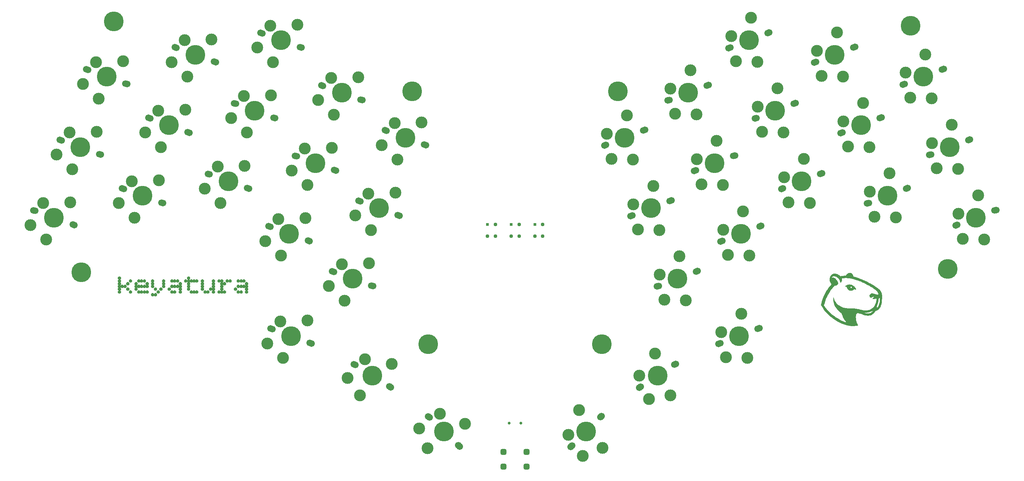
<source format=gbr>
%TF.GenerationSoftware,KiCad,Pcbnew,9.0.0*%
%TF.CreationDate,2025-08-09T09:14:43+03:00*%
%TF.ProjectId,keyatura,6b657961-7475-4726-912e-6b696361645f,rev?*%
%TF.SameCoordinates,Original*%
%TF.FileFunction,Soldermask,Top*%
%TF.FilePolarity,Negative*%
%FSLAX46Y46*%
G04 Gerber Fmt 4.6, Leading zero omitted, Abs format (unit mm)*
G04 Created by KiCad (PCBNEW 9.0.0) date 2025-08-09 09:14:43*
%MOMM*%
%LPD*%
G01*
G04 APERTURE LIST*
G04 Aperture macros list*
%AMRoundRect*
0 Rectangle with rounded corners*
0 $1 Rounding radius*
0 $2 $3 $4 $5 $6 $7 $8 $9 X,Y pos of 4 corners*
0 Add a 4 corners polygon primitive as box body*
4,1,4,$2,$3,$4,$5,$6,$7,$8,$9,$2,$3,0*
0 Add four circle primitives for the rounded corners*
1,1,$1+$1,$2,$3*
1,1,$1+$1,$4,$5*
1,1,$1+$1,$6,$7*
1,1,$1+$1,$8,$9*
0 Add four rect primitives between the rounded corners*
20,1,$1+$1,$2,$3,$4,$5,0*
20,1,$1+$1,$4,$5,$6,$7,0*
20,1,$1+$1,$6,$7,$8,$9,0*
20,1,$1+$1,$8,$9,$2,$3,0*%
G04 Aperture macros list end*
%ADD10C,0.300000*%
%ADD11C,0.000000*%
%ADD12C,1.701800*%
%ADD13C,1.700000*%
%ADD14C,3.000000*%
%ADD15C,5.000000*%
%ADD16RoundRect,0.200000X-0.200000X-0.200000X0.200000X-0.200000X0.200000X0.200000X-0.200000X0.200000X0*%
%ADD17R,0.800000X0.800000*%
%ADD18RoundRect,0.375000X0.375000X0.375000X-0.375000X0.375000X-0.375000X-0.375000X0.375000X-0.375000X0*%
%ADD19C,0.700000*%
G04 APERTURE END LIST*
D10*
G36*
X54363921Y-102212892D02*
G01*
X54356899Y-102219914D01*
X54349877Y-102219914D01*
X54209743Y-102198848D01*
X54097697Y-102139619D01*
X54010380Y-102052302D01*
X53951151Y-101940256D01*
X53930085Y-101800122D01*
X53930085Y-101793100D01*
X53937107Y-101786078D01*
X54363921Y-101786078D01*
X54363921Y-102212892D01*
G37*
G36*
X54336139Y-102212892D02*
G01*
X54336139Y-101786078D01*
X54762953Y-101786078D01*
X54769975Y-101793100D01*
X54769975Y-101800122D01*
X54748909Y-101940256D01*
X54689375Y-102052302D01*
X54601753Y-102139619D01*
X54490012Y-102198848D01*
X54349877Y-102219914D01*
X54342855Y-102219914D01*
X54336139Y-102212892D01*
G37*
G36*
X54336139Y-101387046D02*
G01*
X54342855Y-101380024D01*
X54349877Y-101380024D01*
X54490012Y-101401090D01*
X54601753Y-101460624D01*
X54689375Y-101548246D01*
X54748909Y-101659987D01*
X54769975Y-101800122D01*
X54769975Y-101807144D01*
X54762953Y-101813860D01*
X54336139Y-101813860D01*
X54336139Y-101387046D01*
G37*
G36*
X54363921Y-101387046D02*
G01*
X54363921Y-101813860D01*
X53937107Y-101813860D01*
X53930085Y-101807144D01*
X53930085Y-101800122D01*
X53951151Y-101659987D01*
X54010380Y-101548246D01*
X54097697Y-101460624D01*
X54209743Y-101401090D01*
X54349877Y-101380024D01*
X54356899Y-101380024D01*
X54363921Y-101387046D01*
G37*
G36*
X54363921Y-101509473D02*
G01*
X54356899Y-101516495D01*
X54349877Y-101516495D01*
X54209743Y-101495734D01*
X54097697Y-101436200D01*
X54010380Y-101348883D01*
X53951151Y-101236837D01*
X53930085Y-101096702D01*
X53930085Y-101089680D01*
X53937107Y-101082658D01*
X54363921Y-101082658D01*
X54363921Y-101509473D01*
G37*
G36*
X54336139Y-101509473D02*
G01*
X54336139Y-101082658D01*
X54762953Y-101082658D01*
X54769975Y-101089680D01*
X54769975Y-101096702D01*
X54748909Y-101236837D01*
X54689375Y-101348883D01*
X54601753Y-101436200D01*
X54490012Y-101495734D01*
X54349877Y-101516495D01*
X54342855Y-101516495D01*
X54336139Y-101509473D01*
G37*
G36*
X54336139Y-100683627D02*
G01*
X54342855Y-100676605D01*
X54349877Y-100676605D01*
X54490012Y-100697670D01*
X54601753Y-100757205D01*
X54689375Y-100844827D01*
X54748909Y-100956568D01*
X54769975Y-101096702D01*
X54769975Y-101103724D01*
X54762953Y-101110441D01*
X54336139Y-101110441D01*
X54336139Y-100683627D01*
G37*
G36*
X54363921Y-100683627D02*
G01*
X54363921Y-101110441D01*
X53937107Y-101110441D01*
X53930085Y-101103724D01*
X53930085Y-101096702D01*
X53951151Y-100956568D01*
X54010380Y-100844827D01*
X54097697Y-100757205D01*
X54209743Y-100697670D01*
X54349877Y-100676605D01*
X54356899Y-100676605D01*
X54363921Y-100683627D01*
G37*
G36*
X54363921Y-100806053D02*
G01*
X54356899Y-100813075D01*
X54349877Y-100813075D01*
X54209743Y-100792315D01*
X54097697Y-100732780D01*
X54010380Y-100645464D01*
X53951151Y-100533417D01*
X53930085Y-100393283D01*
X53930085Y-100386261D01*
X53937107Y-100379239D01*
X54363921Y-100379239D01*
X54363921Y-100806053D01*
G37*
G36*
X54336139Y-100806053D02*
G01*
X54336139Y-100379239D01*
X54762953Y-100379239D01*
X54769975Y-100386261D01*
X54769975Y-100393283D01*
X54748909Y-100533417D01*
X54689375Y-100645464D01*
X54601753Y-100732780D01*
X54490012Y-100792315D01*
X54349877Y-100813075D01*
X54342855Y-100813075D01*
X54336139Y-100806053D01*
G37*
G36*
X54336139Y-99980207D02*
G01*
X54342855Y-99973185D01*
X54349877Y-99973185D01*
X54490012Y-99994251D01*
X54601753Y-100053785D01*
X54689375Y-100141407D01*
X54748909Y-100253148D01*
X54769975Y-100393283D01*
X54769975Y-100400305D01*
X54762953Y-100407021D01*
X54336139Y-100407021D01*
X54336139Y-99980207D01*
G37*
G36*
X54363921Y-99980207D02*
G01*
X54363921Y-100407021D01*
X53937107Y-100407021D01*
X53930085Y-100400305D01*
X53930085Y-100393283D01*
X53951151Y-100253148D01*
X54010380Y-100141407D01*
X54097697Y-100053785D01*
X54209743Y-99994251D01*
X54349877Y-99973185D01*
X54356899Y-99973185D01*
X54363921Y-99980207D01*
G37*
G36*
X54363921Y-100122173D02*
G01*
X54356899Y-100129195D01*
X54349877Y-100129195D01*
X54209743Y-100108435D01*
X54097697Y-100048900D01*
X54010380Y-99961584D01*
X53951151Y-99849537D01*
X53930085Y-99709403D01*
X53930085Y-99702381D01*
X53937107Y-99695359D01*
X54363921Y-99695359D01*
X54363921Y-100122173D01*
G37*
G36*
X54336139Y-100122173D02*
G01*
X54336139Y-99695359D01*
X54762953Y-99695359D01*
X54769975Y-99702381D01*
X54769975Y-99709403D01*
X54748909Y-99849537D01*
X54689375Y-99961584D01*
X54601753Y-100048900D01*
X54490012Y-100108435D01*
X54349877Y-100129195D01*
X54342855Y-100129195D01*
X54336139Y-100122173D01*
G37*
G36*
X54336139Y-99296327D02*
G01*
X54342855Y-99289305D01*
X54349877Y-99289305D01*
X54490012Y-99310371D01*
X54601753Y-99369905D01*
X54689375Y-99457527D01*
X54748909Y-99569269D01*
X54769975Y-99709403D01*
X54769975Y-99716425D01*
X54762953Y-99723142D01*
X54336139Y-99723142D01*
X54336139Y-99296327D01*
G37*
G36*
X54363921Y-99296327D02*
G01*
X54363921Y-99723142D01*
X53937107Y-99723142D01*
X53930085Y-99716425D01*
X53930085Y-99709403D01*
X53951151Y-99569269D01*
X54010380Y-99457527D01*
X54097697Y-99369905D01*
X54209743Y-99310371D01*
X54349877Y-99289305D01*
X54356899Y-99289305D01*
X54363921Y-99296327D01*
G37*
G36*
X54363921Y-99418754D02*
G01*
X54356899Y-99425776D01*
X54349877Y-99425776D01*
X54209743Y-99405015D01*
X54097697Y-99345481D01*
X54010380Y-99258164D01*
X53951151Y-99146118D01*
X53930085Y-99005983D01*
X53930085Y-98998961D01*
X53937107Y-98991939D01*
X54363921Y-98991939D01*
X54363921Y-99418754D01*
G37*
G36*
X54336139Y-99418754D02*
G01*
X54336139Y-98991939D01*
X54762953Y-98991939D01*
X54769975Y-98998961D01*
X54769975Y-99005983D01*
X54748909Y-99146118D01*
X54689375Y-99258164D01*
X54601753Y-99345481D01*
X54490012Y-99405015D01*
X54349877Y-99425776D01*
X54342855Y-99425776D01*
X54336139Y-99418754D01*
G37*
G36*
X54336139Y-98592908D02*
G01*
X54342855Y-98585886D01*
X54349877Y-98585886D01*
X54490012Y-98606952D01*
X54601753Y-98666486D01*
X54689375Y-98754108D01*
X54748909Y-98865849D01*
X54769975Y-99005983D01*
X54769975Y-99013005D01*
X54762953Y-99019722D01*
X54336139Y-99019722D01*
X54336139Y-98592908D01*
G37*
G36*
X54363921Y-98592908D02*
G01*
X54363921Y-99019722D01*
X53937107Y-99019722D01*
X53930085Y-99013005D01*
X53930085Y-99005983D01*
X53951151Y-98865849D01*
X54010380Y-98754108D01*
X54097697Y-98666486D01*
X54209743Y-98606952D01*
X54349877Y-98585886D01*
X54356899Y-98585886D01*
X54363921Y-98592908D01*
G37*
G36*
X54363921Y-98715334D02*
G01*
X54356899Y-98722356D01*
X54349877Y-98722356D01*
X54209743Y-98701596D01*
X54097697Y-98642062D01*
X54010380Y-98554745D01*
X53951151Y-98442698D01*
X53930085Y-98302564D01*
X53930085Y-98295542D01*
X53937107Y-98288520D01*
X54363921Y-98288520D01*
X54363921Y-98715334D01*
G37*
G36*
X54336139Y-98715334D02*
G01*
X54336139Y-98288520D01*
X54762953Y-98288520D01*
X54769975Y-98295542D01*
X54769975Y-98302564D01*
X54748909Y-98442698D01*
X54689375Y-98554745D01*
X54601753Y-98642062D01*
X54490012Y-98701596D01*
X54349877Y-98722356D01*
X54342855Y-98722356D01*
X54336139Y-98715334D01*
G37*
G36*
X54336139Y-97889488D02*
G01*
X54342855Y-97882466D01*
X54349877Y-97882466D01*
X54490012Y-97903532D01*
X54601753Y-97963066D01*
X54689375Y-98050689D01*
X54748909Y-98162430D01*
X54769975Y-98302564D01*
X54769975Y-98309586D01*
X54762953Y-98316303D01*
X54336139Y-98316303D01*
X54336139Y-97889488D01*
G37*
G36*
X54363921Y-97889488D02*
G01*
X54363921Y-98316303D01*
X53937107Y-98316303D01*
X53930085Y-98309586D01*
X53930085Y-98302564D01*
X53951151Y-98162430D01*
X54010380Y-98050689D01*
X54097697Y-97963066D01*
X54209743Y-97903532D01*
X54349877Y-97882466D01*
X54356899Y-97882466D01*
X54363921Y-97889488D01*
G37*
G36*
X55063982Y-100806053D02*
G01*
X55056960Y-100813075D01*
X55049938Y-100813075D01*
X54909804Y-100792315D01*
X54797758Y-100732780D01*
X54710441Y-100645464D01*
X54650907Y-100533417D01*
X54630146Y-100393283D01*
X54630146Y-100386261D01*
X54637168Y-100379239D01*
X55063982Y-100379239D01*
X55063982Y-100806053D01*
G37*
G36*
X55036200Y-100806053D02*
G01*
X55036200Y-100379239D01*
X55463014Y-100379239D01*
X55470036Y-100386261D01*
X55470036Y-100393283D01*
X55448970Y-100533417D01*
X55389436Y-100645464D01*
X55301814Y-100732780D01*
X55190073Y-100792315D01*
X55049938Y-100813075D01*
X55042916Y-100813075D01*
X55036200Y-100806053D01*
G37*
G36*
X55036200Y-99980207D02*
G01*
X55042916Y-99973185D01*
X55049938Y-99973185D01*
X55190073Y-99994251D01*
X55301814Y-100053785D01*
X55389436Y-100141407D01*
X55448970Y-100253148D01*
X55470036Y-100393283D01*
X55470036Y-100400305D01*
X55463014Y-100407021D01*
X55036200Y-100407021D01*
X55036200Y-99980207D01*
G37*
G36*
X55063982Y-99980207D02*
G01*
X55063982Y-100407021D01*
X54637168Y-100407021D01*
X54630146Y-100400305D01*
X54630146Y-100393283D01*
X54650907Y-100253148D01*
X54710441Y-100141407D01*
X54797758Y-100053785D01*
X54909804Y-99994251D01*
X55049938Y-99973185D01*
X55056960Y-99973185D01*
X55063982Y-99980207D01*
G37*
G36*
X55764043Y-100806053D02*
G01*
X55757021Y-100813075D01*
X55750000Y-100813075D01*
X55609865Y-100792315D01*
X55497819Y-100732780D01*
X55410502Y-100645464D01*
X55350968Y-100533417D01*
X55330207Y-100393283D01*
X55330207Y-100386261D01*
X55337229Y-100379239D01*
X55764043Y-100379239D01*
X55764043Y-100806053D01*
G37*
G36*
X55736261Y-100806053D02*
G01*
X55736261Y-100379239D01*
X56163075Y-100379239D01*
X56170097Y-100386261D01*
X56170097Y-100393283D01*
X56149031Y-100533417D01*
X56089497Y-100645464D01*
X56001875Y-100732780D01*
X55890134Y-100792315D01*
X55750000Y-100813075D01*
X55742978Y-100813075D01*
X55736261Y-100806053D01*
G37*
G36*
X55736261Y-99980207D02*
G01*
X55742978Y-99973185D01*
X55750000Y-99973185D01*
X55890134Y-99994251D01*
X56001875Y-100053785D01*
X56089497Y-100141407D01*
X56149031Y-100253148D01*
X56170097Y-100393283D01*
X56170097Y-100400305D01*
X56163075Y-100407021D01*
X55736261Y-100407021D01*
X55736261Y-99980207D01*
G37*
G36*
X55764043Y-99980207D02*
G01*
X55764043Y-100407021D01*
X55337229Y-100407021D01*
X55330207Y-100400305D01*
X55330207Y-100393283D01*
X55350968Y-100253148D01*
X55410502Y-100141407D01*
X55497819Y-100053785D01*
X55609865Y-99994251D01*
X55750000Y-99973185D01*
X55757021Y-99973185D01*
X55764043Y-99980207D01*
G37*
G36*
X56463799Y-101509473D02*
G01*
X56456777Y-101516495D01*
X56449755Y-101516495D01*
X56309621Y-101495734D01*
X56197575Y-101436200D01*
X56110258Y-101348883D01*
X56050724Y-101236837D01*
X56029963Y-101096702D01*
X56029963Y-101089680D01*
X56036985Y-101082658D01*
X56463799Y-101082658D01*
X56463799Y-101509473D01*
G37*
G36*
X56436017Y-101509473D02*
G01*
X56436017Y-101082658D01*
X56862831Y-101082658D01*
X56869853Y-101089680D01*
X56869853Y-101096702D01*
X56848787Y-101236837D01*
X56789253Y-101348883D01*
X56701631Y-101436200D01*
X56589890Y-101495734D01*
X56449755Y-101516495D01*
X56442733Y-101516495D01*
X56436017Y-101509473D01*
G37*
G36*
X56436017Y-100683627D02*
G01*
X56442733Y-100676605D01*
X56449755Y-100676605D01*
X56589890Y-100697670D01*
X56701631Y-100757205D01*
X56789253Y-100844827D01*
X56848787Y-100956568D01*
X56869853Y-101096702D01*
X56869853Y-101103724D01*
X56862831Y-101110441D01*
X56436017Y-101110441D01*
X56436017Y-100683627D01*
G37*
G36*
X56463799Y-100683627D02*
G01*
X56463799Y-101110441D01*
X56036985Y-101110441D01*
X56029963Y-101103724D01*
X56029963Y-101096702D01*
X56050724Y-100956568D01*
X56110258Y-100844827D01*
X56197575Y-100757205D01*
X56309621Y-100697670D01*
X56449755Y-100676605D01*
X56456777Y-100676605D01*
X56463799Y-100683627D01*
G37*
G36*
X56463799Y-100122173D02*
G01*
X56456777Y-100129195D01*
X56449755Y-100129195D01*
X56309621Y-100108435D01*
X56197575Y-100048900D01*
X56110258Y-99961584D01*
X56050724Y-99849537D01*
X56029963Y-99709403D01*
X56029963Y-99702381D01*
X56036985Y-99695359D01*
X56463799Y-99695359D01*
X56463799Y-100122173D01*
G37*
G36*
X56436017Y-100122173D02*
G01*
X56436017Y-99695359D01*
X56862831Y-99695359D01*
X56869853Y-99702381D01*
X56869853Y-99709403D01*
X56848787Y-99849537D01*
X56789253Y-99961584D01*
X56701631Y-100048900D01*
X56589890Y-100108435D01*
X56449755Y-100129195D01*
X56442733Y-100129195D01*
X56436017Y-100122173D01*
G37*
G36*
X56436017Y-99296327D02*
G01*
X56442733Y-99289305D01*
X56449755Y-99289305D01*
X56589890Y-99310371D01*
X56701631Y-99369905D01*
X56789253Y-99457527D01*
X56848787Y-99569269D01*
X56869853Y-99709403D01*
X56869853Y-99716425D01*
X56862831Y-99723142D01*
X56436017Y-99723142D01*
X56436017Y-99296327D01*
G37*
G36*
X56463799Y-99296327D02*
G01*
X56463799Y-99723142D01*
X56036985Y-99723142D01*
X56029963Y-99716425D01*
X56029963Y-99709403D01*
X56050724Y-99569269D01*
X56110258Y-99457527D01*
X56197575Y-99369905D01*
X56309621Y-99310371D01*
X56449755Y-99289305D01*
X56456777Y-99289305D01*
X56463799Y-99296327D01*
G37*
G36*
X57163860Y-102212892D02*
G01*
X57156838Y-102219914D01*
X57149816Y-102219914D01*
X57009682Y-102198848D01*
X56897636Y-102139619D01*
X56810319Y-102052302D01*
X56750785Y-101940256D01*
X56730024Y-101800122D01*
X56730024Y-101793100D01*
X56737046Y-101786078D01*
X57163860Y-101786078D01*
X57163860Y-102212892D01*
G37*
G36*
X57136078Y-102212892D02*
G01*
X57136078Y-101786078D01*
X57562892Y-101786078D01*
X57569914Y-101793100D01*
X57569914Y-101800122D01*
X57548848Y-101940256D01*
X57489314Y-102052302D01*
X57401692Y-102139619D01*
X57289951Y-102198848D01*
X57149816Y-102219914D01*
X57142794Y-102219914D01*
X57136078Y-102212892D01*
G37*
G36*
X57136078Y-101387046D02*
G01*
X57142794Y-101380024D01*
X57149816Y-101380024D01*
X57289951Y-101401090D01*
X57401692Y-101460624D01*
X57489314Y-101548246D01*
X57548848Y-101659987D01*
X57569914Y-101800122D01*
X57569914Y-101807144D01*
X57562892Y-101813860D01*
X57136078Y-101813860D01*
X57136078Y-101387046D01*
G37*
G36*
X57163860Y-101387046D02*
G01*
X57163860Y-101813860D01*
X56737046Y-101813860D01*
X56730024Y-101807144D01*
X56730024Y-101800122D01*
X56750785Y-101659987D01*
X56810319Y-101548246D01*
X56897636Y-101460624D01*
X57009682Y-101401090D01*
X57149816Y-101380024D01*
X57156838Y-101380024D01*
X57163860Y-101387046D01*
G37*
G36*
X57163860Y-99418754D02*
G01*
X57156838Y-99425776D01*
X57149816Y-99425776D01*
X57009682Y-99405015D01*
X56897636Y-99345481D01*
X56810319Y-99258164D01*
X56750785Y-99146118D01*
X56730024Y-99005983D01*
X56730024Y-98998961D01*
X56737046Y-98991939D01*
X57163860Y-98991939D01*
X57163860Y-99418754D01*
G37*
G36*
X57136078Y-99418754D02*
G01*
X57136078Y-98991939D01*
X57562892Y-98991939D01*
X57569914Y-98998961D01*
X57569914Y-99005983D01*
X57548848Y-99146118D01*
X57489314Y-99258164D01*
X57401692Y-99345481D01*
X57289951Y-99405015D01*
X57149816Y-99425776D01*
X57142794Y-99425776D01*
X57136078Y-99418754D01*
G37*
G36*
X57136078Y-98592908D02*
G01*
X57142794Y-98585886D01*
X57149816Y-98585886D01*
X57289951Y-98606952D01*
X57401692Y-98666486D01*
X57489314Y-98754108D01*
X57548848Y-98865849D01*
X57569914Y-99005983D01*
X57569914Y-99013005D01*
X57562892Y-99019722D01*
X57136078Y-99019722D01*
X57136078Y-98592908D01*
G37*
G36*
X57163860Y-98592908D02*
G01*
X57163860Y-99019722D01*
X56737046Y-99019722D01*
X56730024Y-99013005D01*
X56730024Y-99005983D01*
X56750785Y-98865849D01*
X56810319Y-98754108D01*
X56897636Y-98666486D01*
X57009682Y-98606952D01*
X57149816Y-98585886D01*
X57156838Y-98585886D01*
X57163860Y-98592908D01*
G37*
G36*
X58560013Y-101509473D02*
G01*
X58552991Y-101516495D01*
X58545969Y-101516495D01*
X58405835Y-101495734D01*
X58293789Y-101436200D01*
X58206472Y-101348883D01*
X58147243Y-101236837D01*
X58126177Y-101096702D01*
X58126177Y-101089680D01*
X58133199Y-101082658D01*
X58560013Y-101082658D01*
X58560013Y-101509473D01*
G37*
G36*
X58532231Y-101509473D02*
G01*
X58532231Y-101082658D01*
X58959045Y-101082658D01*
X58966067Y-101089680D01*
X58966067Y-101096702D01*
X58945001Y-101236837D01*
X58885467Y-101348883D01*
X58797845Y-101436200D01*
X58686104Y-101495734D01*
X58545969Y-101516495D01*
X58538948Y-101516495D01*
X58532231Y-101509473D01*
G37*
G36*
X58532231Y-100683627D02*
G01*
X58538948Y-100676605D01*
X58545969Y-100676605D01*
X58686104Y-100697670D01*
X58797845Y-100757205D01*
X58885467Y-100844827D01*
X58945001Y-100956568D01*
X58966067Y-101096702D01*
X58966067Y-101103724D01*
X58959045Y-101110441D01*
X58532231Y-101110441D01*
X58532231Y-100683627D01*
G37*
G36*
X58560013Y-100683627D02*
G01*
X58560013Y-101110441D01*
X58133199Y-101110441D01*
X58126177Y-101103724D01*
X58126177Y-101096702D01*
X58147243Y-100956568D01*
X58206472Y-100844827D01*
X58293789Y-100757205D01*
X58405835Y-100697670D01*
X58545969Y-100676605D01*
X58552991Y-100676605D01*
X58560013Y-100683627D01*
G37*
G36*
X58560013Y-100806053D02*
G01*
X58552991Y-100813075D01*
X58545969Y-100813075D01*
X58405835Y-100792315D01*
X58293789Y-100732780D01*
X58206472Y-100645464D01*
X58147243Y-100533417D01*
X58126177Y-100393283D01*
X58126177Y-100386261D01*
X58133199Y-100379239D01*
X58560013Y-100379239D01*
X58560013Y-100806053D01*
G37*
G36*
X58532231Y-100806053D02*
G01*
X58532231Y-100379239D01*
X58959045Y-100379239D01*
X58966067Y-100386261D01*
X58966067Y-100393283D01*
X58945001Y-100533417D01*
X58885467Y-100645464D01*
X58797845Y-100732780D01*
X58686104Y-100792315D01*
X58545969Y-100813075D01*
X58538948Y-100813075D01*
X58532231Y-100806053D01*
G37*
G36*
X58532231Y-99980207D02*
G01*
X58538948Y-99973185D01*
X58545969Y-99973185D01*
X58686104Y-99994251D01*
X58797845Y-100053785D01*
X58885467Y-100141407D01*
X58945001Y-100253148D01*
X58966067Y-100393283D01*
X58966067Y-100400305D01*
X58959045Y-100407021D01*
X58532231Y-100407021D01*
X58532231Y-99980207D01*
G37*
G36*
X58560013Y-99980207D02*
G01*
X58560013Y-100407021D01*
X58133199Y-100407021D01*
X58126177Y-100400305D01*
X58126177Y-100393283D01*
X58147243Y-100253148D01*
X58206472Y-100141407D01*
X58293789Y-100053785D01*
X58405835Y-99994251D01*
X58545969Y-99973185D01*
X58552991Y-99973185D01*
X58560013Y-99980207D01*
G37*
G36*
X58560013Y-100122173D02*
G01*
X58552991Y-100129195D01*
X58545969Y-100129195D01*
X58405835Y-100108435D01*
X58293789Y-100048900D01*
X58206472Y-99961584D01*
X58147243Y-99849537D01*
X58126177Y-99709403D01*
X58126177Y-99702381D01*
X58133199Y-99695359D01*
X58560013Y-99695359D01*
X58560013Y-100122173D01*
G37*
G36*
X58532231Y-100122173D02*
G01*
X58532231Y-99695359D01*
X58959045Y-99695359D01*
X58966067Y-99702381D01*
X58966067Y-99709403D01*
X58945001Y-99849537D01*
X58885467Y-99961584D01*
X58797845Y-100048900D01*
X58686104Y-100108435D01*
X58545969Y-100129195D01*
X58538948Y-100129195D01*
X58532231Y-100122173D01*
G37*
G36*
X58532231Y-99296327D02*
G01*
X58538948Y-99289305D01*
X58545969Y-99289305D01*
X58686104Y-99310371D01*
X58797845Y-99369905D01*
X58885467Y-99457527D01*
X58945001Y-99569269D01*
X58966067Y-99709403D01*
X58966067Y-99716425D01*
X58959045Y-99723142D01*
X58532231Y-99723142D01*
X58532231Y-99296327D01*
G37*
G36*
X58560013Y-99296327D02*
G01*
X58560013Y-99723142D01*
X58133199Y-99723142D01*
X58126177Y-99716425D01*
X58126177Y-99709403D01*
X58147243Y-99569269D01*
X58206472Y-99457527D01*
X58293789Y-99369905D01*
X58405835Y-99310371D01*
X58545969Y-99289305D01*
X58552991Y-99289305D01*
X58560013Y-99296327D01*
G37*
G36*
X59260075Y-102212892D02*
G01*
X59253053Y-102219914D01*
X59246031Y-102219914D01*
X59105896Y-102198848D01*
X58993850Y-102139619D01*
X58906533Y-102052302D01*
X58846999Y-101940256D01*
X58826238Y-101800122D01*
X58826238Y-101793100D01*
X58833260Y-101786078D01*
X59260075Y-101786078D01*
X59260075Y-102212892D01*
G37*
G36*
X59232292Y-102212892D02*
G01*
X59232292Y-101786078D01*
X59659106Y-101786078D01*
X59666128Y-101793100D01*
X59666128Y-101800122D01*
X59645062Y-101940256D01*
X59585528Y-102052302D01*
X59497906Y-102139619D01*
X59386165Y-102198848D01*
X59246031Y-102219914D01*
X59239009Y-102219914D01*
X59232292Y-102212892D01*
G37*
G36*
X59232292Y-101387046D02*
G01*
X59239009Y-101380024D01*
X59246031Y-101380024D01*
X59386165Y-101401090D01*
X59497906Y-101460624D01*
X59585528Y-101548246D01*
X59645062Y-101659987D01*
X59666128Y-101800122D01*
X59666128Y-101807144D01*
X59659106Y-101813860D01*
X59232292Y-101813860D01*
X59232292Y-101387046D01*
G37*
G36*
X59260075Y-101387046D02*
G01*
X59260075Y-101813860D01*
X58833260Y-101813860D01*
X58826238Y-101807144D01*
X58826238Y-101800122D01*
X58846999Y-101659987D01*
X58906533Y-101548246D01*
X58993850Y-101460624D01*
X59105896Y-101401090D01*
X59246031Y-101380024D01*
X59253053Y-101380024D01*
X59260075Y-101387046D01*
G37*
G36*
X59260075Y-100806053D02*
G01*
X59253053Y-100813075D01*
X59246031Y-100813075D01*
X59105896Y-100792315D01*
X58993850Y-100732780D01*
X58906533Y-100645464D01*
X58846999Y-100533417D01*
X58826238Y-100393283D01*
X58826238Y-100386261D01*
X58833260Y-100379239D01*
X59260075Y-100379239D01*
X59260075Y-100806053D01*
G37*
G36*
X59232292Y-100806053D02*
G01*
X59232292Y-100379239D01*
X59659106Y-100379239D01*
X59666128Y-100386261D01*
X59666128Y-100393283D01*
X59645062Y-100533417D01*
X59585528Y-100645464D01*
X59497906Y-100732780D01*
X59386165Y-100792315D01*
X59246031Y-100813075D01*
X59239009Y-100813075D01*
X59232292Y-100806053D01*
G37*
G36*
X59232292Y-99980207D02*
G01*
X59239009Y-99973185D01*
X59246031Y-99973185D01*
X59386165Y-99994251D01*
X59497906Y-100053785D01*
X59585528Y-100141407D01*
X59645062Y-100253148D01*
X59666128Y-100393283D01*
X59666128Y-100400305D01*
X59659106Y-100407021D01*
X59232292Y-100407021D01*
X59232292Y-99980207D01*
G37*
G36*
X59260075Y-99980207D02*
G01*
X59260075Y-100407021D01*
X58833260Y-100407021D01*
X58826238Y-100400305D01*
X58826238Y-100393283D01*
X58846999Y-100253148D01*
X58906533Y-100141407D01*
X58993850Y-100053785D01*
X59105896Y-99994251D01*
X59246031Y-99973185D01*
X59253053Y-99973185D01*
X59260075Y-99980207D01*
G37*
G36*
X59260075Y-99418754D02*
G01*
X59253053Y-99425776D01*
X59246031Y-99425776D01*
X59105896Y-99405015D01*
X58993850Y-99345481D01*
X58906533Y-99258164D01*
X58846999Y-99146118D01*
X58826238Y-99005983D01*
X58826238Y-98998961D01*
X58833260Y-98991939D01*
X59260075Y-98991939D01*
X59260075Y-99418754D01*
G37*
G36*
X59232292Y-99418754D02*
G01*
X59232292Y-98991939D01*
X59659106Y-98991939D01*
X59666128Y-98998961D01*
X59666128Y-99005983D01*
X59645062Y-99146118D01*
X59585528Y-99258164D01*
X59497906Y-99345481D01*
X59386165Y-99405015D01*
X59246031Y-99425776D01*
X59239009Y-99425776D01*
X59232292Y-99418754D01*
G37*
G36*
X59232292Y-98592908D02*
G01*
X59239009Y-98585886D01*
X59246031Y-98585886D01*
X59386165Y-98606952D01*
X59497906Y-98666486D01*
X59585528Y-98754108D01*
X59645062Y-98865849D01*
X59666128Y-99005983D01*
X59666128Y-99013005D01*
X59659106Y-99019722D01*
X59232292Y-99019722D01*
X59232292Y-98592908D01*
G37*
G36*
X59260075Y-98592908D02*
G01*
X59260075Y-99019722D01*
X58833260Y-99019722D01*
X58826238Y-99013005D01*
X58826238Y-99005983D01*
X58846999Y-98865849D01*
X58906533Y-98754108D01*
X58993850Y-98666486D01*
X59105896Y-98606952D01*
X59246031Y-98585886D01*
X59253053Y-98585886D01*
X59260075Y-98592908D01*
G37*
G36*
X59960136Y-102212892D02*
G01*
X59953114Y-102219914D01*
X59946092Y-102219914D01*
X59805957Y-102198848D01*
X59693911Y-102139619D01*
X59606594Y-102052302D01*
X59547060Y-101940256D01*
X59526299Y-101800122D01*
X59526299Y-101793100D01*
X59533321Y-101786078D01*
X59960136Y-101786078D01*
X59960136Y-102212892D01*
G37*
G36*
X59932353Y-102212892D02*
G01*
X59932353Y-101786078D01*
X60359167Y-101786078D01*
X60366189Y-101793100D01*
X60366189Y-101800122D01*
X60345123Y-101940256D01*
X60285589Y-102052302D01*
X60197967Y-102139619D01*
X60086226Y-102198848D01*
X59946092Y-102219914D01*
X59939070Y-102219914D01*
X59932353Y-102212892D01*
G37*
G36*
X59932353Y-101387046D02*
G01*
X59939070Y-101380024D01*
X59946092Y-101380024D01*
X60086226Y-101401090D01*
X60197967Y-101460624D01*
X60285589Y-101548246D01*
X60345123Y-101659987D01*
X60366189Y-101800122D01*
X60366189Y-101807144D01*
X60359167Y-101813860D01*
X59932353Y-101813860D01*
X59932353Y-101387046D01*
G37*
G36*
X59960136Y-101387046D02*
G01*
X59960136Y-101813860D01*
X59533321Y-101813860D01*
X59526299Y-101807144D01*
X59526299Y-101800122D01*
X59547060Y-101659987D01*
X59606594Y-101548246D01*
X59693911Y-101460624D01*
X59805957Y-101401090D01*
X59946092Y-101380024D01*
X59953114Y-101380024D01*
X59960136Y-101387046D01*
G37*
G36*
X59960136Y-100806053D02*
G01*
X59953114Y-100813075D01*
X59946092Y-100813075D01*
X59805957Y-100792315D01*
X59693911Y-100732780D01*
X59606594Y-100645464D01*
X59547060Y-100533417D01*
X59526299Y-100393283D01*
X59526299Y-100386261D01*
X59533321Y-100379239D01*
X59960136Y-100379239D01*
X59960136Y-100806053D01*
G37*
G36*
X59932353Y-100806053D02*
G01*
X59932353Y-100379239D01*
X60359167Y-100379239D01*
X60366189Y-100386261D01*
X60366189Y-100393283D01*
X60345123Y-100533417D01*
X60285589Y-100645464D01*
X60197967Y-100732780D01*
X60086226Y-100792315D01*
X59946092Y-100813075D01*
X59939070Y-100813075D01*
X59932353Y-100806053D01*
G37*
G36*
X59932353Y-99980207D02*
G01*
X59939070Y-99973185D01*
X59946092Y-99973185D01*
X60086226Y-99994251D01*
X60197967Y-100053785D01*
X60285589Y-100141407D01*
X60345123Y-100253148D01*
X60366189Y-100393283D01*
X60366189Y-100400305D01*
X60359167Y-100407021D01*
X59932353Y-100407021D01*
X59932353Y-99980207D01*
G37*
G36*
X59960136Y-99980207D02*
G01*
X59960136Y-100407021D01*
X59533321Y-100407021D01*
X59526299Y-100400305D01*
X59526299Y-100393283D01*
X59547060Y-100253148D01*
X59606594Y-100141407D01*
X59693911Y-100053785D01*
X59805957Y-99994251D01*
X59946092Y-99973185D01*
X59953114Y-99973185D01*
X59960136Y-99980207D01*
G37*
G36*
X59960136Y-99418754D02*
G01*
X59953114Y-99425776D01*
X59946092Y-99425776D01*
X59805957Y-99405015D01*
X59693911Y-99345481D01*
X59606594Y-99258164D01*
X59547060Y-99146118D01*
X59526299Y-99005983D01*
X59526299Y-98998961D01*
X59533321Y-98991939D01*
X59960136Y-98991939D01*
X59960136Y-99418754D01*
G37*
G36*
X59932353Y-99418754D02*
G01*
X59932353Y-98991939D01*
X60359167Y-98991939D01*
X60366189Y-98998961D01*
X60366189Y-99005983D01*
X60345123Y-99146118D01*
X60285589Y-99258164D01*
X60197967Y-99345481D01*
X60086226Y-99405015D01*
X59946092Y-99425776D01*
X59939070Y-99425776D01*
X59932353Y-99418754D01*
G37*
G36*
X59932353Y-98592908D02*
G01*
X59939070Y-98585886D01*
X59946092Y-98585886D01*
X60086226Y-98606952D01*
X60197967Y-98666486D01*
X60285589Y-98754108D01*
X60345123Y-98865849D01*
X60366189Y-99005983D01*
X60366189Y-99013005D01*
X60359167Y-99019722D01*
X59932353Y-99019722D01*
X59932353Y-98592908D01*
G37*
G36*
X59960136Y-98592908D02*
G01*
X59960136Y-99019722D01*
X59533321Y-99019722D01*
X59526299Y-99013005D01*
X59526299Y-99005983D01*
X59547060Y-98865849D01*
X59606594Y-98754108D01*
X59693911Y-98666486D01*
X59805957Y-98606952D01*
X59946092Y-98585886D01*
X59953114Y-98585886D01*
X59960136Y-98592908D01*
G37*
G36*
X60659891Y-102212892D02*
G01*
X60652869Y-102219914D01*
X60645847Y-102219914D01*
X60505713Y-102198848D01*
X60393667Y-102139619D01*
X60306350Y-102052302D01*
X60246816Y-101940256D01*
X60226055Y-101800122D01*
X60226055Y-101793100D01*
X60233077Y-101786078D01*
X60659891Y-101786078D01*
X60659891Y-102212892D01*
G37*
G36*
X60632109Y-102212892D02*
G01*
X60632109Y-101786078D01*
X61058923Y-101786078D01*
X61065945Y-101793100D01*
X61065945Y-101800122D01*
X61044879Y-101940256D01*
X60985345Y-102052302D01*
X60897723Y-102139619D01*
X60785982Y-102198848D01*
X60645847Y-102219914D01*
X60638825Y-102219914D01*
X60632109Y-102212892D01*
G37*
G36*
X60632109Y-101387046D02*
G01*
X60638825Y-101380024D01*
X60645847Y-101380024D01*
X60785982Y-101401090D01*
X60897723Y-101460624D01*
X60985345Y-101548246D01*
X61044879Y-101659987D01*
X61065945Y-101800122D01*
X61065945Y-101807144D01*
X61058923Y-101813860D01*
X60632109Y-101813860D01*
X60632109Y-101387046D01*
G37*
G36*
X60659891Y-101387046D02*
G01*
X60659891Y-101813860D01*
X60233077Y-101813860D01*
X60226055Y-101807144D01*
X60226055Y-101800122D01*
X60246816Y-101659987D01*
X60306350Y-101548246D01*
X60393667Y-101460624D01*
X60505713Y-101401090D01*
X60645847Y-101380024D01*
X60652869Y-101380024D01*
X60659891Y-101387046D01*
G37*
G36*
X60659891Y-100806053D02*
G01*
X60652869Y-100813075D01*
X60645847Y-100813075D01*
X60505713Y-100792315D01*
X60393667Y-100732780D01*
X60306350Y-100645464D01*
X60246816Y-100533417D01*
X60226055Y-100393283D01*
X60226055Y-100386261D01*
X60233077Y-100379239D01*
X60659891Y-100379239D01*
X60659891Y-100806053D01*
G37*
G36*
X60632109Y-100806053D02*
G01*
X60632109Y-100379239D01*
X61058923Y-100379239D01*
X61065945Y-100386261D01*
X61065945Y-100393283D01*
X61044879Y-100533417D01*
X60985345Y-100645464D01*
X60897723Y-100732780D01*
X60785982Y-100792315D01*
X60645847Y-100813075D01*
X60638825Y-100813075D01*
X60632109Y-100806053D01*
G37*
G36*
X60632109Y-99980207D02*
G01*
X60638825Y-99973185D01*
X60645847Y-99973185D01*
X60785982Y-99994251D01*
X60897723Y-100053785D01*
X60985345Y-100141407D01*
X61044879Y-100253148D01*
X61065945Y-100393283D01*
X61065945Y-100400305D01*
X61058923Y-100407021D01*
X60632109Y-100407021D01*
X60632109Y-99980207D01*
G37*
G36*
X60659891Y-99980207D02*
G01*
X60659891Y-100407021D01*
X60233077Y-100407021D01*
X60226055Y-100400305D01*
X60226055Y-100393283D01*
X60246816Y-100253148D01*
X60306350Y-100141407D01*
X60393667Y-100053785D01*
X60505713Y-99994251D01*
X60645847Y-99973185D01*
X60652869Y-99973185D01*
X60659891Y-99980207D01*
G37*
G36*
X60659891Y-99418754D02*
G01*
X60652869Y-99425776D01*
X60645847Y-99425776D01*
X60505713Y-99405015D01*
X60393667Y-99345481D01*
X60306350Y-99258164D01*
X60246816Y-99146118D01*
X60226055Y-99005983D01*
X60226055Y-98998961D01*
X60233077Y-98991939D01*
X60659891Y-98991939D01*
X60659891Y-99418754D01*
G37*
G36*
X60632109Y-99418754D02*
G01*
X60632109Y-98991939D01*
X61058923Y-98991939D01*
X61065945Y-98998961D01*
X61065945Y-99005983D01*
X61044879Y-99146118D01*
X60985345Y-99258164D01*
X60897723Y-99345481D01*
X60785982Y-99405015D01*
X60645847Y-99425776D01*
X60638825Y-99425776D01*
X60632109Y-99418754D01*
G37*
G36*
X60632109Y-98592908D02*
G01*
X60638825Y-98585886D01*
X60645847Y-98585886D01*
X60785982Y-98606952D01*
X60897723Y-98666486D01*
X60985345Y-98754108D01*
X61044879Y-98865849D01*
X61065945Y-99005983D01*
X61065945Y-99013005D01*
X61058923Y-99019722D01*
X60632109Y-99019722D01*
X60632109Y-98592908D01*
G37*
G36*
X60659891Y-98592908D02*
G01*
X60659891Y-99019722D01*
X60233077Y-99019722D01*
X60226055Y-99013005D01*
X60226055Y-99005983D01*
X60246816Y-98865849D01*
X60306350Y-98754108D01*
X60393667Y-98666486D01*
X60505713Y-98606952D01*
X60645847Y-98585886D01*
X60652869Y-98585886D01*
X60659891Y-98592908D01*
G37*
G36*
X61359952Y-102212892D02*
G01*
X61352930Y-102219914D01*
X61345908Y-102219914D01*
X61205774Y-102198848D01*
X61093728Y-102139619D01*
X61006411Y-102052302D01*
X60946877Y-101940256D01*
X60926116Y-101800122D01*
X60926116Y-101793100D01*
X60933138Y-101786078D01*
X61359952Y-101786078D01*
X61359952Y-102212892D01*
G37*
G36*
X61332170Y-102212892D02*
G01*
X61332170Y-101786078D01*
X61758984Y-101786078D01*
X61766006Y-101793100D01*
X61766006Y-101800122D01*
X61744940Y-101940256D01*
X61685406Y-102052302D01*
X61597784Y-102139619D01*
X61486043Y-102198848D01*
X61345908Y-102219914D01*
X61338886Y-102219914D01*
X61332170Y-102212892D01*
G37*
G36*
X61332170Y-101387046D02*
G01*
X61338886Y-101380024D01*
X61345908Y-101380024D01*
X61486043Y-101401090D01*
X61597784Y-101460624D01*
X61685406Y-101548246D01*
X61744940Y-101659987D01*
X61766006Y-101800122D01*
X61766006Y-101807144D01*
X61758984Y-101813860D01*
X61332170Y-101813860D01*
X61332170Y-101387046D01*
G37*
G36*
X61359952Y-101387046D02*
G01*
X61359952Y-101813860D01*
X60933138Y-101813860D01*
X60926116Y-101807144D01*
X60926116Y-101800122D01*
X60946877Y-101659987D01*
X61006411Y-101548246D01*
X61093728Y-101460624D01*
X61205774Y-101401090D01*
X61345908Y-101380024D01*
X61352930Y-101380024D01*
X61359952Y-101387046D01*
G37*
G36*
X61359952Y-100806053D02*
G01*
X61352930Y-100813075D01*
X61345908Y-100813075D01*
X61205774Y-100792315D01*
X61093728Y-100732780D01*
X61006411Y-100645464D01*
X60946877Y-100533417D01*
X60926116Y-100393283D01*
X60926116Y-100386261D01*
X60933138Y-100379239D01*
X61359952Y-100379239D01*
X61359952Y-100806053D01*
G37*
G36*
X61332170Y-100806053D02*
G01*
X61332170Y-100379239D01*
X61758984Y-100379239D01*
X61766006Y-100386261D01*
X61766006Y-100393283D01*
X61744940Y-100533417D01*
X61685406Y-100645464D01*
X61597784Y-100732780D01*
X61486043Y-100792315D01*
X61345908Y-100813075D01*
X61338886Y-100813075D01*
X61332170Y-100806053D01*
G37*
G36*
X61332170Y-99980207D02*
G01*
X61338886Y-99973185D01*
X61345908Y-99973185D01*
X61486043Y-99994251D01*
X61597784Y-100053785D01*
X61685406Y-100141407D01*
X61744940Y-100253148D01*
X61766006Y-100393283D01*
X61766006Y-100400305D01*
X61758984Y-100407021D01*
X61332170Y-100407021D01*
X61332170Y-99980207D01*
G37*
G36*
X61359952Y-99980207D02*
G01*
X61359952Y-100407021D01*
X60933138Y-100407021D01*
X60926116Y-100400305D01*
X60926116Y-100393283D01*
X60946877Y-100253148D01*
X61006411Y-100141407D01*
X61093728Y-100053785D01*
X61205774Y-99994251D01*
X61345908Y-99973185D01*
X61352930Y-99973185D01*
X61359952Y-99980207D01*
G37*
G36*
X61359952Y-100122173D02*
G01*
X61352930Y-100129195D01*
X61345908Y-100129195D01*
X61205774Y-100108435D01*
X61093728Y-100048900D01*
X61006411Y-99961584D01*
X60946877Y-99849537D01*
X60926116Y-99709403D01*
X60926116Y-99702381D01*
X60933138Y-99695359D01*
X61359952Y-99695359D01*
X61359952Y-100122173D01*
G37*
G36*
X61332170Y-100122173D02*
G01*
X61332170Y-99695359D01*
X61758984Y-99695359D01*
X61766006Y-99702381D01*
X61766006Y-99709403D01*
X61744940Y-99849537D01*
X61685406Y-99961584D01*
X61597784Y-100048900D01*
X61486043Y-100108435D01*
X61345908Y-100129195D01*
X61338886Y-100129195D01*
X61332170Y-100122173D01*
G37*
G36*
X61332170Y-99296327D02*
G01*
X61338886Y-99289305D01*
X61345908Y-99289305D01*
X61486043Y-99310371D01*
X61597784Y-99369905D01*
X61685406Y-99457527D01*
X61744940Y-99569269D01*
X61766006Y-99709403D01*
X61766006Y-99716425D01*
X61758984Y-99723142D01*
X61332170Y-99723142D01*
X61332170Y-99296327D01*
G37*
G36*
X61359952Y-99296327D02*
G01*
X61359952Y-99723142D01*
X60933138Y-99723142D01*
X60926116Y-99716425D01*
X60926116Y-99709403D01*
X60946877Y-99569269D01*
X61006411Y-99457527D01*
X61093728Y-99369905D01*
X61205774Y-99310371D01*
X61345908Y-99289305D01*
X61352930Y-99289305D01*
X61359952Y-99296327D01*
G37*
G36*
X62756106Y-102916311D02*
G01*
X62749084Y-102923333D01*
X62742062Y-102923333D01*
X62601927Y-102902267D01*
X62489881Y-102843039D01*
X62402564Y-102755416D01*
X62343335Y-102643370D01*
X62322269Y-102503541D01*
X62322269Y-102496519D01*
X62329291Y-102489497D01*
X62756106Y-102489497D01*
X62756106Y-102916311D01*
G37*
G36*
X62728323Y-102916311D02*
G01*
X62728323Y-102489497D01*
X63155137Y-102489497D01*
X63162159Y-102496519D01*
X63162159Y-102503541D01*
X63141093Y-102643370D01*
X63081559Y-102755416D01*
X62993937Y-102843039D01*
X62882196Y-102902267D01*
X62742062Y-102923333D01*
X62735040Y-102923333D01*
X62728323Y-102916311D01*
G37*
G36*
X62728323Y-102090465D02*
G01*
X62735040Y-102083443D01*
X62742062Y-102083443D01*
X62882196Y-102104509D01*
X62993937Y-102163738D01*
X63081559Y-102251360D01*
X63141093Y-102363407D01*
X63162159Y-102503541D01*
X63162159Y-102510563D01*
X63155137Y-102517280D01*
X62728323Y-102517280D01*
X62728323Y-102090465D01*
G37*
G36*
X62756106Y-102090465D02*
G01*
X62756106Y-102517280D01*
X62329291Y-102517280D01*
X62322269Y-102510563D01*
X62322269Y-102503541D01*
X62343335Y-102363407D01*
X62402564Y-102251360D01*
X62489881Y-102163738D01*
X62601927Y-102104509D01*
X62742062Y-102083443D01*
X62749084Y-102083443D01*
X62756106Y-102090465D01*
G37*
G36*
X62756106Y-100806053D02*
G01*
X62749084Y-100813075D01*
X62742062Y-100813075D01*
X62601927Y-100792315D01*
X62489881Y-100732780D01*
X62402564Y-100645464D01*
X62343335Y-100533417D01*
X62322269Y-100393283D01*
X62322269Y-100386261D01*
X62329291Y-100379239D01*
X62756106Y-100379239D01*
X62756106Y-100806053D01*
G37*
G36*
X62728323Y-100806053D02*
G01*
X62728323Y-100379239D01*
X63155137Y-100379239D01*
X63162159Y-100386261D01*
X63162159Y-100393283D01*
X63141093Y-100533417D01*
X63081559Y-100645464D01*
X62993937Y-100732780D01*
X62882196Y-100792315D01*
X62742062Y-100813075D01*
X62735040Y-100813075D01*
X62728323Y-100806053D01*
G37*
G36*
X62728323Y-99980207D02*
G01*
X62735040Y-99973185D01*
X62742062Y-99973185D01*
X62882196Y-99994251D01*
X62993937Y-100053785D01*
X63081559Y-100141407D01*
X63141093Y-100253148D01*
X63162159Y-100393283D01*
X63162159Y-100400305D01*
X63155137Y-100407021D01*
X62728323Y-100407021D01*
X62728323Y-99980207D01*
G37*
G36*
X62756106Y-99980207D02*
G01*
X62756106Y-100407021D01*
X62329291Y-100407021D01*
X62322269Y-100400305D01*
X62322269Y-100393283D01*
X62343335Y-100253148D01*
X62402564Y-100141407D01*
X62489881Y-100053785D01*
X62601927Y-99994251D01*
X62742062Y-99973185D01*
X62749084Y-99973185D01*
X62756106Y-99980207D01*
G37*
G36*
X62756106Y-100122173D02*
G01*
X62749084Y-100129195D01*
X62742062Y-100129195D01*
X62601927Y-100108435D01*
X62489881Y-100048900D01*
X62402564Y-99961584D01*
X62343335Y-99849537D01*
X62322269Y-99709403D01*
X62322269Y-99702381D01*
X62329291Y-99695359D01*
X62756106Y-99695359D01*
X62756106Y-100122173D01*
G37*
G36*
X62728323Y-100122173D02*
G01*
X62728323Y-99695359D01*
X63155137Y-99695359D01*
X63162159Y-99702381D01*
X63162159Y-99709403D01*
X63141093Y-99849537D01*
X63081559Y-99961584D01*
X62993937Y-100048900D01*
X62882196Y-100108435D01*
X62742062Y-100129195D01*
X62735040Y-100129195D01*
X62728323Y-100122173D01*
G37*
G36*
X62728323Y-99296327D02*
G01*
X62735040Y-99289305D01*
X62742062Y-99289305D01*
X62882196Y-99310371D01*
X62993937Y-99369905D01*
X63081559Y-99457527D01*
X63141093Y-99569269D01*
X63162159Y-99709403D01*
X63162159Y-99716425D01*
X63155137Y-99723142D01*
X62728323Y-99723142D01*
X62728323Y-99296327D01*
G37*
G36*
X62756106Y-99296327D02*
G01*
X62756106Y-99723142D01*
X62329291Y-99723142D01*
X62322269Y-99716425D01*
X62322269Y-99709403D01*
X62343335Y-99569269D01*
X62402564Y-99457527D01*
X62489881Y-99369905D01*
X62601927Y-99310371D01*
X62742062Y-99289305D01*
X62749084Y-99289305D01*
X62756106Y-99296327D01*
G37*
G36*
X62756106Y-99418754D02*
G01*
X62749084Y-99425776D01*
X62742062Y-99425776D01*
X62601927Y-99405015D01*
X62489881Y-99345481D01*
X62402564Y-99258164D01*
X62343335Y-99146118D01*
X62322269Y-99005983D01*
X62322269Y-98998961D01*
X62329291Y-98991939D01*
X62756106Y-98991939D01*
X62756106Y-99418754D01*
G37*
G36*
X62728323Y-99418754D02*
G01*
X62728323Y-98991939D01*
X63155137Y-98991939D01*
X63162159Y-98998961D01*
X63162159Y-99005983D01*
X63141093Y-99146118D01*
X63081559Y-99258164D01*
X62993937Y-99345481D01*
X62882196Y-99405015D01*
X62742062Y-99425776D01*
X62735040Y-99425776D01*
X62728323Y-99418754D01*
G37*
G36*
X62728323Y-98592908D02*
G01*
X62735040Y-98585886D01*
X62742062Y-98585886D01*
X62882196Y-98606952D01*
X62993937Y-98666486D01*
X63081559Y-98754108D01*
X63141093Y-98865849D01*
X63162159Y-99005983D01*
X63162159Y-99013005D01*
X63155137Y-99019722D01*
X62728323Y-99019722D01*
X62728323Y-98592908D01*
G37*
G36*
X62756106Y-98592908D02*
G01*
X62756106Y-99019722D01*
X62329291Y-99019722D01*
X62322269Y-99013005D01*
X62322269Y-99005983D01*
X62343335Y-98865849D01*
X62402564Y-98754108D01*
X62489881Y-98666486D01*
X62601927Y-98606952D01*
X62742062Y-98585886D01*
X62749084Y-98585886D01*
X62756106Y-98592908D01*
G37*
G36*
X63456167Y-102916311D02*
G01*
X63449145Y-102923333D01*
X63442123Y-102923333D01*
X63301988Y-102902267D01*
X63189942Y-102843039D01*
X63102625Y-102755416D01*
X63043091Y-102643370D01*
X63022330Y-102503541D01*
X63022330Y-102496519D01*
X63029352Y-102489497D01*
X63456167Y-102489497D01*
X63456167Y-102916311D01*
G37*
G36*
X63428384Y-102916311D02*
G01*
X63428384Y-102489497D01*
X63855198Y-102489497D01*
X63862220Y-102496519D01*
X63862220Y-102503541D01*
X63841154Y-102643370D01*
X63781620Y-102755416D01*
X63693998Y-102843039D01*
X63582257Y-102902267D01*
X63442123Y-102923333D01*
X63435101Y-102923333D01*
X63428384Y-102916311D01*
G37*
G36*
X63428384Y-102090465D02*
G01*
X63435101Y-102083443D01*
X63442123Y-102083443D01*
X63582257Y-102104509D01*
X63693998Y-102163738D01*
X63781620Y-102251360D01*
X63841154Y-102363407D01*
X63862220Y-102503541D01*
X63862220Y-102510563D01*
X63855198Y-102517280D01*
X63428384Y-102517280D01*
X63428384Y-102090465D01*
G37*
G36*
X63456167Y-102090465D02*
G01*
X63456167Y-102517280D01*
X63029352Y-102517280D01*
X63022330Y-102510563D01*
X63022330Y-102503541D01*
X63043091Y-102363407D01*
X63102625Y-102251360D01*
X63189942Y-102163738D01*
X63301988Y-102104509D01*
X63442123Y-102083443D01*
X63449145Y-102083443D01*
X63456167Y-102090465D01*
G37*
G36*
X63456167Y-101509473D02*
G01*
X63449145Y-101516495D01*
X63442123Y-101516495D01*
X63301988Y-101495734D01*
X63189942Y-101436200D01*
X63102625Y-101348883D01*
X63043091Y-101236837D01*
X63022330Y-101096702D01*
X63022330Y-101089680D01*
X63029352Y-101082658D01*
X63456167Y-101082658D01*
X63456167Y-101509473D01*
G37*
G36*
X63428384Y-101509473D02*
G01*
X63428384Y-101082658D01*
X63855198Y-101082658D01*
X63862220Y-101089680D01*
X63862220Y-101096702D01*
X63841154Y-101236837D01*
X63781620Y-101348883D01*
X63693998Y-101436200D01*
X63582257Y-101495734D01*
X63442123Y-101516495D01*
X63435101Y-101516495D01*
X63428384Y-101509473D01*
G37*
G36*
X63428384Y-100683627D02*
G01*
X63435101Y-100676605D01*
X63442123Y-100676605D01*
X63582257Y-100697670D01*
X63693998Y-100757205D01*
X63781620Y-100844827D01*
X63841154Y-100956568D01*
X63862220Y-101096702D01*
X63862220Y-101103724D01*
X63855198Y-101110441D01*
X63428384Y-101110441D01*
X63428384Y-100683627D01*
G37*
G36*
X63456167Y-100683627D02*
G01*
X63456167Y-101110441D01*
X63029352Y-101110441D01*
X63022330Y-101103724D01*
X63022330Y-101096702D01*
X63043091Y-100956568D01*
X63102625Y-100844827D01*
X63189942Y-100757205D01*
X63301988Y-100697670D01*
X63442123Y-100676605D01*
X63449145Y-100676605D01*
X63456167Y-100683627D01*
G37*
G36*
X64156228Y-102212892D02*
G01*
X64149206Y-102219914D01*
X64142184Y-102219914D01*
X64002049Y-102198848D01*
X63890003Y-102139619D01*
X63802686Y-102052302D01*
X63743152Y-101940256D01*
X63722391Y-101800122D01*
X63722391Y-101793100D01*
X63729413Y-101786078D01*
X64156228Y-101786078D01*
X64156228Y-102212892D01*
G37*
G36*
X64128445Y-102212892D02*
G01*
X64128445Y-101786078D01*
X64555259Y-101786078D01*
X64562281Y-101793100D01*
X64562281Y-101800122D01*
X64541215Y-101940256D01*
X64481681Y-102052302D01*
X64394059Y-102139619D01*
X64282318Y-102198848D01*
X64142184Y-102219914D01*
X64135162Y-102219914D01*
X64128445Y-102212892D01*
G37*
G36*
X64128445Y-101387046D02*
G01*
X64135162Y-101380024D01*
X64142184Y-101380024D01*
X64282318Y-101401090D01*
X64394059Y-101460624D01*
X64481681Y-101548246D01*
X64541215Y-101659987D01*
X64562281Y-101800122D01*
X64562281Y-101807144D01*
X64555259Y-101813860D01*
X64128445Y-101813860D01*
X64128445Y-101387046D01*
G37*
G36*
X64156228Y-101387046D02*
G01*
X64156228Y-101813860D01*
X63729413Y-101813860D01*
X63722391Y-101807144D01*
X63722391Y-101800122D01*
X63743152Y-101659987D01*
X63802686Y-101548246D01*
X63890003Y-101460624D01*
X64002049Y-101401090D01*
X64142184Y-101380024D01*
X64149206Y-101380024D01*
X64156228Y-101387046D01*
G37*
G36*
X64855983Y-101509473D02*
G01*
X64848961Y-101516495D01*
X64841939Y-101516495D01*
X64701805Y-101495734D01*
X64589759Y-101436200D01*
X64502442Y-101348883D01*
X64442908Y-101236837D01*
X64422147Y-101096702D01*
X64422147Y-101089680D01*
X64429169Y-101082658D01*
X64855983Y-101082658D01*
X64855983Y-101509473D01*
G37*
G36*
X64828201Y-101509473D02*
G01*
X64828201Y-101082658D01*
X65255015Y-101082658D01*
X65262037Y-101089680D01*
X65262037Y-101096702D01*
X65240971Y-101236837D01*
X65181437Y-101348883D01*
X65093815Y-101436200D01*
X64982074Y-101495734D01*
X64841939Y-101516495D01*
X64834918Y-101516495D01*
X64828201Y-101509473D01*
G37*
G36*
X64828201Y-100683627D02*
G01*
X64834918Y-100676605D01*
X64841939Y-100676605D01*
X64982074Y-100697670D01*
X65093815Y-100757205D01*
X65181437Y-100844827D01*
X65240971Y-100956568D01*
X65262037Y-101096702D01*
X65262037Y-101103724D01*
X65255015Y-101110441D01*
X64828201Y-101110441D01*
X64828201Y-100683627D01*
G37*
G36*
X64855983Y-100683627D02*
G01*
X64855983Y-101110441D01*
X64429169Y-101110441D01*
X64422147Y-101103724D01*
X64422147Y-101096702D01*
X64442908Y-100956568D01*
X64502442Y-100844827D01*
X64589759Y-100757205D01*
X64701805Y-100697670D01*
X64841939Y-100676605D01*
X64848961Y-100676605D01*
X64855983Y-100683627D01*
G37*
G36*
X65556045Y-100806053D02*
G01*
X65549023Y-100813075D01*
X65542001Y-100813075D01*
X65401866Y-100792315D01*
X65289820Y-100732780D01*
X65202503Y-100645464D01*
X65142969Y-100533417D01*
X65122208Y-100393283D01*
X65122208Y-100386261D01*
X65129230Y-100379239D01*
X65556045Y-100379239D01*
X65556045Y-100806053D01*
G37*
G36*
X65528262Y-100806053D02*
G01*
X65528262Y-100379239D01*
X65955076Y-100379239D01*
X65962098Y-100386261D01*
X65962098Y-100393283D01*
X65941032Y-100533417D01*
X65881498Y-100645464D01*
X65793876Y-100732780D01*
X65682135Y-100792315D01*
X65542001Y-100813075D01*
X65534979Y-100813075D01*
X65528262Y-100806053D01*
G37*
G36*
X65528262Y-99980207D02*
G01*
X65534979Y-99973185D01*
X65542001Y-99973185D01*
X65682135Y-99994251D01*
X65793876Y-100053785D01*
X65881498Y-100141407D01*
X65941032Y-100253148D01*
X65962098Y-100393283D01*
X65962098Y-100400305D01*
X65955076Y-100407021D01*
X65528262Y-100407021D01*
X65528262Y-99980207D01*
G37*
G36*
X65556045Y-99980207D02*
G01*
X65556045Y-100407021D01*
X65129230Y-100407021D01*
X65122208Y-100400305D01*
X65122208Y-100393283D01*
X65142969Y-100253148D01*
X65202503Y-100141407D01*
X65289820Y-100053785D01*
X65401866Y-99994251D01*
X65542001Y-99973185D01*
X65549023Y-99973185D01*
X65556045Y-99980207D01*
G37*
G36*
X65556045Y-100122173D02*
G01*
X65549023Y-100129195D01*
X65542001Y-100129195D01*
X65401866Y-100108435D01*
X65289820Y-100048900D01*
X65202503Y-99961584D01*
X65142969Y-99849537D01*
X65122208Y-99709403D01*
X65122208Y-99702381D01*
X65129230Y-99695359D01*
X65556045Y-99695359D01*
X65556045Y-100122173D01*
G37*
G36*
X65528262Y-100122173D02*
G01*
X65528262Y-99695359D01*
X65955076Y-99695359D01*
X65962098Y-99702381D01*
X65962098Y-99709403D01*
X65941032Y-99849537D01*
X65881498Y-99961584D01*
X65793876Y-100048900D01*
X65682135Y-100108435D01*
X65542001Y-100129195D01*
X65534979Y-100129195D01*
X65528262Y-100122173D01*
G37*
G36*
X65528262Y-99296327D02*
G01*
X65534979Y-99289305D01*
X65542001Y-99289305D01*
X65682135Y-99310371D01*
X65793876Y-99369905D01*
X65881498Y-99457527D01*
X65941032Y-99569269D01*
X65962098Y-99709403D01*
X65962098Y-99716425D01*
X65955076Y-99723142D01*
X65528262Y-99723142D01*
X65528262Y-99296327D01*
G37*
G36*
X65556045Y-99296327D02*
G01*
X65556045Y-99723142D01*
X65129230Y-99723142D01*
X65122208Y-99716425D01*
X65122208Y-99709403D01*
X65142969Y-99569269D01*
X65202503Y-99457527D01*
X65289820Y-99369905D01*
X65401866Y-99310371D01*
X65542001Y-99289305D01*
X65549023Y-99289305D01*
X65556045Y-99296327D01*
G37*
G36*
X65556045Y-99418754D02*
G01*
X65549023Y-99425776D01*
X65542001Y-99425776D01*
X65401866Y-99405015D01*
X65289820Y-99345481D01*
X65202503Y-99258164D01*
X65142969Y-99146118D01*
X65122208Y-99005983D01*
X65122208Y-98998961D01*
X65129230Y-98991939D01*
X65556045Y-98991939D01*
X65556045Y-99418754D01*
G37*
G36*
X65528262Y-99418754D02*
G01*
X65528262Y-98991939D01*
X65955076Y-98991939D01*
X65962098Y-98998961D01*
X65962098Y-99005983D01*
X65941032Y-99146118D01*
X65881498Y-99258164D01*
X65793876Y-99345481D01*
X65682135Y-99405015D01*
X65542001Y-99425776D01*
X65534979Y-99425776D01*
X65528262Y-99418754D01*
G37*
G36*
X65528262Y-98592908D02*
G01*
X65534979Y-98585886D01*
X65542001Y-98585886D01*
X65682135Y-98606952D01*
X65793876Y-98666486D01*
X65881498Y-98754108D01*
X65941032Y-98865849D01*
X65962098Y-99005983D01*
X65962098Y-99013005D01*
X65955076Y-99019722D01*
X65528262Y-99019722D01*
X65528262Y-98592908D01*
G37*
G36*
X65556045Y-98592908D02*
G01*
X65556045Y-99019722D01*
X65129230Y-99019722D01*
X65122208Y-99013005D01*
X65122208Y-99005983D01*
X65142969Y-98865849D01*
X65202503Y-98754108D01*
X65289820Y-98666486D01*
X65401866Y-98606952D01*
X65542001Y-98585886D01*
X65549023Y-98585886D01*
X65556045Y-98592908D01*
G37*
G36*
X66952198Y-101509473D02*
G01*
X66945176Y-101516495D01*
X66938154Y-101516495D01*
X66798019Y-101495734D01*
X66685973Y-101436200D01*
X66598656Y-101348883D01*
X66539427Y-101236837D01*
X66518361Y-101096702D01*
X66518361Y-101089680D01*
X66525383Y-101082658D01*
X66952198Y-101082658D01*
X66952198Y-101509473D01*
G37*
G36*
X66924415Y-101509473D02*
G01*
X66924415Y-101082658D01*
X67351229Y-101082658D01*
X67358251Y-101089680D01*
X67358251Y-101096702D01*
X67337185Y-101236837D01*
X67277651Y-101348883D01*
X67190029Y-101436200D01*
X67078288Y-101495734D01*
X66938154Y-101516495D01*
X66931132Y-101516495D01*
X66924415Y-101509473D01*
G37*
G36*
X66924415Y-100683627D02*
G01*
X66931132Y-100676605D01*
X66938154Y-100676605D01*
X67078288Y-100697670D01*
X67190029Y-100757205D01*
X67277651Y-100844827D01*
X67337185Y-100956568D01*
X67358251Y-101096702D01*
X67358251Y-101103724D01*
X67351229Y-101110441D01*
X66924415Y-101110441D01*
X66924415Y-100683627D01*
G37*
G36*
X66952198Y-100683627D02*
G01*
X66952198Y-101110441D01*
X66525383Y-101110441D01*
X66518361Y-101103724D01*
X66518361Y-101096702D01*
X66539427Y-100956568D01*
X66598656Y-100844827D01*
X66685973Y-100757205D01*
X66798019Y-100697670D01*
X66938154Y-100676605D01*
X66945176Y-100676605D01*
X66952198Y-100683627D01*
G37*
G36*
X67652259Y-102212892D02*
G01*
X67645237Y-102219914D01*
X67638215Y-102219914D01*
X67498080Y-102198848D01*
X67386034Y-102139619D01*
X67298717Y-102052302D01*
X67239183Y-101940256D01*
X67218422Y-101800122D01*
X67218422Y-101793100D01*
X67225444Y-101786078D01*
X67652259Y-101786078D01*
X67652259Y-102212892D01*
G37*
G36*
X67624476Y-102212892D02*
G01*
X67624476Y-101786078D01*
X68051290Y-101786078D01*
X68058312Y-101793100D01*
X68058312Y-101800122D01*
X68037247Y-101940256D01*
X67977712Y-102052302D01*
X67890090Y-102139619D01*
X67778349Y-102198848D01*
X67638215Y-102219914D01*
X67631193Y-102219914D01*
X67624476Y-102212892D01*
G37*
G36*
X67624476Y-101387046D02*
G01*
X67631193Y-101380024D01*
X67638215Y-101380024D01*
X67778349Y-101401090D01*
X67890090Y-101460624D01*
X67977712Y-101548246D01*
X68037247Y-101659987D01*
X68058312Y-101800122D01*
X68058312Y-101807144D01*
X68051290Y-101813860D01*
X67624476Y-101813860D01*
X67624476Y-101387046D01*
G37*
G36*
X67652259Y-101387046D02*
G01*
X67652259Y-101813860D01*
X67225444Y-101813860D01*
X67218422Y-101807144D01*
X67218422Y-101800122D01*
X67239183Y-101659987D01*
X67298717Y-101548246D01*
X67386034Y-101460624D01*
X67498080Y-101401090D01*
X67638215Y-101380024D01*
X67645237Y-101380024D01*
X67652259Y-101387046D01*
G37*
G36*
X67652259Y-100806053D02*
G01*
X67645237Y-100813075D01*
X67638215Y-100813075D01*
X67498080Y-100792315D01*
X67386034Y-100732780D01*
X67298717Y-100645464D01*
X67239183Y-100533417D01*
X67218422Y-100393283D01*
X67218422Y-100386261D01*
X67225444Y-100379239D01*
X67652259Y-100379239D01*
X67652259Y-100806053D01*
G37*
G36*
X67624476Y-100806053D02*
G01*
X67624476Y-100379239D01*
X68051290Y-100379239D01*
X68058312Y-100386261D01*
X68058312Y-100393283D01*
X68037247Y-100533417D01*
X67977712Y-100645464D01*
X67890090Y-100732780D01*
X67778349Y-100792315D01*
X67638215Y-100813075D01*
X67631193Y-100813075D01*
X67624476Y-100806053D01*
G37*
G36*
X67624476Y-99980207D02*
G01*
X67631193Y-99973185D01*
X67638215Y-99973185D01*
X67778349Y-99994251D01*
X67890090Y-100053785D01*
X67977712Y-100141407D01*
X68037247Y-100253148D01*
X68058312Y-100393283D01*
X68058312Y-100400305D01*
X68051290Y-100407021D01*
X67624476Y-100407021D01*
X67624476Y-99980207D01*
G37*
G36*
X67652259Y-99980207D02*
G01*
X67652259Y-100407021D01*
X67225444Y-100407021D01*
X67218422Y-100400305D01*
X67218422Y-100393283D01*
X67239183Y-100253148D01*
X67298717Y-100141407D01*
X67386034Y-100053785D01*
X67498080Y-99994251D01*
X67638215Y-99973185D01*
X67645237Y-99973185D01*
X67652259Y-99980207D01*
G37*
G36*
X67652259Y-99418754D02*
G01*
X67645237Y-99425776D01*
X67638215Y-99425776D01*
X67498080Y-99405015D01*
X67386034Y-99345481D01*
X67298717Y-99258164D01*
X67239183Y-99146118D01*
X67218422Y-99005983D01*
X67218422Y-98998961D01*
X67225444Y-98991939D01*
X67652259Y-98991939D01*
X67652259Y-99418754D01*
G37*
G36*
X67624476Y-99418754D02*
G01*
X67624476Y-98991939D01*
X68051290Y-98991939D01*
X68058312Y-98998961D01*
X68058312Y-99005983D01*
X68037247Y-99146118D01*
X67977712Y-99258164D01*
X67890090Y-99345481D01*
X67778349Y-99405015D01*
X67638215Y-99425776D01*
X67631193Y-99425776D01*
X67624476Y-99418754D01*
G37*
G36*
X67624476Y-98592908D02*
G01*
X67631193Y-98585886D01*
X67638215Y-98585886D01*
X67778349Y-98606952D01*
X67890090Y-98666486D01*
X67977712Y-98754108D01*
X68037247Y-98865849D01*
X68058312Y-99005983D01*
X68058312Y-99013005D01*
X68051290Y-99019722D01*
X67624476Y-99019722D01*
X67624476Y-98592908D01*
G37*
G36*
X67652259Y-98592908D02*
G01*
X67652259Y-99019722D01*
X67225444Y-99019722D01*
X67218422Y-99013005D01*
X67218422Y-99005983D01*
X67239183Y-98865849D01*
X67298717Y-98754108D01*
X67386034Y-98666486D01*
X67498080Y-98606952D01*
X67638215Y-98585886D01*
X67645237Y-98585886D01*
X67652259Y-98592908D01*
G37*
G36*
X68352320Y-102212892D02*
G01*
X68345298Y-102219914D01*
X68338276Y-102219914D01*
X68198142Y-102198848D01*
X68086095Y-102139619D01*
X67998778Y-102052302D01*
X67939244Y-101940256D01*
X67918483Y-101800122D01*
X67918483Y-101793100D01*
X67925505Y-101786078D01*
X68352320Y-101786078D01*
X68352320Y-102212892D01*
G37*
G36*
X68324537Y-102212892D02*
G01*
X68324537Y-101786078D01*
X68751352Y-101786078D01*
X68758374Y-101793100D01*
X68758374Y-101800122D01*
X68737308Y-101940256D01*
X68677773Y-102052302D01*
X68590151Y-102139619D01*
X68478410Y-102198848D01*
X68338276Y-102219914D01*
X68331254Y-102219914D01*
X68324537Y-102212892D01*
G37*
G36*
X68324537Y-101387046D02*
G01*
X68331254Y-101380024D01*
X68338276Y-101380024D01*
X68478410Y-101401090D01*
X68590151Y-101460624D01*
X68677773Y-101548246D01*
X68737308Y-101659987D01*
X68758374Y-101800122D01*
X68758374Y-101807144D01*
X68751352Y-101813860D01*
X68324537Y-101813860D01*
X68324537Y-101387046D01*
G37*
G36*
X68352320Y-101387046D02*
G01*
X68352320Y-101813860D01*
X67925505Y-101813860D01*
X67918483Y-101807144D01*
X67918483Y-101800122D01*
X67939244Y-101659987D01*
X67998778Y-101548246D01*
X68086095Y-101460624D01*
X68198142Y-101401090D01*
X68338276Y-101380024D01*
X68345298Y-101380024D01*
X68352320Y-101387046D01*
G37*
G36*
X68352320Y-100806053D02*
G01*
X68345298Y-100813075D01*
X68338276Y-100813075D01*
X68198142Y-100792315D01*
X68086095Y-100732780D01*
X67998778Y-100645464D01*
X67939244Y-100533417D01*
X67918483Y-100393283D01*
X67918483Y-100386261D01*
X67925505Y-100379239D01*
X68352320Y-100379239D01*
X68352320Y-100806053D01*
G37*
G36*
X68324537Y-100806053D02*
G01*
X68324537Y-100379239D01*
X68751352Y-100379239D01*
X68758374Y-100386261D01*
X68758374Y-100393283D01*
X68737308Y-100533417D01*
X68677773Y-100645464D01*
X68590151Y-100732780D01*
X68478410Y-100792315D01*
X68338276Y-100813075D01*
X68331254Y-100813075D01*
X68324537Y-100806053D01*
G37*
G36*
X68324537Y-99980207D02*
G01*
X68331254Y-99973185D01*
X68338276Y-99973185D01*
X68478410Y-99994251D01*
X68590151Y-100053785D01*
X68677773Y-100141407D01*
X68737308Y-100253148D01*
X68758374Y-100393283D01*
X68758374Y-100400305D01*
X68751352Y-100407021D01*
X68324537Y-100407021D01*
X68324537Y-99980207D01*
G37*
G36*
X68352320Y-99980207D02*
G01*
X68352320Y-100407021D01*
X67925505Y-100407021D01*
X67918483Y-100400305D01*
X67918483Y-100393283D01*
X67939244Y-100253148D01*
X67998778Y-100141407D01*
X68086095Y-100053785D01*
X68198142Y-99994251D01*
X68338276Y-99973185D01*
X68345298Y-99973185D01*
X68352320Y-99980207D01*
G37*
G36*
X68352320Y-99418754D02*
G01*
X68345298Y-99425776D01*
X68338276Y-99425776D01*
X68198142Y-99405015D01*
X68086095Y-99345481D01*
X67998778Y-99258164D01*
X67939244Y-99146118D01*
X67918483Y-99005983D01*
X67918483Y-98998961D01*
X67925505Y-98991939D01*
X68352320Y-98991939D01*
X68352320Y-99418754D01*
G37*
G36*
X68324537Y-99418754D02*
G01*
X68324537Y-98991939D01*
X68751352Y-98991939D01*
X68758374Y-98998961D01*
X68758374Y-99005983D01*
X68737308Y-99146118D01*
X68677773Y-99258164D01*
X68590151Y-99345481D01*
X68478410Y-99405015D01*
X68338276Y-99425776D01*
X68331254Y-99425776D01*
X68324537Y-99418754D01*
G37*
G36*
X68324537Y-98592908D02*
G01*
X68331254Y-98585886D01*
X68338276Y-98585886D01*
X68478410Y-98606952D01*
X68590151Y-98666486D01*
X68677773Y-98754108D01*
X68737308Y-98865849D01*
X68758374Y-99005983D01*
X68758374Y-99013005D01*
X68751352Y-99019722D01*
X68324537Y-99019722D01*
X68324537Y-98592908D01*
G37*
G36*
X68352320Y-98592908D02*
G01*
X68352320Y-99019722D01*
X67925505Y-99019722D01*
X67918483Y-99013005D01*
X67918483Y-99005983D01*
X67939244Y-98865849D01*
X67998778Y-98754108D01*
X68086095Y-98666486D01*
X68198142Y-98606952D01*
X68338276Y-98585886D01*
X68345298Y-98585886D01*
X68352320Y-98592908D01*
G37*
G36*
X69052076Y-100806053D02*
G01*
X69045054Y-100813075D01*
X69038032Y-100813075D01*
X68897897Y-100792315D01*
X68785851Y-100732780D01*
X68698534Y-100645464D01*
X68639000Y-100533417D01*
X68618239Y-100393283D01*
X68618239Y-100386261D01*
X68625261Y-100379239D01*
X69052076Y-100379239D01*
X69052076Y-100806053D01*
G37*
G36*
X69024293Y-100806053D02*
G01*
X69024293Y-100379239D01*
X69451107Y-100379239D01*
X69458129Y-100386261D01*
X69458129Y-100393283D01*
X69437063Y-100533417D01*
X69377529Y-100645464D01*
X69289907Y-100732780D01*
X69178166Y-100792315D01*
X69038032Y-100813075D01*
X69031010Y-100813075D01*
X69024293Y-100806053D01*
G37*
G36*
X69024293Y-99980207D02*
G01*
X69031010Y-99973185D01*
X69038032Y-99973185D01*
X69178166Y-99994251D01*
X69289907Y-100053785D01*
X69377529Y-100141407D01*
X69437063Y-100253148D01*
X69458129Y-100393283D01*
X69458129Y-100400305D01*
X69451107Y-100407021D01*
X69024293Y-100407021D01*
X69024293Y-99980207D01*
G37*
G36*
X69052076Y-99980207D02*
G01*
X69052076Y-100407021D01*
X68625261Y-100407021D01*
X68618239Y-100400305D01*
X68618239Y-100393283D01*
X68639000Y-100253148D01*
X68698534Y-100141407D01*
X68785851Y-100053785D01*
X68897897Y-99994251D01*
X69038032Y-99973185D01*
X69045054Y-99973185D01*
X69052076Y-99980207D01*
G37*
G36*
X69052076Y-99418754D02*
G01*
X69045054Y-99425776D01*
X69038032Y-99425776D01*
X68897897Y-99405015D01*
X68785851Y-99345481D01*
X68698534Y-99258164D01*
X68639000Y-99146118D01*
X68618239Y-99005983D01*
X68618239Y-98998961D01*
X68625261Y-98991939D01*
X69052076Y-98991939D01*
X69052076Y-99418754D01*
G37*
G36*
X69024293Y-99418754D02*
G01*
X69024293Y-98991939D01*
X69451107Y-98991939D01*
X69458129Y-98998961D01*
X69458129Y-99005983D01*
X69437063Y-99146118D01*
X69377529Y-99258164D01*
X69289907Y-99345481D01*
X69178166Y-99405015D01*
X69038032Y-99425776D01*
X69031010Y-99425776D01*
X69024293Y-99418754D01*
G37*
G36*
X69024293Y-98592908D02*
G01*
X69031010Y-98585886D01*
X69038032Y-98585886D01*
X69178166Y-98606952D01*
X69289907Y-98666486D01*
X69377529Y-98754108D01*
X69437063Y-98865849D01*
X69458129Y-99005983D01*
X69458129Y-99013005D01*
X69451107Y-99019722D01*
X69024293Y-99019722D01*
X69024293Y-98592908D01*
G37*
G36*
X69052076Y-98592908D02*
G01*
X69052076Y-99019722D01*
X68625261Y-99019722D01*
X68618239Y-99013005D01*
X68618239Y-99005983D01*
X68639000Y-98865849D01*
X68698534Y-98754108D01*
X68785851Y-98666486D01*
X68897897Y-98606952D01*
X69038032Y-98585886D01*
X69045054Y-98585886D01*
X69052076Y-98592908D01*
G37*
G36*
X69752137Y-102212892D02*
G01*
X69745115Y-102219914D01*
X69738093Y-102219914D01*
X69597958Y-102198848D01*
X69485912Y-102139619D01*
X69398595Y-102052302D01*
X69339061Y-101940256D01*
X69318300Y-101800122D01*
X69318300Y-101793100D01*
X69325322Y-101786078D01*
X69752137Y-101786078D01*
X69752137Y-102212892D01*
G37*
G36*
X69724354Y-102212892D02*
G01*
X69724354Y-101786078D01*
X70151168Y-101786078D01*
X70158190Y-101793100D01*
X70158190Y-101800122D01*
X70137124Y-101940256D01*
X70077590Y-102052302D01*
X69989968Y-102139619D01*
X69878227Y-102198848D01*
X69738093Y-102219914D01*
X69731071Y-102219914D01*
X69724354Y-102212892D01*
G37*
G36*
X69724354Y-101387046D02*
G01*
X69731071Y-101380024D01*
X69738093Y-101380024D01*
X69878227Y-101401090D01*
X69989968Y-101460624D01*
X70077590Y-101548246D01*
X70137124Y-101659987D01*
X70158190Y-101800122D01*
X70158190Y-101807144D01*
X70151168Y-101813860D01*
X69724354Y-101813860D01*
X69724354Y-101387046D01*
G37*
G36*
X69752137Y-101387046D02*
G01*
X69752137Y-101813860D01*
X69325322Y-101813860D01*
X69318300Y-101807144D01*
X69318300Y-101800122D01*
X69339061Y-101659987D01*
X69398595Y-101548246D01*
X69485912Y-101460624D01*
X69597958Y-101401090D01*
X69738093Y-101380024D01*
X69745115Y-101380024D01*
X69752137Y-101387046D01*
G37*
G36*
X69752137Y-101509473D02*
G01*
X69745115Y-101516495D01*
X69738093Y-101516495D01*
X69597958Y-101495734D01*
X69485912Y-101436200D01*
X69398595Y-101348883D01*
X69339061Y-101236837D01*
X69318300Y-101096702D01*
X69318300Y-101089680D01*
X69325322Y-101082658D01*
X69752137Y-101082658D01*
X69752137Y-101509473D01*
G37*
G36*
X69724354Y-101509473D02*
G01*
X69724354Y-101082658D01*
X70151168Y-101082658D01*
X70158190Y-101089680D01*
X70158190Y-101096702D01*
X70137124Y-101236837D01*
X70077590Y-101348883D01*
X69989968Y-101436200D01*
X69878227Y-101495734D01*
X69738093Y-101516495D01*
X69731071Y-101516495D01*
X69724354Y-101509473D01*
G37*
G36*
X69724354Y-100683627D02*
G01*
X69731071Y-100676605D01*
X69738093Y-100676605D01*
X69878227Y-100697670D01*
X69989968Y-100757205D01*
X70077590Y-100844827D01*
X70137124Y-100956568D01*
X70158190Y-101096702D01*
X70158190Y-101103724D01*
X70151168Y-101110441D01*
X69724354Y-101110441D01*
X69724354Y-100683627D01*
G37*
G36*
X69752137Y-100683627D02*
G01*
X69752137Y-101110441D01*
X69325322Y-101110441D01*
X69318300Y-101103724D01*
X69318300Y-101096702D01*
X69339061Y-100956568D01*
X69398595Y-100844827D01*
X69485912Y-100757205D01*
X69597958Y-100697670D01*
X69738093Y-100676605D01*
X69745115Y-100676605D01*
X69752137Y-100683627D01*
G37*
G36*
X69752137Y-100806053D02*
G01*
X69745115Y-100813075D01*
X69738093Y-100813075D01*
X69597958Y-100792315D01*
X69485912Y-100732780D01*
X69398595Y-100645464D01*
X69339061Y-100533417D01*
X69318300Y-100393283D01*
X69318300Y-100386261D01*
X69325322Y-100379239D01*
X69752137Y-100379239D01*
X69752137Y-100806053D01*
G37*
G36*
X69724354Y-100806053D02*
G01*
X69724354Y-100379239D01*
X70151168Y-100379239D01*
X70158190Y-100386261D01*
X70158190Y-100393283D01*
X70137124Y-100533417D01*
X70077590Y-100645464D01*
X69989968Y-100732780D01*
X69878227Y-100792315D01*
X69738093Y-100813075D01*
X69731071Y-100813075D01*
X69724354Y-100806053D01*
G37*
G36*
X69724354Y-99980207D02*
G01*
X69731071Y-99973185D01*
X69738093Y-99973185D01*
X69878227Y-99994251D01*
X69989968Y-100053785D01*
X70077590Y-100141407D01*
X70137124Y-100253148D01*
X70158190Y-100393283D01*
X70158190Y-100400305D01*
X70151168Y-100407021D01*
X69724354Y-100407021D01*
X69724354Y-99980207D01*
G37*
G36*
X69752137Y-99980207D02*
G01*
X69752137Y-100407021D01*
X69325322Y-100407021D01*
X69318300Y-100400305D01*
X69318300Y-100393283D01*
X69339061Y-100253148D01*
X69398595Y-100141407D01*
X69485912Y-100053785D01*
X69597958Y-99994251D01*
X69738093Y-99973185D01*
X69745115Y-99973185D01*
X69752137Y-99980207D01*
G37*
G36*
X69752137Y-100122173D02*
G01*
X69745115Y-100129195D01*
X69738093Y-100129195D01*
X69597958Y-100108435D01*
X69485912Y-100048900D01*
X69398595Y-99961584D01*
X69339061Y-99849537D01*
X69318300Y-99709403D01*
X69318300Y-99702381D01*
X69325322Y-99695359D01*
X69752137Y-99695359D01*
X69752137Y-100122173D01*
G37*
G36*
X69724354Y-100122173D02*
G01*
X69724354Y-99695359D01*
X70151168Y-99695359D01*
X70158190Y-99702381D01*
X70158190Y-99709403D01*
X70137124Y-99849537D01*
X70077590Y-99961584D01*
X69989968Y-100048900D01*
X69878227Y-100108435D01*
X69738093Y-100129195D01*
X69731071Y-100129195D01*
X69724354Y-100122173D01*
G37*
G36*
X69724354Y-99296327D02*
G01*
X69731071Y-99289305D01*
X69738093Y-99289305D01*
X69878227Y-99310371D01*
X69989968Y-99369905D01*
X70077590Y-99457527D01*
X70137124Y-99569269D01*
X70158190Y-99709403D01*
X70158190Y-99716425D01*
X70151168Y-99723142D01*
X69724354Y-99723142D01*
X69724354Y-99296327D01*
G37*
G36*
X69752137Y-99296327D02*
G01*
X69752137Y-99723142D01*
X69325322Y-99723142D01*
X69318300Y-99716425D01*
X69318300Y-99709403D01*
X69339061Y-99569269D01*
X69398595Y-99457527D01*
X69485912Y-99369905D01*
X69597958Y-99310371D01*
X69738093Y-99289305D01*
X69745115Y-99289305D01*
X69752137Y-99296327D01*
G37*
G36*
X71148290Y-99418754D02*
G01*
X71141268Y-99425776D01*
X71134246Y-99425776D01*
X70994112Y-99405015D01*
X70882065Y-99345481D01*
X70794748Y-99258164D01*
X70735519Y-99146118D01*
X70714453Y-99005983D01*
X70714453Y-98998961D01*
X70721475Y-98991939D01*
X71148290Y-98991939D01*
X71148290Y-99418754D01*
G37*
G36*
X71120507Y-99418754D02*
G01*
X71120507Y-98991939D01*
X71547322Y-98991939D01*
X71554344Y-98998961D01*
X71554344Y-99005983D01*
X71533278Y-99146118D01*
X71473743Y-99258164D01*
X71386121Y-99345481D01*
X71274380Y-99405015D01*
X71134246Y-99425776D01*
X71127224Y-99425776D01*
X71120507Y-99418754D01*
G37*
G36*
X71120507Y-98592908D02*
G01*
X71127224Y-98585886D01*
X71134246Y-98585886D01*
X71274380Y-98606952D01*
X71386121Y-98666486D01*
X71473743Y-98754108D01*
X71533278Y-98865849D01*
X71554344Y-99005983D01*
X71554344Y-99013005D01*
X71547322Y-99019722D01*
X71120507Y-99019722D01*
X71120507Y-98592908D01*
G37*
G36*
X71148290Y-98592908D02*
G01*
X71148290Y-99019722D01*
X70721475Y-99019722D01*
X70714453Y-99013005D01*
X70714453Y-99005983D01*
X70735519Y-98865849D01*
X70794748Y-98754108D01*
X70882065Y-98666486D01*
X70994112Y-98606952D01*
X71134246Y-98585886D01*
X71141268Y-98585886D01*
X71148290Y-98592908D01*
G37*
G36*
X71848351Y-101509473D02*
G01*
X71841329Y-101516495D01*
X71834307Y-101516495D01*
X71694173Y-101495734D01*
X71582126Y-101436200D01*
X71494809Y-101348883D01*
X71435275Y-101236837D01*
X71414515Y-101096702D01*
X71414515Y-101089680D01*
X71421536Y-101082658D01*
X71848351Y-101082658D01*
X71848351Y-101509473D01*
G37*
G36*
X71820568Y-101509473D02*
G01*
X71820568Y-101082658D01*
X72247383Y-101082658D01*
X72254405Y-101089680D01*
X72254405Y-101096702D01*
X72233339Y-101236837D01*
X72173804Y-101348883D01*
X72086182Y-101436200D01*
X71974441Y-101495734D01*
X71834307Y-101516495D01*
X71827285Y-101516495D01*
X71820568Y-101509473D01*
G37*
G36*
X71820568Y-100683627D02*
G01*
X71827285Y-100676605D01*
X71834307Y-100676605D01*
X71974441Y-100697670D01*
X72086182Y-100757205D01*
X72173804Y-100844827D01*
X72233339Y-100956568D01*
X72254405Y-101096702D01*
X72254405Y-101103724D01*
X72247383Y-101110441D01*
X71820568Y-101110441D01*
X71820568Y-100683627D01*
G37*
G36*
X71848351Y-100683627D02*
G01*
X71848351Y-101110441D01*
X71421536Y-101110441D01*
X71414515Y-101103724D01*
X71414515Y-101096702D01*
X71435275Y-100956568D01*
X71494809Y-100844827D01*
X71582126Y-100757205D01*
X71694173Y-100697670D01*
X71834307Y-100676605D01*
X71841329Y-100676605D01*
X71848351Y-100683627D01*
G37*
G36*
X71848351Y-100806053D02*
G01*
X71841329Y-100813075D01*
X71834307Y-100813075D01*
X71694173Y-100792315D01*
X71582126Y-100732780D01*
X71494809Y-100645464D01*
X71435275Y-100533417D01*
X71414515Y-100393283D01*
X71414515Y-100386261D01*
X71421536Y-100379239D01*
X71848351Y-100379239D01*
X71848351Y-100806053D01*
G37*
G36*
X71820568Y-100806053D02*
G01*
X71820568Y-100379239D01*
X72247383Y-100379239D01*
X72254405Y-100386261D01*
X72254405Y-100393283D01*
X72233339Y-100533417D01*
X72173804Y-100645464D01*
X72086182Y-100732780D01*
X71974441Y-100792315D01*
X71834307Y-100813075D01*
X71827285Y-100813075D01*
X71820568Y-100806053D01*
G37*
G36*
X71820568Y-99980207D02*
G01*
X71827285Y-99973185D01*
X71834307Y-99973185D01*
X71974441Y-99994251D01*
X72086182Y-100053785D01*
X72173804Y-100141407D01*
X72233339Y-100253148D01*
X72254405Y-100393283D01*
X72254405Y-100400305D01*
X72247383Y-100407021D01*
X71820568Y-100407021D01*
X71820568Y-99980207D01*
G37*
G36*
X71848351Y-99980207D02*
G01*
X71848351Y-100407021D01*
X71421536Y-100407021D01*
X71414515Y-100400305D01*
X71414515Y-100393283D01*
X71435275Y-100253148D01*
X71494809Y-100141407D01*
X71582126Y-100053785D01*
X71694173Y-99994251D01*
X71834307Y-99973185D01*
X71841329Y-99973185D01*
X71848351Y-99980207D01*
G37*
G36*
X71848351Y-100122173D02*
G01*
X71841329Y-100129195D01*
X71834307Y-100129195D01*
X71694173Y-100108435D01*
X71582126Y-100048900D01*
X71494809Y-99961584D01*
X71435275Y-99849537D01*
X71414515Y-99709403D01*
X71414515Y-99702381D01*
X71421536Y-99695359D01*
X71848351Y-99695359D01*
X71848351Y-100122173D01*
G37*
G36*
X71820568Y-100122173D02*
G01*
X71820568Y-99695359D01*
X72247383Y-99695359D01*
X72254405Y-99702381D01*
X72254405Y-99709403D01*
X72233339Y-99849537D01*
X72173804Y-99961584D01*
X72086182Y-100048900D01*
X71974441Y-100108435D01*
X71834307Y-100129195D01*
X71827285Y-100129195D01*
X71820568Y-100122173D01*
G37*
G36*
X71820568Y-99296327D02*
G01*
X71827285Y-99289305D01*
X71834307Y-99289305D01*
X71974441Y-99310371D01*
X72086182Y-99369905D01*
X72173804Y-99457527D01*
X72233339Y-99569269D01*
X72254405Y-99709403D01*
X72254405Y-99716425D01*
X72247383Y-99723142D01*
X71820568Y-99723142D01*
X71820568Y-99296327D01*
G37*
G36*
X71848351Y-99296327D02*
G01*
X71848351Y-99723142D01*
X71421536Y-99723142D01*
X71414515Y-99716425D01*
X71414515Y-99709403D01*
X71435275Y-99569269D01*
X71494809Y-99457527D01*
X71582126Y-99369905D01*
X71694173Y-99310371D01*
X71834307Y-99289305D01*
X71841329Y-99289305D01*
X71848351Y-99296327D01*
G37*
G36*
X71848351Y-99418754D02*
G01*
X71841329Y-99425776D01*
X71834307Y-99425776D01*
X71694173Y-99405015D01*
X71582126Y-99345481D01*
X71494809Y-99258164D01*
X71435275Y-99146118D01*
X71414515Y-99005983D01*
X71414515Y-98998961D01*
X71421536Y-98991939D01*
X71848351Y-98991939D01*
X71848351Y-99418754D01*
G37*
G36*
X71820568Y-99418754D02*
G01*
X71820568Y-98991939D01*
X72247383Y-98991939D01*
X72254405Y-98998961D01*
X72254405Y-99005983D01*
X72233339Y-99146118D01*
X72173804Y-99258164D01*
X72086182Y-99345481D01*
X71974441Y-99405015D01*
X71834307Y-99425776D01*
X71827285Y-99425776D01*
X71820568Y-99418754D01*
G37*
G36*
X71820568Y-98592908D02*
G01*
X71827285Y-98585886D01*
X71834307Y-98585886D01*
X71974441Y-98606952D01*
X72086182Y-98666486D01*
X72173804Y-98754108D01*
X72233339Y-98865849D01*
X72254405Y-99005983D01*
X72254405Y-99013005D01*
X72247383Y-99019722D01*
X71820568Y-99019722D01*
X71820568Y-98592908D01*
G37*
G36*
X71848351Y-98592908D02*
G01*
X71848351Y-99019722D01*
X71421536Y-99019722D01*
X71414515Y-99013005D01*
X71414515Y-99005983D01*
X71435275Y-98865849D01*
X71494809Y-98754108D01*
X71582126Y-98666486D01*
X71694173Y-98606952D01*
X71834307Y-98585886D01*
X71841329Y-98585886D01*
X71848351Y-98592908D01*
G37*
G36*
X71848351Y-98715334D02*
G01*
X71841329Y-98722356D01*
X71834307Y-98722356D01*
X71694173Y-98701596D01*
X71582126Y-98642062D01*
X71494809Y-98554745D01*
X71435275Y-98442698D01*
X71414515Y-98302564D01*
X71414515Y-98295542D01*
X71421536Y-98288520D01*
X71848351Y-98288520D01*
X71848351Y-98715334D01*
G37*
G36*
X71820568Y-98715334D02*
G01*
X71820568Y-98288520D01*
X72247383Y-98288520D01*
X72254405Y-98295542D01*
X72254405Y-98302564D01*
X72233339Y-98442698D01*
X72173804Y-98554745D01*
X72086182Y-98642062D01*
X71974441Y-98701596D01*
X71834307Y-98722356D01*
X71827285Y-98722356D01*
X71820568Y-98715334D01*
G37*
G36*
X71820568Y-97889488D02*
G01*
X71827285Y-97882466D01*
X71834307Y-97882466D01*
X71974441Y-97903532D01*
X72086182Y-97963066D01*
X72173804Y-98050689D01*
X72233339Y-98162430D01*
X72254405Y-98302564D01*
X72254405Y-98309586D01*
X72247383Y-98316303D01*
X71820568Y-98316303D01*
X71820568Y-97889488D01*
G37*
G36*
X71848351Y-97889488D02*
G01*
X71848351Y-98316303D01*
X71421536Y-98316303D01*
X71414515Y-98309586D01*
X71414515Y-98302564D01*
X71435275Y-98162430D01*
X71494809Y-98050689D01*
X71582126Y-97963066D01*
X71694173Y-97903532D01*
X71834307Y-97882466D01*
X71841329Y-97882466D01*
X71848351Y-97889488D01*
G37*
G36*
X72548412Y-102212892D02*
G01*
X72541390Y-102219914D01*
X72534368Y-102219914D01*
X72394234Y-102198848D01*
X72282187Y-102139619D01*
X72194870Y-102052302D01*
X72135336Y-101940256D01*
X72114576Y-101800122D01*
X72114576Y-101793100D01*
X72121598Y-101786078D01*
X72548412Y-101786078D01*
X72548412Y-102212892D01*
G37*
G36*
X72520629Y-102212892D02*
G01*
X72520629Y-101786078D01*
X72947444Y-101786078D01*
X72954466Y-101793100D01*
X72954466Y-101800122D01*
X72933400Y-101940256D01*
X72873866Y-102052302D01*
X72786243Y-102139619D01*
X72674502Y-102198848D01*
X72534368Y-102219914D01*
X72527346Y-102219914D01*
X72520629Y-102212892D01*
G37*
G36*
X72520629Y-101387046D02*
G01*
X72527346Y-101380024D01*
X72534368Y-101380024D01*
X72674502Y-101401090D01*
X72786243Y-101460624D01*
X72873866Y-101548246D01*
X72933400Y-101659987D01*
X72954466Y-101800122D01*
X72954466Y-101807144D01*
X72947444Y-101813860D01*
X72520629Y-101813860D01*
X72520629Y-101387046D01*
G37*
G36*
X72548412Y-101387046D02*
G01*
X72548412Y-101813860D01*
X72121598Y-101813860D01*
X72114576Y-101807144D01*
X72114576Y-101800122D01*
X72135336Y-101659987D01*
X72194870Y-101548246D01*
X72282187Y-101460624D01*
X72394234Y-101401090D01*
X72534368Y-101380024D01*
X72541390Y-101380024D01*
X72548412Y-101387046D01*
G37*
G36*
X72548412Y-99418754D02*
G01*
X72541390Y-99425776D01*
X72534368Y-99425776D01*
X72394234Y-99405015D01*
X72282187Y-99345481D01*
X72194870Y-99258164D01*
X72135336Y-99146118D01*
X72114576Y-99005983D01*
X72114576Y-98998961D01*
X72121598Y-98991939D01*
X72548412Y-98991939D01*
X72548412Y-99418754D01*
G37*
G36*
X72520629Y-99418754D02*
G01*
X72520629Y-98991939D01*
X72947444Y-98991939D01*
X72954466Y-98998961D01*
X72954466Y-99005983D01*
X72933400Y-99146118D01*
X72873866Y-99258164D01*
X72786243Y-99345481D01*
X72674502Y-99405015D01*
X72534368Y-99425776D01*
X72527346Y-99425776D01*
X72520629Y-99418754D01*
G37*
G36*
X72520629Y-98592908D02*
G01*
X72527346Y-98585886D01*
X72534368Y-98585886D01*
X72674502Y-98606952D01*
X72786243Y-98666486D01*
X72873866Y-98754108D01*
X72933400Y-98865849D01*
X72954466Y-99005983D01*
X72954466Y-99013005D01*
X72947444Y-99019722D01*
X72520629Y-99019722D01*
X72520629Y-98592908D01*
G37*
G36*
X72548412Y-98592908D02*
G01*
X72548412Y-99019722D01*
X72121598Y-99019722D01*
X72114576Y-99013005D01*
X72114576Y-99005983D01*
X72135336Y-98865849D01*
X72194870Y-98754108D01*
X72282187Y-98666486D01*
X72394234Y-98606952D01*
X72534368Y-98585886D01*
X72541390Y-98585886D01*
X72548412Y-98592908D01*
G37*
G36*
X73248168Y-102212892D02*
G01*
X73241146Y-102219914D01*
X73234124Y-102219914D01*
X73093989Y-102198848D01*
X72981943Y-102139619D01*
X72894626Y-102052302D01*
X72835092Y-101940256D01*
X72814331Y-101800122D01*
X72814331Y-101793100D01*
X72821353Y-101786078D01*
X73248168Y-101786078D01*
X73248168Y-102212892D01*
G37*
G36*
X73220385Y-102212892D02*
G01*
X73220385Y-101786078D01*
X73647199Y-101786078D01*
X73654221Y-101793100D01*
X73654221Y-101800122D01*
X73633155Y-101940256D01*
X73573621Y-102052302D01*
X73485999Y-102139619D01*
X73374258Y-102198848D01*
X73234124Y-102219914D01*
X73227102Y-102219914D01*
X73220385Y-102212892D01*
G37*
G36*
X73220385Y-101387046D02*
G01*
X73227102Y-101380024D01*
X73234124Y-101380024D01*
X73374258Y-101401090D01*
X73485999Y-101460624D01*
X73573621Y-101548246D01*
X73633155Y-101659987D01*
X73654221Y-101800122D01*
X73654221Y-101807144D01*
X73647199Y-101813860D01*
X73220385Y-101813860D01*
X73220385Y-101387046D01*
G37*
G36*
X73248168Y-101387046D02*
G01*
X73248168Y-101813860D01*
X72821353Y-101813860D01*
X72814331Y-101807144D01*
X72814331Y-101800122D01*
X72835092Y-101659987D01*
X72894626Y-101548246D01*
X72981943Y-101460624D01*
X73093989Y-101401090D01*
X73234124Y-101380024D01*
X73241146Y-101380024D01*
X73248168Y-101387046D01*
G37*
G36*
X73248168Y-99418754D02*
G01*
X73241146Y-99425776D01*
X73234124Y-99425776D01*
X73093989Y-99405015D01*
X72981943Y-99345481D01*
X72894626Y-99258164D01*
X72835092Y-99146118D01*
X72814331Y-99005983D01*
X72814331Y-98998961D01*
X72821353Y-98991939D01*
X73248168Y-98991939D01*
X73248168Y-99418754D01*
G37*
G36*
X73220385Y-99418754D02*
G01*
X73220385Y-98991939D01*
X73647199Y-98991939D01*
X73654221Y-98998961D01*
X73654221Y-99005983D01*
X73633155Y-99146118D01*
X73573621Y-99258164D01*
X73485999Y-99345481D01*
X73374258Y-99405015D01*
X73234124Y-99425776D01*
X73227102Y-99425776D01*
X73220385Y-99418754D01*
G37*
G36*
X73220385Y-98592908D02*
G01*
X73227102Y-98585886D01*
X73234124Y-98585886D01*
X73374258Y-98606952D01*
X73485999Y-98666486D01*
X73573621Y-98754108D01*
X73633155Y-98865849D01*
X73654221Y-99005983D01*
X73654221Y-99013005D01*
X73647199Y-99019722D01*
X73220385Y-99019722D01*
X73220385Y-98592908D01*
G37*
G36*
X73248168Y-98592908D02*
G01*
X73248168Y-99019722D01*
X72821353Y-99019722D01*
X72814331Y-99013005D01*
X72814331Y-99005983D01*
X72835092Y-98865849D01*
X72894626Y-98754108D01*
X72981943Y-98666486D01*
X73093989Y-98606952D01*
X73234124Y-98585886D01*
X73241146Y-98585886D01*
X73248168Y-98592908D01*
G37*
G36*
X73948229Y-102212892D02*
G01*
X73941207Y-102219914D01*
X73934185Y-102219914D01*
X73794050Y-102198848D01*
X73682004Y-102139619D01*
X73594687Y-102052302D01*
X73535153Y-101940256D01*
X73514392Y-101800122D01*
X73514392Y-101793100D01*
X73521414Y-101786078D01*
X73948229Y-101786078D01*
X73948229Y-102212892D01*
G37*
G36*
X73920446Y-102212892D02*
G01*
X73920446Y-101786078D01*
X74347260Y-101786078D01*
X74354282Y-101793100D01*
X74354282Y-101800122D01*
X74333217Y-101940256D01*
X74273682Y-102052302D01*
X74186060Y-102139619D01*
X74074319Y-102198848D01*
X73934185Y-102219914D01*
X73927163Y-102219914D01*
X73920446Y-102212892D01*
G37*
G36*
X73920446Y-101387046D02*
G01*
X73927163Y-101380024D01*
X73934185Y-101380024D01*
X74074319Y-101401090D01*
X74186060Y-101460624D01*
X74273682Y-101548246D01*
X74333217Y-101659987D01*
X74354282Y-101800122D01*
X74354282Y-101807144D01*
X74347260Y-101813860D01*
X73920446Y-101813860D01*
X73920446Y-101387046D01*
G37*
G36*
X73948229Y-101387046D02*
G01*
X73948229Y-101813860D01*
X73521414Y-101813860D01*
X73514392Y-101807144D01*
X73514392Y-101800122D01*
X73535153Y-101659987D01*
X73594687Y-101548246D01*
X73682004Y-101460624D01*
X73794050Y-101401090D01*
X73934185Y-101380024D01*
X73941207Y-101380024D01*
X73948229Y-101387046D01*
G37*
G36*
X73948229Y-99418754D02*
G01*
X73941207Y-99425776D01*
X73934185Y-99425776D01*
X73794050Y-99405015D01*
X73682004Y-99345481D01*
X73594687Y-99258164D01*
X73535153Y-99146118D01*
X73514392Y-99005983D01*
X73514392Y-98998961D01*
X73521414Y-98991939D01*
X73948229Y-98991939D01*
X73948229Y-99418754D01*
G37*
G36*
X73920446Y-99418754D02*
G01*
X73920446Y-98991939D01*
X74347260Y-98991939D01*
X74354282Y-98998961D01*
X74354282Y-99005983D01*
X74333217Y-99146118D01*
X74273682Y-99258164D01*
X74186060Y-99345481D01*
X74074319Y-99405015D01*
X73934185Y-99425776D01*
X73927163Y-99425776D01*
X73920446Y-99418754D01*
G37*
G36*
X73920446Y-98592908D02*
G01*
X73927163Y-98585886D01*
X73934185Y-98585886D01*
X74074319Y-98606952D01*
X74186060Y-98666486D01*
X74273682Y-98754108D01*
X74333217Y-98865849D01*
X74354282Y-99005983D01*
X74354282Y-99013005D01*
X74347260Y-99019722D01*
X73920446Y-99019722D01*
X73920446Y-98592908D01*
G37*
G36*
X73948229Y-98592908D02*
G01*
X73948229Y-99019722D01*
X73521414Y-99019722D01*
X73514392Y-99013005D01*
X73514392Y-99005983D01*
X73535153Y-98865849D01*
X73594687Y-98754108D01*
X73682004Y-98666486D01*
X73794050Y-98606952D01*
X73934185Y-98585886D01*
X73941207Y-98585886D01*
X73948229Y-98592908D01*
G37*
G36*
X75344382Y-101509473D02*
G01*
X75337360Y-101516495D01*
X75330338Y-101516495D01*
X75190204Y-101495734D01*
X75078157Y-101436200D01*
X74990840Y-101348883D01*
X74931612Y-101236837D01*
X74910546Y-101096702D01*
X74910546Y-101089680D01*
X74917568Y-101082658D01*
X75344382Y-101082658D01*
X75344382Y-101509473D01*
G37*
G36*
X75316599Y-101509473D02*
G01*
X75316599Y-101082658D01*
X75743414Y-101082658D01*
X75750436Y-101089680D01*
X75750436Y-101096702D01*
X75729370Y-101236837D01*
X75669836Y-101348883D01*
X75582213Y-101436200D01*
X75470472Y-101495734D01*
X75330338Y-101516495D01*
X75323316Y-101516495D01*
X75316599Y-101509473D01*
G37*
G36*
X75316599Y-100683627D02*
G01*
X75323316Y-100676605D01*
X75330338Y-100676605D01*
X75470472Y-100697670D01*
X75582213Y-100757205D01*
X75669836Y-100844827D01*
X75729370Y-100956568D01*
X75750436Y-101096702D01*
X75750436Y-101103724D01*
X75743414Y-101110441D01*
X75316599Y-101110441D01*
X75316599Y-100683627D01*
G37*
G36*
X75344382Y-100683627D02*
G01*
X75344382Y-101110441D01*
X74917568Y-101110441D01*
X74910546Y-101103724D01*
X74910546Y-101096702D01*
X74931612Y-100956568D01*
X74990840Y-100844827D01*
X75078157Y-100757205D01*
X75190204Y-100697670D01*
X75330338Y-100676605D01*
X75337360Y-100676605D01*
X75344382Y-100683627D01*
G37*
G36*
X75344382Y-100806053D02*
G01*
X75337360Y-100813075D01*
X75330338Y-100813075D01*
X75190204Y-100792315D01*
X75078157Y-100732780D01*
X74990840Y-100645464D01*
X74931612Y-100533417D01*
X74910546Y-100393283D01*
X74910546Y-100386261D01*
X74917568Y-100379239D01*
X75344382Y-100379239D01*
X75344382Y-100806053D01*
G37*
G36*
X75316599Y-100806053D02*
G01*
X75316599Y-100379239D01*
X75743414Y-100379239D01*
X75750436Y-100386261D01*
X75750436Y-100393283D01*
X75729370Y-100533417D01*
X75669836Y-100645464D01*
X75582213Y-100732780D01*
X75470472Y-100792315D01*
X75330338Y-100813075D01*
X75323316Y-100813075D01*
X75316599Y-100806053D01*
G37*
G36*
X75316599Y-99980207D02*
G01*
X75323316Y-99973185D01*
X75330338Y-99973185D01*
X75470472Y-99994251D01*
X75582213Y-100053785D01*
X75669836Y-100141407D01*
X75729370Y-100253148D01*
X75750436Y-100393283D01*
X75750436Y-100400305D01*
X75743414Y-100407021D01*
X75316599Y-100407021D01*
X75316599Y-99980207D01*
G37*
G36*
X75344382Y-99980207D02*
G01*
X75344382Y-100407021D01*
X74917568Y-100407021D01*
X74910546Y-100400305D01*
X74910546Y-100393283D01*
X74931612Y-100253148D01*
X74990840Y-100141407D01*
X75078157Y-100053785D01*
X75190204Y-99994251D01*
X75330338Y-99973185D01*
X75337360Y-99973185D01*
X75344382Y-99980207D01*
G37*
G36*
X75344382Y-100122173D02*
G01*
X75337360Y-100129195D01*
X75330338Y-100129195D01*
X75190204Y-100108435D01*
X75078157Y-100048900D01*
X74990840Y-99961584D01*
X74931612Y-99849537D01*
X74910546Y-99709403D01*
X74910546Y-99702381D01*
X74917568Y-99695359D01*
X75344382Y-99695359D01*
X75344382Y-100122173D01*
G37*
G36*
X75316599Y-100122173D02*
G01*
X75316599Y-99695359D01*
X75743414Y-99695359D01*
X75750436Y-99702381D01*
X75750436Y-99709403D01*
X75729370Y-99849537D01*
X75669836Y-99961584D01*
X75582213Y-100048900D01*
X75470472Y-100108435D01*
X75330338Y-100129195D01*
X75323316Y-100129195D01*
X75316599Y-100122173D01*
G37*
G36*
X75316599Y-99296327D02*
G01*
X75323316Y-99289305D01*
X75330338Y-99289305D01*
X75470472Y-99310371D01*
X75582213Y-99369905D01*
X75669836Y-99457527D01*
X75729370Y-99569269D01*
X75750436Y-99709403D01*
X75750436Y-99716425D01*
X75743414Y-99723142D01*
X75316599Y-99723142D01*
X75316599Y-99296327D01*
G37*
G36*
X75344382Y-99296327D02*
G01*
X75344382Y-99723142D01*
X74917568Y-99723142D01*
X74910546Y-99716425D01*
X74910546Y-99709403D01*
X74931612Y-99569269D01*
X74990840Y-99457527D01*
X75078157Y-99369905D01*
X75190204Y-99310371D01*
X75330338Y-99289305D01*
X75337360Y-99289305D01*
X75344382Y-99296327D01*
G37*
G36*
X75344382Y-99418754D02*
G01*
X75337360Y-99425776D01*
X75330338Y-99425776D01*
X75190204Y-99405015D01*
X75078157Y-99345481D01*
X74990840Y-99258164D01*
X74931612Y-99146118D01*
X74910546Y-99005983D01*
X74910546Y-98998961D01*
X74917568Y-98991939D01*
X75344382Y-98991939D01*
X75344382Y-99418754D01*
G37*
G36*
X75316599Y-99418754D02*
G01*
X75316599Y-98991939D01*
X75743414Y-98991939D01*
X75750436Y-98998961D01*
X75750436Y-99005983D01*
X75729370Y-99146118D01*
X75669836Y-99258164D01*
X75582213Y-99345481D01*
X75470472Y-99405015D01*
X75330338Y-99425776D01*
X75323316Y-99425776D01*
X75316599Y-99418754D01*
G37*
G36*
X75316599Y-98592908D02*
G01*
X75323316Y-98585886D01*
X75330338Y-98585886D01*
X75470472Y-98606952D01*
X75582213Y-98666486D01*
X75669836Y-98754108D01*
X75729370Y-98865849D01*
X75750436Y-99005983D01*
X75750436Y-99013005D01*
X75743414Y-99019722D01*
X75316599Y-99019722D01*
X75316599Y-98592908D01*
G37*
G36*
X75344382Y-98592908D02*
G01*
X75344382Y-99019722D01*
X74917568Y-99019722D01*
X74910546Y-99013005D01*
X74910546Y-99005983D01*
X74931612Y-98865849D01*
X74990840Y-98754108D01*
X75078157Y-98666486D01*
X75190204Y-98606952D01*
X75330338Y-98585886D01*
X75337360Y-98585886D01*
X75344382Y-98592908D01*
G37*
G36*
X76044443Y-102212892D02*
G01*
X76037421Y-102219914D01*
X76030399Y-102219914D01*
X75890265Y-102198848D01*
X75778218Y-102139619D01*
X75690901Y-102052302D01*
X75631367Y-101940256D01*
X75610607Y-101800122D01*
X75610607Y-101793100D01*
X75617629Y-101786078D01*
X76044443Y-101786078D01*
X76044443Y-102212892D01*
G37*
G36*
X76016660Y-102212892D02*
G01*
X76016660Y-101786078D01*
X76443475Y-101786078D01*
X76450497Y-101793100D01*
X76450497Y-101800122D01*
X76429431Y-101940256D01*
X76369897Y-102052302D01*
X76282274Y-102139619D01*
X76170533Y-102198848D01*
X76030399Y-102219914D01*
X76023377Y-102219914D01*
X76016660Y-102212892D01*
G37*
G36*
X76016660Y-101387046D02*
G01*
X76023377Y-101380024D01*
X76030399Y-101380024D01*
X76170533Y-101401090D01*
X76282274Y-101460624D01*
X76369897Y-101548246D01*
X76429431Y-101659987D01*
X76450497Y-101800122D01*
X76450497Y-101807144D01*
X76443475Y-101813860D01*
X76016660Y-101813860D01*
X76016660Y-101387046D01*
G37*
G36*
X76044443Y-101387046D02*
G01*
X76044443Y-101813860D01*
X75617629Y-101813860D01*
X75610607Y-101807144D01*
X75610607Y-101800122D01*
X75631367Y-101659987D01*
X75690901Y-101548246D01*
X75778218Y-101460624D01*
X75890265Y-101401090D01*
X76030399Y-101380024D01*
X76037421Y-101380024D01*
X76044443Y-101387046D01*
G37*
G36*
X76744504Y-102212892D02*
G01*
X76737482Y-102219914D01*
X76730460Y-102219914D01*
X76590326Y-102198848D01*
X76478279Y-102139619D01*
X76390963Y-102052302D01*
X76331428Y-101940256D01*
X76310668Y-101800122D01*
X76310668Y-101793100D01*
X76317690Y-101786078D01*
X76744504Y-101786078D01*
X76744504Y-102212892D01*
G37*
G36*
X76716721Y-102212892D02*
G01*
X76716721Y-101786078D01*
X77143536Y-101786078D01*
X77150558Y-101793100D01*
X77150558Y-101800122D01*
X77129492Y-101940256D01*
X77069958Y-102052302D01*
X76982336Y-102139619D01*
X76870594Y-102198848D01*
X76730460Y-102219914D01*
X76723438Y-102219914D01*
X76716721Y-102212892D01*
G37*
G36*
X76716721Y-101387046D02*
G01*
X76723438Y-101380024D01*
X76730460Y-101380024D01*
X76870594Y-101401090D01*
X76982336Y-101460624D01*
X77069958Y-101548246D01*
X77129492Y-101659987D01*
X77150558Y-101800122D01*
X77150558Y-101807144D01*
X77143536Y-101813860D01*
X76716721Y-101813860D01*
X76716721Y-101387046D01*
G37*
G36*
X76744504Y-101387046D02*
G01*
X76744504Y-101813860D01*
X76317690Y-101813860D01*
X76310668Y-101807144D01*
X76310668Y-101800122D01*
X76331428Y-101659987D01*
X76390963Y-101548246D01*
X76478279Y-101460624D01*
X76590326Y-101401090D01*
X76730460Y-101380024D01*
X76737482Y-101380024D01*
X76744504Y-101387046D01*
G37*
G36*
X77444260Y-101509473D02*
G01*
X77437238Y-101516495D01*
X77430216Y-101516495D01*
X77290081Y-101495734D01*
X77178035Y-101436200D01*
X77090718Y-101348883D01*
X77031184Y-101236837D01*
X77010423Y-101096702D01*
X77010423Y-101089680D01*
X77017445Y-101082658D01*
X77444260Y-101082658D01*
X77444260Y-101509473D01*
G37*
G36*
X77416477Y-101509473D02*
G01*
X77416477Y-101082658D01*
X77843292Y-101082658D01*
X77850314Y-101089680D01*
X77850314Y-101096702D01*
X77829248Y-101236837D01*
X77769713Y-101348883D01*
X77682091Y-101436200D01*
X77570350Y-101495734D01*
X77430216Y-101516495D01*
X77423194Y-101516495D01*
X77416477Y-101509473D01*
G37*
G36*
X77416477Y-100683627D02*
G01*
X77423194Y-100676605D01*
X77430216Y-100676605D01*
X77570350Y-100697670D01*
X77682091Y-100757205D01*
X77769713Y-100844827D01*
X77829248Y-100956568D01*
X77850314Y-101096702D01*
X77850314Y-101103724D01*
X77843292Y-101110441D01*
X77416477Y-101110441D01*
X77416477Y-100683627D01*
G37*
G36*
X77444260Y-100683627D02*
G01*
X77444260Y-101110441D01*
X77017445Y-101110441D01*
X77010423Y-101103724D01*
X77010423Y-101096702D01*
X77031184Y-100956568D01*
X77090718Y-100844827D01*
X77178035Y-100757205D01*
X77290081Y-100697670D01*
X77430216Y-100676605D01*
X77437238Y-100676605D01*
X77444260Y-100683627D01*
G37*
G36*
X78144321Y-102212892D02*
G01*
X78137299Y-102219914D01*
X78130277Y-102219914D01*
X77990143Y-102198848D01*
X77878096Y-102139619D01*
X77790779Y-102052302D01*
X77731245Y-101940256D01*
X77710484Y-101800122D01*
X77710484Y-101793100D01*
X77717506Y-101786078D01*
X78144321Y-101786078D01*
X78144321Y-102212892D01*
G37*
G36*
X78116538Y-102212892D02*
G01*
X78116538Y-101786078D01*
X78543353Y-101786078D01*
X78550375Y-101793100D01*
X78550375Y-101800122D01*
X78529309Y-101940256D01*
X78469774Y-102052302D01*
X78382152Y-102139619D01*
X78270411Y-102198848D01*
X78130277Y-102219914D01*
X78123255Y-102219914D01*
X78116538Y-102212892D01*
G37*
G36*
X78116538Y-101387046D02*
G01*
X78123255Y-101380024D01*
X78130277Y-101380024D01*
X78270411Y-101401090D01*
X78382152Y-101460624D01*
X78469774Y-101548246D01*
X78529309Y-101659987D01*
X78550375Y-101800122D01*
X78550375Y-101807144D01*
X78543353Y-101813860D01*
X78116538Y-101813860D01*
X78116538Y-101387046D01*
G37*
G36*
X78144321Y-101387046D02*
G01*
X78144321Y-101813860D01*
X77717506Y-101813860D01*
X77710484Y-101807144D01*
X77710484Y-101800122D01*
X77731245Y-101659987D01*
X77790779Y-101548246D01*
X77878096Y-101460624D01*
X77990143Y-101401090D01*
X78130277Y-101380024D01*
X78137299Y-101380024D01*
X78144321Y-101387046D01*
G37*
G36*
X78144321Y-101509473D02*
G01*
X78137299Y-101516495D01*
X78130277Y-101516495D01*
X77990143Y-101495734D01*
X77878096Y-101436200D01*
X77790779Y-101348883D01*
X77731245Y-101236837D01*
X77710484Y-101096702D01*
X77710484Y-101089680D01*
X77717506Y-101082658D01*
X78144321Y-101082658D01*
X78144321Y-101509473D01*
G37*
G36*
X78116538Y-101509473D02*
G01*
X78116538Y-101082658D01*
X78543353Y-101082658D01*
X78550375Y-101089680D01*
X78550375Y-101096702D01*
X78529309Y-101236837D01*
X78469774Y-101348883D01*
X78382152Y-101436200D01*
X78270411Y-101495734D01*
X78130277Y-101516495D01*
X78123255Y-101516495D01*
X78116538Y-101509473D01*
G37*
G36*
X78116538Y-100683627D02*
G01*
X78123255Y-100676605D01*
X78130277Y-100676605D01*
X78270411Y-100697670D01*
X78382152Y-100757205D01*
X78469774Y-100844827D01*
X78529309Y-100956568D01*
X78550375Y-101096702D01*
X78550375Y-101103724D01*
X78543353Y-101110441D01*
X78116538Y-101110441D01*
X78116538Y-100683627D01*
G37*
G36*
X78144321Y-100683627D02*
G01*
X78144321Y-101110441D01*
X77717506Y-101110441D01*
X77710484Y-101103724D01*
X77710484Y-101096702D01*
X77731245Y-100956568D01*
X77790779Y-100844827D01*
X77878096Y-100757205D01*
X77990143Y-100697670D01*
X78130277Y-100676605D01*
X78137299Y-100676605D01*
X78144321Y-100683627D01*
G37*
G36*
X78144321Y-100806053D02*
G01*
X78137299Y-100813075D01*
X78130277Y-100813075D01*
X77990143Y-100792315D01*
X77878096Y-100732780D01*
X77790779Y-100645464D01*
X77731245Y-100533417D01*
X77710484Y-100393283D01*
X77710484Y-100386261D01*
X77717506Y-100379239D01*
X78144321Y-100379239D01*
X78144321Y-100806053D01*
G37*
G36*
X78116538Y-100806053D02*
G01*
X78116538Y-100379239D01*
X78543353Y-100379239D01*
X78550375Y-100386261D01*
X78550375Y-100393283D01*
X78529309Y-100533417D01*
X78469774Y-100645464D01*
X78382152Y-100732780D01*
X78270411Y-100792315D01*
X78130277Y-100813075D01*
X78123255Y-100813075D01*
X78116538Y-100806053D01*
G37*
G36*
X78116538Y-99980207D02*
G01*
X78123255Y-99973185D01*
X78130277Y-99973185D01*
X78270411Y-99994251D01*
X78382152Y-100053785D01*
X78469774Y-100141407D01*
X78529309Y-100253148D01*
X78550375Y-100393283D01*
X78550375Y-100400305D01*
X78543353Y-100407021D01*
X78116538Y-100407021D01*
X78116538Y-99980207D01*
G37*
G36*
X78144321Y-99980207D02*
G01*
X78144321Y-100407021D01*
X77717506Y-100407021D01*
X77710484Y-100400305D01*
X77710484Y-100393283D01*
X77731245Y-100253148D01*
X77790779Y-100141407D01*
X77878096Y-100053785D01*
X77990143Y-99994251D01*
X78130277Y-99973185D01*
X78137299Y-99973185D01*
X78144321Y-99980207D01*
G37*
G36*
X78144321Y-100122173D02*
G01*
X78137299Y-100129195D01*
X78130277Y-100129195D01*
X77990143Y-100108435D01*
X77878096Y-100048900D01*
X77790779Y-99961584D01*
X77731245Y-99849537D01*
X77710484Y-99709403D01*
X77710484Y-99702381D01*
X77717506Y-99695359D01*
X78144321Y-99695359D01*
X78144321Y-100122173D01*
G37*
G36*
X78116538Y-100122173D02*
G01*
X78116538Y-99695359D01*
X78543353Y-99695359D01*
X78550375Y-99702381D01*
X78550375Y-99709403D01*
X78529309Y-99849537D01*
X78469774Y-99961584D01*
X78382152Y-100048900D01*
X78270411Y-100108435D01*
X78130277Y-100129195D01*
X78123255Y-100129195D01*
X78116538Y-100122173D01*
G37*
G36*
X78116538Y-99296327D02*
G01*
X78123255Y-99289305D01*
X78130277Y-99289305D01*
X78270411Y-99310371D01*
X78382152Y-99369905D01*
X78469774Y-99457527D01*
X78529309Y-99569269D01*
X78550375Y-99709403D01*
X78550375Y-99716425D01*
X78543353Y-99723142D01*
X78116538Y-99723142D01*
X78116538Y-99296327D01*
G37*
G36*
X78144321Y-99296327D02*
G01*
X78144321Y-99723142D01*
X77717506Y-99723142D01*
X77710484Y-99716425D01*
X77710484Y-99709403D01*
X77731245Y-99569269D01*
X77790779Y-99457527D01*
X77878096Y-99369905D01*
X77990143Y-99310371D01*
X78130277Y-99289305D01*
X78137299Y-99289305D01*
X78144321Y-99296327D01*
G37*
G36*
X78144321Y-99418754D02*
G01*
X78137299Y-99425776D01*
X78130277Y-99425776D01*
X77990143Y-99405015D01*
X77878096Y-99345481D01*
X77790779Y-99258164D01*
X77731245Y-99146118D01*
X77710484Y-99005983D01*
X77710484Y-98998961D01*
X77717506Y-98991939D01*
X78144321Y-98991939D01*
X78144321Y-99418754D01*
G37*
G36*
X78116538Y-99418754D02*
G01*
X78116538Y-98991939D01*
X78543353Y-98991939D01*
X78550375Y-98998961D01*
X78550375Y-99005983D01*
X78529309Y-99146118D01*
X78469774Y-99258164D01*
X78382152Y-99345481D01*
X78270411Y-99405015D01*
X78130277Y-99425776D01*
X78123255Y-99425776D01*
X78116538Y-99418754D01*
G37*
G36*
X78116538Y-98592908D02*
G01*
X78123255Y-98585886D01*
X78130277Y-98585886D01*
X78270411Y-98606952D01*
X78382152Y-98666486D01*
X78469774Y-98754108D01*
X78529309Y-98865849D01*
X78550375Y-99005983D01*
X78550375Y-99013005D01*
X78543353Y-99019722D01*
X78116538Y-99019722D01*
X78116538Y-98592908D01*
G37*
G36*
X78144321Y-98592908D02*
G01*
X78144321Y-99019722D01*
X77717506Y-99019722D01*
X77710484Y-99013005D01*
X77710484Y-99005983D01*
X77731245Y-98865849D01*
X77790779Y-98754108D01*
X77878096Y-98666486D01*
X77990143Y-98606952D01*
X78130277Y-98585886D01*
X78137299Y-98585886D01*
X78144321Y-98592908D01*
G37*
G36*
X79540474Y-102212892D02*
G01*
X79533452Y-102219914D01*
X79526430Y-102219914D01*
X79386296Y-102198848D01*
X79274249Y-102139619D01*
X79186933Y-102052302D01*
X79127704Y-101940256D01*
X79106638Y-101800122D01*
X79106638Y-101793100D01*
X79113660Y-101786078D01*
X79540474Y-101786078D01*
X79540474Y-102212892D01*
G37*
G36*
X79512691Y-102212892D02*
G01*
X79512691Y-101786078D01*
X79939506Y-101786078D01*
X79946528Y-101793100D01*
X79946528Y-101800122D01*
X79925462Y-101940256D01*
X79865928Y-102052302D01*
X79778306Y-102139619D01*
X79666564Y-102198848D01*
X79526430Y-102219914D01*
X79519408Y-102219914D01*
X79512691Y-102212892D01*
G37*
G36*
X79512691Y-101387046D02*
G01*
X79519408Y-101380024D01*
X79526430Y-101380024D01*
X79666564Y-101401090D01*
X79778306Y-101460624D01*
X79865928Y-101548246D01*
X79925462Y-101659987D01*
X79946528Y-101800122D01*
X79946528Y-101807144D01*
X79939506Y-101813860D01*
X79512691Y-101813860D01*
X79512691Y-101387046D01*
G37*
G36*
X79540474Y-101387046D02*
G01*
X79540474Y-101813860D01*
X79113660Y-101813860D01*
X79106638Y-101807144D01*
X79106638Y-101800122D01*
X79127704Y-101659987D01*
X79186933Y-101548246D01*
X79274249Y-101460624D01*
X79386296Y-101401090D01*
X79526430Y-101380024D01*
X79533452Y-101380024D01*
X79540474Y-101387046D01*
G37*
G36*
X79540474Y-99418754D02*
G01*
X79533452Y-99425776D01*
X79526430Y-99425776D01*
X79386296Y-99405015D01*
X79274249Y-99345481D01*
X79186933Y-99258164D01*
X79127704Y-99146118D01*
X79106638Y-99005983D01*
X79106638Y-98998961D01*
X79113660Y-98991939D01*
X79540474Y-98991939D01*
X79540474Y-99418754D01*
G37*
G36*
X79512691Y-99418754D02*
G01*
X79512691Y-98991939D01*
X79939506Y-98991939D01*
X79946528Y-98998961D01*
X79946528Y-99005983D01*
X79925462Y-99146118D01*
X79865928Y-99258164D01*
X79778306Y-99345481D01*
X79666564Y-99405015D01*
X79526430Y-99425776D01*
X79519408Y-99425776D01*
X79512691Y-99418754D01*
G37*
G36*
X79512691Y-98592908D02*
G01*
X79519408Y-98585886D01*
X79526430Y-98585886D01*
X79666564Y-98606952D01*
X79778306Y-98666486D01*
X79865928Y-98754108D01*
X79925462Y-98865849D01*
X79946528Y-99005983D01*
X79946528Y-99013005D01*
X79939506Y-99019722D01*
X79512691Y-99019722D01*
X79512691Y-98592908D01*
G37*
G36*
X79540474Y-98592908D02*
G01*
X79540474Y-99019722D01*
X79113660Y-99019722D01*
X79106638Y-99013005D01*
X79106638Y-99005983D01*
X79127704Y-98865849D01*
X79186933Y-98754108D01*
X79274249Y-98666486D01*
X79386296Y-98606952D01*
X79526430Y-98585886D01*
X79533452Y-98585886D01*
X79540474Y-98592908D01*
G37*
G36*
X80240535Y-102212892D02*
G01*
X80233513Y-102219914D01*
X80226491Y-102219914D01*
X80086357Y-102198848D01*
X79974310Y-102139619D01*
X79886994Y-102052302D01*
X79827459Y-101940256D01*
X79806699Y-101800122D01*
X79806699Y-101793100D01*
X79813721Y-101786078D01*
X80240535Y-101786078D01*
X80240535Y-102212892D01*
G37*
G36*
X80212752Y-102212892D02*
G01*
X80212752Y-101786078D01*
X80639567Y-101786078D01*
X80646589Y-101793100D01*
X80646589Y-101800122D01*
X80625523Y-101940256D01*
X80565989Y-102052302D01*
X80478367Y-102139619D01*
X80366625Y-102198848D01*
X80226491Y-102219914D01*
X80219469Y-102219914D01*
X80212752Y-102212892D01*
G37*
G36*
X80212752Y-101387046D02*
G01*
X80219469Y-101380024D01*
X80226491Y-101380024D01*
X80366625Y-101401090D01*
X80478367Y-101460624D01*
X80565989Y-101548246D01*
X80625523Y-101659987D01*
X80646589Y-101800122D01*
X80646589Y-101807144D01*
X80639567Y-101813860D01*
X80212752Y-101813860D01*
X80212752Y-101387046D01*
G37*
G36*
X80240535Y-101387046D02*
G01*
X80240535Y-101813860D01*
X79813721Y-101813860D01*
X79806699Y-101807144D01*
X79806699Y-101800122D01*
X79827459Y-101659987D01*
X79886994Y-101548246D01*
X79974310Y-101460624D01*
X80086357Y-101401090D01*
X80226491Y-101380024D01*
X80233513Y-101380024D01*
X80240535Y-101387046D01*
G37*
G36*
X80240535Y-101509473D02*
G01*
X80233513Y-101516495D01*
X80226491Y-101516495D01*
X80086357Y-101495734D01*
X79974310Y-101436200D01*
X79886994Y-101348883D01*
X79827459Y-101236837D01*
X79806699Y-101096702D01*
X79806699Y-101089680D01*
X79813721Y-101082658D01*
X80240535Y-101082658D01*
X80240535Y-101509473D01*
G37*
G36*
X80212752Y-101509473D02*
G01*
X80212752Y-101082658D01*
X80639567Y-101082658D01*
X80646589Y-101089680D01*
X80646589Y-101096702D01*
X80625523Y-101236837D01*
X80565989Y-101348883D01*
X80478367Y-101436200D01*
X80366625Y-101495734D01*
X80226491Y-101516495D01*
X80219469Y-101516495D01*
X80212752Y-101509473D01*
G37*
G36*
X80212752Y-100683627D02*
G01*
X80219469Y-100676605D01*
X80226491Y-100676605D01*
X80366625Y-100697670D01*
X80478367Y-100757205D01*
X80565989Y-100844827D01*
X80625523Y-100956568D01*
X80646589Y-101096702D01*
X80646589Y-101103724D01*
X80639567Y-101110441D01*
X80212752Y-101110441D01*
X80212752Y-100683627D01*
G37*
G36*
X80240535Y-100683627D02*
G01*
X80240535Y-101110441D01*
X79813721Y-101110441D01*
X79806699Y-101103724D01*
X79806699Y-101096702D01*
X79827459Y-100956568D01*
X79886994Y-100844827D01*
X79974310Y-100757205D01*
X80086357Y-100697670D01*
X80226491Y-100676605D01*
X80233513Y-100676605D01*
X80240535Y-100683627D01*
G37*
G36*
X80240535Y-100806053D02*
G01*
X80233513Y-100813075D01*
X80226491Y-100813075D01*
X80086357Y-100792315D01*
X79974310Y-100732780D01*
X79886994Y-100645464D01*
X79827459Y-100533417D01*
X79806699Y-100393283D01*
X79806699Y-100386261D01*
X79813721Y-100379239D01*
X80240535Y-100379239D01*
X80240535Y-100806053D01*
G37*
G36*
X80212752Y-100806053D02*
G01*
X80212752Y-100379239D01*
X80639567Y-100379239D01*
X80646589Y-100386261D01*
X80646589Y-100393283D01*
X80625523Y-100533417D01*
X80565989Y-100645464D01*
X80478367Y-100732780D01*
X80366625Y-100792315D01*
X80226491Y-100813075D01*
X80219469Y-100813075D01*
X80212752Y-100806053D01*
G37*
G36*
X80212752Y-99980207D02*
G01*
X80219469Y-99973185D01*
X80226491Y-99973185D01*
X80366625Y-99994251D01*
X80478367Y-100053785D01*
X80565989Y-100141407D01*
X80625523Y-100253148D01*
X80646589Y-100393283D01*
X80646589Y-100400305D01*
X80639567Y-100407021D01*
X80212752Y-100407021D01*
X80212752Y-99980207D01*
G37*
G36*
X80240535Y-99980207D02*
G01*
X80240535Y-100407021D01*
X79813721Y-100407021D01*
X79806699Y-100400305D01*
X79806699Y-100393283D01*
X79827459Y-100253148D01*
X79886994Y-100141407D01*
X79974310Y-100053785D01*
X80086357Y-99994251D01*
X80226491Y-99973185D01*
X80233513Y-99973185D01*
X80240535Y-99980207D01*
G37*
G36*
X80240535Y-100122173D02*
G01*
X80233513Y-100129195D01*
X80226491Y-100129195D01*
X80086357Y-100108435D01*
X79974310Y-100048900D01*
X79886994Y-99961584D01*
X79827459Y-99849537D01*
X79806699Y-99709403D01*
X79806699Y-99702381D01*
X79813721Y-99695359D01*
X80240535Y-99695359D01*
X80240535Y-100122173D01*
G37*
G36*
X80212752Y-100122173D02*
G01*
X80212752Y-99695359D01*
X80639567Y-99695359D01*
X80646589Y-99702381D01*
X80646589Y-99709403D01*
X80625523Y-99849537D01*
X80565989Y-99961584D01*
X80478367Y-100048900D01*
X80366625Y-100108435D01*
X80226491Y-100129195D01*
X80219469Y-100129195D01*
X80212752Y-100122173D01*
G37*
G36*
X80212752Y-99296327D02*
G01*
X80219469Y-99289305D01*
X80226491Y-99289305D01*
X80366625Y-99310371D01*
X80478367Y-99369905D01*
X80565989Y-99457527D01*
X80625523Y-99569269D01*
X80646589Y-99709403D01*
X80646589Y-99716425D01*
X80639567Y-99723142D01*
X80212752Y-99723142D01*
X80212752Y-99296327D01*
G37*
G36*
X80240535Y-99296327D02*
G01*
X80240535Y-99723142D01*
X79813721Y-99723142D01*
X79806699Y-99716425D01*
X79806699Y-99709403D01*
X79827459Y-99569269D01*
X79886994Y-99457527D01*
X79974310Y-99369905D01*
X80086357Y-99310371D01*
X80226491Y-99289305D01*
X80233513Y-99289305D01*
X80240535Y-99296327D01*
G37*
G36*
X80240535Y-99418754D02*
G01*
X80233513Y-99425776D01*
X80226491Y-99425776D01*
X80086357Y-99405015D01*
X79974310Y-99345481D01*
X79886994Y-99258164D01*
X79827459Y-99146118D01*
X79806699Y-99005983D01*
X79806699Y-98998961D01*
X79813721Y-98991939D01*
X80240535Y-98991939D01*
X80240535Y-99418754D01*
G37*
G36*
X80212752Y-99418754D02*
G01*
X80212752Y-98991939D01*
X80639567Y-98991939D01*
X80646589Y-98998961D01*
X80646589Y-99005983D01*
X80625523Y-99146118D01*
X80565989Y-99258164D01*
X80478367Y-99345481D01*
X80366625Y-99405015D01*
X80226491Y-99425776D01*
X80219469Y-99425776D01*
X80212752Y-99418754D01*
G37*
G36*
X80212752Y-98592908D02*
G01*
X80219469Y-98585886D01*
X80226491Y-98585886D01*
X80366625Y-98606952D01*
X80478367Y-98666486D01*
X80565989Y-98754108D01*
X80625523Y-98865849D01*
X80646589Y-99005983D01*
X80646589Y-99013005D01*
X80639567Y-99019722D01*
X80212752Y-99019722D01*
X80212752Y-98592908D01*
G37*
G36*
X80240535Y-98592908D02*
G01*
X80240535Y-99019722D01*
X79813721Y-99019722D01*
X79806699Y-99013005D01*
X79806699Y-99005983D01*
X79827459Y-98865849D01*
X79886994Y-98754108D01*
X79974310Y-98666486D01*
X80086357Y-98606952D01*
X80226491Y-98585886D01*
X80233513Y-98585886D01*
X80240535Y-98592908D01*
G37*
G36*
X80940596Y-102212892D02*
G01*
X80933574Y-102219914D01*
X80926552Y-102219914D01*
X80786418Y-102198848D01*
X80674371Y-102139619D01*
X80587055Y-102052302D01*
X80527520Y-101940256D01*
X80506760Y-101800122D01*
X80506760Y-101793100D01*
X80513782Y-101786078D01*
X80940596Y-101786078D01*
X80940596Y-102212892D01*
G37*
G36*
X80912814Y-102212892D02*
G01*
X80912814Y-101786078D01*
X81339628Y-101786078D01*
X81346650Y-101793100D01*
X81346650Y-101800122D01*
X81325584Y-101940256D01*
X81266050Y-102052302D01*
X81178428Y-102139619D01*
X81066687Y-102198848D01*
X80926552Y-102219914D01*
X80919530Y-102219914D01*
X80912814Y-102212892D01*
G37*
G36*
X80912814Y-101387046D02*
G01*
X80919530Y-101380024D01*
X80926552Y-101380024D01*
X81066687Y-101401090D01*
X81178428Y-101460624D01*
X81266050Y-101548246D01*
X81325584Y-101659987D01*
X81346650Y-101800122D01*
X81346650Y-101807144D01*
X81339628Y-101813860D01*
X80912814Y-101813860D01*
X80912814Y-101387046D01*
G37*
G36*
X80940596Y-101387046D02*
G01*
X80940596Y-101813860D01*
X80513782Y-101813860D01*
X80506760Y-101807144D01*
X80506760Y-101800122D01*
X80527520Y-101659987D01*
X80587055Y-101548246D01*
X80674371Y-101460624D01*
X80786418Y-101401090D01*
X80926552Y-101380024D01*
X80933574Y-101380024D01*
X80940596Y-101387046D01*
G37*
G36*
X80940596Y-100122173D02*
G01*
X80933574Y-100129195D01*
X80926552Y-100129195D01*
X80786418Y-100108435D01*
X80674371Y-100048900D01*
X80587055Y-99961584D01*
X80527520Y-99849537D01*
X80506760Y-99709403D01*
X80506760Y-99702381D01*
X80513782Y-99695359D01*
X80940596Y-99695359D01*
X80940596Y-100122173D01*
G37*
G36*
X80912814Y-100122173D02*
G01*
X80912814Y-99695359D01*
X81339628Y-99695359D01*
X81346650Y-99702381D01*
X81346650Y-99709403D01*
X81325584Y-99849537D01*
X81266050Y-99961584D01*
X81178428Y-100048900D01*
X81066687Y-100108435D01*
X80926552Y-100129195D01*
X80919530Y-100129195D01*
X80912814Y-100122173D01*
G37*
G36*
X80912814Y-99296327D02*
G01*
X80919530Y-99289305D01*
X80926552Y-99289305D01*
X81066687Y-99310371D01*
X81178428Y-99369905D01*
X81266050Y-99457527D01*
X81325584Y-99569269D01*
X81346650Y-99709403D01*
X81346650Y-99716425D01*
X81339628Y-99723142D01*
X80912814Y-99723142D01*
X80912814Y-99296327D01*
G37*
G36*
X80940596Y-99296327D02*
G01*
X80940596Y-99723142D01*
X80513782Y-99723142D01*
X80506760Y-99716425D01*
X80506760Y-99709403D01*
X80527520Y-99569269D01*
X80587055Y-99457527D01*
X80674371Y-99369905D01*
X80786418Y-99310371D01*
X80926552Y-99289305D01*
X80933574Y-99289305D01*
X80940596Y-99296327D01*
G37*
G36*
X81640352Y-99418754D02*
G01*
X81633330Y-99425776D01*
X81626308Y-99425776D01*
X81486174Y-99405015D01*
X81374127Y-99345481D01*
X81286810Y-99258164D01*
X81227276Y-99146118D01*
X81206516Y-99005983D01*
X81206516Y-98998961D01*
X81213538Y-98991939D01*
X81640352Y-98991939D01*
X81640352Y-99418754D01*
G37*
G36*
X81612569Y-99418754D02*
G01*
X81612569Y-98991939D01*
X82039384Y-98991939D01*
X82046406Y-98998961D01*
X82046406Y-99005983D01*
X82025340Y-99146118D01*
X81965806Y-99258164D01*
X81878183Y-99345481D01*
X81766442Y-99405015D01*
X81626308Y-99425776D01*
X81619286Y-99425776D01*
X81612569Y-99418754D01*
G37*
G36*
X81612569Y-98592908D02*
G01*
X81619286Y-98585886D01*
X81626308Y-98585886D01*
X81766442Y-98606952D01*
X81878183Y-98666486D01*
X81965806Y-98754108D01*
X82025340Y-98865849D01*
X82046406Y-99005983D01*
X82046406Y-99013005D01*
X82039384Y-99019722D01*
X81612569Y-99019722D01*
X81612569Y-98592908D01*
G37*
G36*
X81640352Y-98592908D02*
G01*
X81640352Y-99019722D01*
X81213538Y-99019722D01*
X81206516Y-99013005D01*
X81206516Y-99005983D01*
X81227276Y-98865849D01*
X81286810Y-98754108D01*
X81374127Y-98666486D01*
X81486174Y-98606952D01*
X81626308Y-98585886D01*
X81633330Y-98585886D01*
X81640352Y-98592908D01*
G37*
G36*
X82340413Y-99418754D02*
G01*
X82333391Y-99425776D01*
X82326369Y-99425776D01*
X82186235Y-99405015D01*
X82074188Y-99345481D01*
X81986871Y-99258164D01*
X81927337Y-99146118D01*
X81906577Y-99005983D01*
X81906577Y-98998961D01*
X81913599Y-98991939D01*
X82340413Y-98991939D01*
X82340413Y-99418754D01*
G37*
G36*
X82312630Y-99418754D02*
G01*
X82312630Y-98991939D01*
X82739445Y-98991939D01*
X82746467Y-98998961D01*
X82746467Y-99005983D01*
X82725401Y-99146118D01*
X82665867Y-99258164D01*
X82578244Y-99345481D01*
X82466503Y-99405015D01*
X82326369Y-99425776D01*
X82319347Y-99425776D01*
X82312630Y-99418754D01*
G37*
G36*
X82312630Y-98592908D02*
G01*
X82319347Y-98585886D01*
X82326369Y-98585886D01*
X82466503Y-98606952D01*
X82578244Y-98666486D01*
X82665867Y-98754108D01*
X82725401Y-98865849D01*
X82746467Y-99005983D01*
X82746467Y-99013005D01*
X82739445Y-99019722D01*
X82312630Y-99019722D01*
X82312630Y-98592908D01*
G37*
G36*
X82340413Y-98592908D02*
G01*
X82340413Y-99019722D01*
X81913599Y-99019722D01*
X81906577Y-99013005D01*
X81906577Y-99005983D01*
X81927337Y-98865849D01*
X81986871Y-98754108D01*
X82074188Y-98666486D01*
X82186235Y-98606952D01*
X82326369Y-98585886D01*
X82333391Y-98585886D01*
X82340413Y-98592908D01*
G37*
G36*
X83736566Y-101509473D02*
G01*
X83729544Y-101516495D01*
X83722522Y-101516495D01*
X83582388Y-101495734D01*
X83470341Y-101436200D01*
X83383025Y-101348883D01*
X83323796Y-101236837D01*
X83302730Y-101096702D01*
X83302730Y-101089680D01*
X83309752Y-101082658D01*
X83736566Y-101082658D01*
X83736566Y-101509473D01*
G37*
G36*
X83708784Y-101509473D02*
G01*
X83708784Y-101082658D01*
X84135598Y-101082658D01*
X84142620Y-101089680D01*
X84142620Y-101096702D01*
X84121554Y-101236837D01*
X84062020Y-101348883D01*
X83974398Y-101436200D01*
X83862657Y-101495734D01*
X83722522Y-101516495D01*
X83715500Y-101516495D01*
X83708784Y-101509473D01*
G37*
G36*
X83708784Y-100683627D02*
G01*
X83715500Y-100676605D01*
X83722522Y-100676605D01*
X83862657Y-100697670D01*
X83974398Y-100757205D01*
X84062020Y-100844827D01*
X84121554Y-100956568D01*
X84142620Y-101096702D01*
X84142620Y-101103724D01*
X84135598Y-101110441D01*
X83708784Y-101110441D01*
X83708784Y-100683627D01*
G37*
G36*
X83736566Y-100683627D02*
G01*
X83736566Y-101110441D01*
X83309752Y-101110441D01*
X83302730Y-101103724D01*
X83302730Y-101096702D01*
X83323796Y-100956568D01*
X83383025Y-100844827D01*
X83470341Y-100757205D01*
X83582388Y-100697670D01*
X83722522Y-100676605D01*
X83729544Y-100676605D01*
X83736566Y-100683627D01*
G37*
G36*
X84436627Y-102212892D02*
G01*
X84429605Y-102219914D01*
X84422583Y-102219914D01*
X84282449Y-102198848D01*
X84170403Y-102139619D01*
X84083086Y-102052302D01*
X84023551Y-101940256D01*
X84002791Y-101800122D01*
X84002791Y-101793100D01*
X84009813Y-101786078D01*
X84436627Y-101786078D01*
X84436627Y-102212892D01*
G37*
G36*
X84408845Y-102212892D02*
G01*
X84408845Y-101786078D01*
X84835659Y-101786078D01*
X84842681Y-101793100D01*
X84842681Y-101800122D01*
X84821615Y-101940256D01*
X84762081Y-102052302D01*
X84674459Y-102139619D01*
X84562718Y-102198848D01*
X84422583Y-102219914D01*
X84415561Y-102219914D01*
X84408845Y-102212892D01*
G37*
G36*
X84408845Y-101387046D02*
G01*
X84415561Y-101380024D01*
X84422583Y-101380024D01*
X84562718Y-101401090D01*
X84674459Y-101460624D01*
X84762081Y-101548246D01*
X84821615Y-101659987D01*
X84842681Y-101800122D01*
X84842681Y-101807144D01*
X84835659Y-101813860D01*
X84408845Y-101813860D01*
X84408845Y-101387046D01*
G37*
G36*
X84436627Y-101387046D02*
G01*
X84436627Y-101813860D01*
X84009813Y-101813860D01*
X84002791Y-101807144D01*
X84002791Y-101800122D01*
X84023551Y-101659987D01*
X84083086Y-101548246D01*
X84170403Y-101460624D01*
X84282449Y-101401090D01*
X84422583Y-101380024D01*
X84429605Y-101380024D01*
X84436627Y-101387046D01*
G37*
G36*
X84436627Y-100806053D02*
G01*
X84429605Y-100813075D01*
X84422583Y-100813075D01*
X84282449Y-100792315D01*
X84170403Y-100732780D01*
X84083086Y-100645464D01*
X84023551Y-100533417D01*
X84002791Y-100393283D01*
X84002791Y-100386261D01*
X84009813Y-100379239D01*
X84436627Y-100379239D01*
X84436627Y-100806053D01*
G37*
G36*
X84408845Y-100806053D02*
G01*
X84408845Y-100379239D01*
X84835659Y-100379239D01*
X84842681Y-100386261D01*
X84842681Y-100393283D01*
X84821615Y-100533417D01*
X84762081Y-100645464D01*
X84674459Y-100732780D01*
X84562718Y-100792315D01*
X84422583Y-100813075D01*
X84415561Y-100813075D01*
X84408845Y-100806053D01*
G37*
G36*
X84408845Y-99980207D02*
G01*
X84415561Y-99973185D01*
X84422583Y-99973185D01*
X84562718Y-99994251D01*
X84674459Y-100053785D01*
X84762081Y-100141407D01*
X84821615Y-100253148D01*
X84842681Y-100393283D01*
X84842681Y-100400305D01*
X84835659Y-100407021D01*
X84408845Y-100407021D01*
X84408845Y-99980207D01*
G37*
G36*
X84436627Y-99980207D02*
G01*
X84436627Y-100407021D01*
X84009813Y-100407021D01*
X84002791Y-100400305D01*
X84002791Y-100393283D01*
X84023551Y-100253148D01*
X84083086Y-100141407D01*
X84170403Y-100053785D01*
X84282449Y-99994251D01*
X84422583Y-99973185D01*
X84429605Y-99973185D01*
X84436627Y-99980207D01*
G37*
G36*
X84436627Y-99418754D02*
G01*
X84429605Y-99425776D01*
X84422583Y-99425776D01*
X84282449Y-99405015D01*
X84170403Y-99345481D01*
X84083086Y-99258164D01*
X84023551Y-99146118D01*
X84002791Y-99005983D01*
X84002791Y-98998961D01*
X84009813Y-98991939D01*
X84436627Y-98991939D01*
X84436627Y-99418754D01*
G37*
G36*
X84408845Y-99418754D02*
G01*
X84408845Y-98991939D01*
X84835659Y-98991939D01*
X84842681Y-98998961D01*
X84842681Y-99005983D01*
X84821615Y-99146118D01*
X84762081Y-99258164D01*
X84674459Y-99345481D01*
X84562718Y-99405015D01*
X84422583Y-99425776D01*
X84415561Y-99425776D01*
X84408845Y-99418754D01*
G37*
G36*
X84408845Y-98592908D02*
G01*
X84415561Y-98585886D01*
X84422583Y-98585886D01*
X84562718Y-98606952D01*
X84674459Y-98666486D01*
X84762081Y-98754108D01*
X84821615Y-98865849D01*
X84842681Y-99005983D01*
X84842681Y-99013005D01*
X84835659Y-99019722D01*
X84408845Y-99019722D01*
X84408845Y-98592908D01*
G37*
G36*
X84436627Y-98592908D02*
G01*
X84436627Y-99019722D01*
X84009813Y-99019722D01*
X84002791Y-99013005D01*
X84002791Y-99005983D01*
X84023551Y-98865849D01*
X84083086Y-98754108D01*
X84170403Y-98666486D01*
X84282449Y-98606952D01*
X84422583Y-98585886D01*
X84429605Y-98585886D01*
X84436627Y-98592908D01*
G37*
G36*
X85136688Y-102212892D02*
G01*
X85129666Y-102219914D01*
X85122644Y-102219914D01*
X84982510Y-102198848D01*
X84870464Y-102139619D01*
X84783147Y-102052302D01*
X84723613Y-101940256D01*
X84702852Y-101800122D01*
X84702852Y-101793100D01*
X84709874Y-101786078D01*
X85136688Y-101786078D01*
X85136688Y-102212892D01*
G37*
G36*
X85108906Y-102212892D02*
G01*
X85108906Y-101786078D01*
X85535720Y-101786078D01*
X85542742Y-101793100D01*
X85542742Y-101800122D01*
X85521676Y-101940256D01*
X85462142Y-102052302D01*
X85374520Y-102139619D01*
X85262779Y-102198848D01*
X85122644Y-102219914D01*
X85115622Y-102219914D01*
X85108906Y-102212892D01*
G37*
G36*
X85108906Y-101387046D02*
G01*
X85115622Y-101380024D01*
X85122644Y-101380024D01*
X85262779Y-101401090D01*
X85374520Y-101460624D01*
X85462142Y-101548246D01*
X85521676Y-101659987D01*
X85542742Y-101800122D01*
X85542742Y-101807144D01*
X85535720Y-101813860D01*
X85108906Y-101813860D01*
X85108906Y-101387046D01*
G37*
G36*
X85136688Y-101387046D02*
G01*
X85136688Y-101813860D01*
X84709874Y-101813860D01*
X84702852Y-101807144D01*
X84702852Y-101800122D01*
X84723613Y-101659987D01*
X84783147Y-101548246D01*
X84870464Y-101460624D01*
X84982510Y-101401090D01*
X85122644Y-101380024D01*
X85129666Y-101380024D01*
X85136688Y-101387046D01*
G37*
G36*
X85136688Y-100806053D02*
G01*
X85129666Y-100813075D01*
X85122644Y-100813075D01*
X84982510Y-100792315D01*
X84870464Y-100732780D01*
X84783147Y-100645464D01*
X84723613Y-100533417D01*
X84702852Y-100393283D01*
X84702852Y-100386261D01*
X84709874Y-100379239D01*
X85136688Y-100379239D01*
X85136688Y-100806053D01*
G37*
G36*
X85108906Y-100806053D02*
G01*
X85108906Y-100379239D01*
X85535720Y-100379239D01*
X85542742Y-100386261D01*
X85542742Y-100393283D01*
X85521676Y-100533417D01*
X85462142Y-100645464D01*
X85374520Y-100732780D01*
X85262779Y-100792315D01*
X85122644Y-100813075D01*
X85115622Y-100813075D01*
X85108906Y-100806053D01*
G37*
G36*
X85108906Y-99980207D02*
G01*
X85115622Y-99973185D01*
X85122644Y-99973185D01*
X85262779Y-99994251D01*
X85374520Y-100053785D01*
X85462142Y-100141407D01*
X85521676Y-100253148D01*
X85542742Y-100393283D01*
X85542742Y-100400305D01*
X85535720Y-100407021D01*
X85108906Y-100407021D01*
X85108906Y-99980207D01*
G37*
G36*
X85136688Y-99980207D02*
G01*
X85136688Y-100407021D01*
X84709874Y-100407021D01*
X84702852Y-100400305D01*
X84702852Y-100393283D01*
X84723613Y-100253148D01*
X84783147Y-100141407D01*
X84870464Y-100053785D01*
X84982510Y-99994251D01*
X85122644Y-99973185D01*
X85129666Y-99973185D01*
X85136688Y-99980207D01*
G37*
G36*
X85136688Y-99418754D02*
G01*
X85129666Y-99425776D01*
X85122644Y-99425776D01*
X84982510Y-99405015D01*
X84870464Y-99345481D01*
X84783147Y-99258164D01*
X84723613Y-99146118D01*
X84702852Y-99005983D01*
X84702852Y-98998961D01*
X84709874Y-98991939D01*
X85136688Y-98991939D01*
X85136688Y-99418754D01*
G37*
G36*
X85108906Y-99418754D02*
G01*
X85108906Y-98991939D01*
X85535720Y-98991939D01*
X85542742Y-98998961D01*
X85542742Y-99005983D01*
X85521676Y-99146118D01*
X85462142Y-99258164D01*
X85374520Y-99345481D01*
X85262779Y-99405015D01*
X85122644Y-99425776D01*
X85115622Y-99425776D01*
X85108906Y-99418754D01*
G37*
G36*
X85108906Y-98592908D02*
G01*
X85115622Y-98585886D01*
X85122644Y-98585886D01*
X85262779Y-98606952D01*
X85374520Y-98666486D01*
X85462142Y-98754108D01*
X85521676Y-98865849D01*
X85542742Y-99005983D01*
X85542742Y-99013005D01*
X85535720Y-99019722D01*
X85108906Y-99019722D01*
X85108906Y-98592908D01*
G37*
G36*
X85136688Y-98592908D02*
G01*
X85136688Y-99019722D01*
X84709874Y-99019722D01*
X84702852Y-99013005D01*
X84702852Y-99005983D01*
X84723613Y-98865849D01*
X84783147Y-98754108D01*
X84870464Y-98666486D01*
X84982510Y-98606952D01*
X85122644Y-98585886D01*
X85129666Y-98585886D01*
X85136688Y-98592908D01*
G37*
G36*
X85836444Y-100806053D02*
G01*
X85829422Y-100813075D01*
X85822400Y-100813075D01*
X85682266Y-100792315D01*
X85570219Y-100732780D01*
X85482903Y-100645464D01*
X85423368Y-100533417D01*
X85402608Y-100393283D01*
X85402608Y-100386261D01*
X85409630Y-100379239D01*
X85836444Y-100379239D01*
X85836444Y-100806053D01*
G37*
G36*
X85808661Y-100806053D02*
G01*
X85808661Y-100379239D01*
X86235476Y-100379239D01*
X86242498Y-100386261D01*
X86242498Y-100393283D01*
X86221432Y-100533417D01*
X86161898Y-100645464D01*
X86074275Y-100732780D01*
X85962534Y-100792315D01*
X85822400Y-100813075D01*
X85815378Y-100813075D01*
X85808661Y-100806053D01*
G37*
G36*
X85808661Y-99980207D02*
G01*
X85815378Y-99973185D01*
X85822400Y-99973185D01*
X85962534Y-99994251D01*
X86074275Y-100053785D01*
X86161898Y-100141407D01*
X86221432Y-100253148D01*
X86242498Y-100393283D01*
X86242498Y-100400305D01*
X86235476Y-100407021D01*
X85808661Y-100407021D01*
X85808661Y-99980207D01*
G37*
G36*
X85836444Y-99980207D02*
G01*
X85836444Y-100407021D01*
X85409630Y-100407021D01*
X85402608Y-100400305D01*
X85402608Y-100393283D01*
X85423368Y-100253148D01*
X85482903Y-100141407D01*
X85570219Y-100053785D01*
X85682266Y-99994251D01*
X85822400Y-99973185D01*
X85829422Y-99973185D01*
X85836444Y-99980207D01*
G37*
G36*
X85836444Y-99418754D02*
G01*
X85829422Y-99425776D01*
X85822400Y-99425776D01*
X85682266Y-99405015D01*
X85570219Y-99345481D01*
X85482903Y-99258164D01*
X85423368Y-99146118D01*
X85402608Y-99005983D01*
X85402608Y-98998961D01*
X85409630Y-98991939D01*
X85836444Y-98991939D01*
X85836444Y-99418754D01*
G37*
G36*
X85808661Y-99418754D02*
G01*
X85808661Y-98991939D01*
X86235476Y-98991939D01*
X86242498Y-98998961D01*
X86242498Y-99005983D01*
X86221432Y-99146118D01*
X86161898Y-99258164D01*
X86074275Y-99345481D01*
X85962534Y-99405015D01*
X85822400Y-99425776D01*
X85815378Y-99425776D01*
X85808661Y-99418754D01*
G37*
G36*
X85808661Y-98592908D02*
G01*
X85815378Y-98585886D01*
X85822400Y-98585886D01*
X85962534Y-98606952D01*
X86074275Y-98666486D01*
X86161898Y-98754108D01*
X86221432Y-98865849D01*
X86242498Y-99005983D01*
X86242498Y-99013005D01*
X86235476Y-99019722D01*
X85808661Y-99019722D01*
X85808661Y-98592908D01*
G37*
G36*
X85836444Y-98592908D02*
G01*
X85836444Y-99019722D01*
X85409630Y-99019722D01*
X85402608Y-99013005D01*
X85402608Y-99005983D01*
X85423368Y-98865849D01*
X85482903Y-98754108D01*
X85570219Y-98666486D01*
X85682266Y-98606952D01*
X85822400Y-98585886D01*
X85829422Y-98585886D01*
X85836444Y-98592908D01*
G37*
G36*
X86536505Y-102212892D02*
G01*
X86529483Y-102219914D01*
X86522461Y-102219914D01*
X86382327Y-102198848D01*
X86270280Y-102139619D01*
X86182964Y-102052302D01*
X86123429Y-101940256D01*
X86102669Y-101800122D01*
X86102669Y-101793100D01*
X86109691Y-101786078D01*
X86536505Y-101786078D01*
X86536505Y-102212892D01*
G37*
G36*
X86508722Y-102212892D02*
G01*
X86508722Y-101786078D01*
X86935537Y-101786078D01*
X86942559Y-101793100D01*
X86942559Y-101800122D01*
X86921493Y-101940256D01*
X86861959Y-102052302D01*
X86774337Y-102139619D01*
X86662595Y-102198848D01*
X86522461Y-102219914D01*
X86515439Y-102219914D01*
X86508722Y-102212892D01*
G37*
G36*
X86508722Y-101387046D02*
G01*
X86515439Y-101380024D01*
X86522461Y-101380024D01*
X86662595Y-101401090D01*
X86774337Y-101460624D01*
X86861959Y-101548246D01*
X86921493Y-101659987D01*
X86942559Y-101800122D01*
X86942559Y-101807144D01*
X86935537Y-101813860D01*
X86508722Y-101813860D01*
X86508722Y-101387046D01*
G37*
G36*
X86536505Y-101387046D02*
G01*
X86536505Y-101813860D01*
X86109691Y-101813860D01*
X86102669Y-101807144D01*
X86102669Y-101800122D01*
X86123429Y-101659987D01*
X86182964Y-101548246D01*
X86270280Y-101460624D01*
X86382327Y-101401090D01*
X86522461Y-101380024D01*
X86529483Y-101380024D01*
X86536505Y-101387046D01*
G37*
G36*
X86536505Y-101509473D02*
G01*
X86529483Y-101516495D01*
X86522461Y-101516495D01*
X86382327Y-101495734D01*
X86270280Y-101436200D01*
X86182964Y-101348883D01*
X86123429Y-101236837D01*
X86102669Y-101096702D01*
X86102669Y-101089680D01*
X86109691Y-101082658D01*
X86536505Y-101082658D01*
X86536505Y-101509473D01*
G37*
G36*
X86508722Y-101509473D02*
G01*
X86508722Y-101082658D01*
X86935537Y-101082658D01*
X86942559Y-101089680D01*
X86942559Y-101096702D01*
X86921493Y-101236837D01*
X86861959Y-101348883D01*
X86774337Y-101436200D01*
X86662595Y-101495734D01*
X86522461Y-101516495D01*
X86515439Y-101516495D01*
X86508722Y-101509473D01*
G37*
G36*
X86508722Y-100683627D02*
G01*
X86515439Y-100676605D01*
X86522461Y-100676605D01*
X86662595Y-100697670D01*
X86774337Y-100757205D01*
X86861959Y-100844827D01*
X86921493Y-100956568D01*
X86942559Y-101096702D01*
X86942559Y-101103724D01*
X86935537Y-101110441D01*
X86508722Y-101110441D01*
X86508722Y-100683627D01*
G37*
G36*
X86536505Y-100683627D02*
G01*
X86536505Y-101110441D01*
X86109691Y-101110441D01*
X86102669Y-101103724D01*
X86102669Y-101096702D01*
X86123429Y-100956568D01*
X86182964Y-100844827D01*
X86270280Y-100757205D01*
X86382327Y-100697670D01*
X86522461Y-100676605D01*
X86529483Y-100676605D01*
X86536505Y-100683627D01*
G37*
G36*
X86536505Y-100806053D02*
G01*
X86529483Y-100813075D01*
X86522461Y-100813075D01*
X86382327Y-100792315D01*
X86270280Y-100732780D01*
X86182964Y-100645464D01*
X86123429Y-100533417D01*
X86102669Y-100393283D01*
X86102669Y-100386261D01*
X86109691Y-100379239D01*
X86536505Y-100379239D01*
X86536505Y-100806053D01*
G37*
G36*
X86508722Y-100806053D02*
G01*
X86508722Y-100379239D01*
X86935537Y-100379239D01*
X86942559Y-100386261D01*
X86942559Y-100393283D01*
X86921493Y-100533417D01*
X86861959Y-100645464D01*
X86774337Y-100732780D01*
X86662595Y-100792315D01*
X86522461Y-100813075D01*
X86515439Y-100813075D01*
X86508722Y-100806053D01*
G37*
G36*
X86508722Y-99980207D02*
G01*
X86515439Y-99973185D01*
X86522461Y-99973185D01*
X86662595Y-99994251D01*
X86774337Y-100053785D01*
X86861959Y-100141407D01*
X86921493Y-100253148D01*
X86942559Y-100393283D01*
X86942559Y-100400305D01*
X86935537Y-100407021D01*
X86508722Y-100407021D01*
X86508722Y-99980207D01*
G37*
G36*
X86536505Y-99980207D02*
G01*
X86536505Y-100407021D01*
X86109691Y-100407021D01*
X86102669Y-100400305D01*
X86102669Y-100393283D01*
X86123429Y-100253148D01*
X86182964Y-100141407D01*
X86270280Y-100053785D01*
X86382327Y-99994251D01*
X86522461Y-99973185D01*
X86529483Y-99973185D01*
X86536505Y-99980207D01*
G37*
G36*
X86536505Y-100122173D02*
G01*
X86529483Y-100129195D01*
X86522461Y-100129195D01*
X86382327Y-100108435D01*
X86270280Y-100048900D01*
X86182964Y-99961584D01*
X86123429Y-99849537D01*
X86102669Y-99709403D01*
X86102669Y-99702381D01*
X86109691Y-99695359D01*
X86536505Y-99695359D01*
X86536505Y-100122173D01*
G37*
G36*
X86508722Y-100122173D02*
G01*
X86508722Y-99695359D01*
X86935537Y-99695359D01*
X86942559Y-99702381D01*
X86942559Y-99709403D01*
X86921493Y-99849537D01*
X86861959Y-99961584D01*
X86774337Y-100048900D01*
X86662595Y-100108435D01*
X86522461Y-100129195D01*
X86515439Y-100129195D01*
X86508722Y-100122173D01*
G37*
G36*
X86508722Y-99296327D02*
G01*
X86515439Y-99289305D01*
X86522461Y-99289305D01*
X86662595Y-99310371D01*
X86774337Y-99369905D01*
X86861959Y-99457527D01*
X86921493Y-99569269D01*
X86942559Y-99709403D01*
X86942559Y-99716425D01*
X86935537Y-99723142D01*
X86508722Y-99723142D01*
X86508722Y-99296327D01*
G37*
G36*
X86536505Y-99296327D02*
G01*
X86536505Y-99723142D01*
X86109691Y-99723142D01*
X86102669Y-99716425D01*
X86102669Y-99709403D01*
X86123429Y-99569269D01*
X86182964Y-99457527D01*
X86270280Y-99369905D01*
X86382327Y-99310371D01*
X86522461Y-99289305D01*
X86529483Y-99289305D01*
X86536505Y-99296327D01*
G37*
D11*
%TO.C,G1*%
G36*
X239336262Y-99931681D02*
G01*
X239574120Y-99982325D01*
X239805434Y-100070069D01*
X240028046Y-100194561D01*
X240239798Y-100355455D01*
X240313735Y-100422967D01*
X240425437Y-100537701D01*
X240525503Y-100655676D01*
X240611533Y-100772620D01*
X240681128Y-100884262D01*
X240731887Y-100986329D01*
X240761409Y-101074549D01*
X240767294Y-101144651D01*
X240747142Y-101192363D01*
X240746445Y-101193071D01*
X240701269Y-101219071D01*
X240667127Y-101225384D01*
X240626111Y-101218506D01*
X240563387Y-101200738D01*
X240491016Y-101176382D01*
X240421053Y-101149738D01*
X240365558Y-101125107D01*
X240337552Y-101107829D01*
X240315433Y-101112093D01*
X240271213Y-101142138D01*
X240209142Y-101194892D01*
X240180831Y-101221130D01*
X240107619Y-101286022D01*
X240031238Y-101346639D01*
X239964403Y-101393112D01*
X239943300Y-101405472D01*
X239775728Y-101474405D01*
X239593683Y-101511746D01*
X239406709Y-101516728D01*
X239224349Y-101488585D01*
X239157042Y-101468636D01*
X238968656Y-101384757D01*
X238804006Y-101270548D01*
X238665232Y-101128245D01*
X238554471Y-100960085D01*
X238473862Y-100768302D01*
X238467439Y-100747569D01*
X238438848Y-100653749D01*
X238436062Y-100645581D01*
X239375332Y-100645581D01*
X239390581Y-100719161D01*
X239431143Y-100781183D01*
X239464274Y-100806280D01*
X239537870Y-100827153D01*
X239616002Y-100817108D01*
X239683268Y-100778836D01*
X239696038Y-100765801D01*
X239735108Y-100694682D01*
X239737488Y-100618641D01*
X239703633Y-100544896D01*
X239680441Y-100518051D01*
X239636403Y-100479928D01*
X239596260Y-100466001D01*
X239542156Y-100469052D01*
X239481877Y-100483991D01*
X239433523Y-100507398D01*
X239426975Y-100512601D01*
X239386946Y-100572657D01*
X239375332Y-100645581D01*
X238436062Y-100645581D01*
X238417326Y-100590662D01*
X238398922Y-100551549D01*
X238379682Y-100529654D01*
X238355655Y-100518218D01*
X238329597Y-100511902D01*
X238274175Y-100496996D01*
X238204564Y-100473933D01*
X238129955Y-100446356D01*
X238059536Y-100417909D01*
X238002498Y-100392236D01*
X237968029Y-100372980D01*
X237962000Y-100366153D01*
X237977727Y-100348610D01*
X238019990Y-100316422D01*
X238081413Y-100274361D01*
X238154620Y-100227199D01*
X238232234Y-100179704D01*
X238306880Y-100136650D01*
X238362538Y-100107082D01*
X238604997Y-100005836D01*
X238849542Y-99943087D01*
X239094016Y-99918485D01*
X239336262Y-99931681D01*
G37*
G36*
X239305417Y-96981405D02*
G01*
X239485061Y-97038587D01*
X239651529Y-97131563D01*
X239802233Y-97258512D01*
X239934586Y-97417613D01*
X239943434Y-97430400D01*
X239990737Y-97508762D01*
X240037250Y-97601423D01*
X240078606Y-97697785D01*
X240110436Y-97787249D01*
X240128374Y-97859218D01*
X240130769Y-97885026D01*
X240138200Y-97920297D01*
X240146368Y-97930719D01*
X240169283Y-97938729D01*
X240223782Y-97955286D01*
X240303758Y-97978608D01*
X240403106Y-98006918D01*
X240515722Y-98038436D01*
X240522483Y-98040312D01*
X240824654Y-98126743D01*
X241113000Y-98215063D01*
X241392750Y-98307343D01*
X241669136Y-98405650D01*
X241947390Y-98512056D01*
X242232742Y-98628629D01*
X242530423Y-98757440D01*
X242845665Y-98900558D01*
X243183699Y-99060052D01*
X243549755Y-99237992D01*
X243550000Y-99238113D01*
X243836653Y-99380242D01*
X244093211Y-99510034D01*
X244325410Y-99630743D01*
X244538987Y-99745624D01*
X244739678Y-99857929D01*
X244933220Y-99970914D01*
X245125349Y-100087831D01*
X245321803Y-100211935D01*
X245528317Y-100346480D01*
X245669719Y-100440442D01*
X245947107Y-100630523D01*
X246190825Y-100807519D01*
X246403248Y-100973435D01*
X246586754Y-101130274D01*
X246743719Y-101280041D01*
X246876518Y-101424740D01*
X246959500Y-101528231D01*
X247048443Y-101662403D01*
X247134531Y-101821350D01*
X247211077Y-101990956D01*
X247271397Y-102157107D01*
X247292657Y-102231615D01*
X247313635Y-102323417D01*
X247330242Y-102419828D01*
X247342655Y-102525351D01*
X247351051Y-102644489D01*
X247355608Y-102781745D01*
X247356503Y-102941621D01*
X247353912Y-103128620D01*
X247348013Y-103347245D01*
X247342689Y-103502941D01*
X247328617Y-103822470D01*
X247310420Y-104107465D01*
X247287262Y-104362328D01*
X247258311Y-104591463D01*
X247222732Y-104799274D01*
X247179691Y-104990164D01*
X247128356Y-105168535D01*
X247067890Y-105338792D01*
X246997462Y-105505338D01*
X246941140Y-105623371D01*
X246820091Y-105846512D01*
X246695682Y-106033827D01*
X246564272Y-106188565D01*
X246422220Y-106313975D01*
X246265885Y-106413307D01*
X246091626Y-106489811D01*
X245910350Y-106543305D01*
X245823016Y-106564995D01*
X245765252Y-106582660D01*
X245728461Y-106600659D01*
X245704047Y-106623352D01*
X245683412Y-106655097D01*
X245680787Y-106659712D01*
X245607227Y-106776781D01*
X245512392Y-106908133D01*
X245404837Y-107042809D01*
X245293115Y-107169849D01*
X245236369Y-107229096D01*
X245048034Y-107400541D01*
X244850886Y-107542762D01*
X244643162Y-107655887D01*
X244423099Y-107740048D01*
X244188934Y-107795373D01*
X243938904Y-107821994D01*
X243671248Y-107820040D01*
X243384201Y-107789640D01*
X243076001Y-107730926D01*
X242744885Y-107644026D01*
X242389091Y-107529071D01*
X242183022Y-107454227D01*
X241947945Y-107369089D01*
X241743505Y-107302277D01*
X241566310Y-107252906D01*
X241412968Y-107220089D01*
X241280089Y-107202942D01*
X241208947Y-107199807D01*
X241106503Y-107202968D01*
X241032207Y-107218495D01*
X240975680Y-107252557D01*
X240926544Y-107311322D01*
X240876249Y-107397533D01*
X240812881Y-107549378D01*
X240767361Y-107730993D01*
X240739451Y-107937510D01*
X240728914Y-108164059D01*
X240735513Y-108405770D01*
X240759011Y-108657774D01*
X240799170Y-108915203D01*
X240855752Y-109173186D01*
X240928522Y-109426853D01*
X240982766Y-109582782D01*
X241034050Y-109710893D01*
X241094993Y-109848713D01*
X241159954Y-109984441D01*
X241223295Y-110106272D01*
X241277093Y-110198803D01*
X241304405Y-110245146D01*
X241318665Y-110275540D01*
X241319141Y-110281268D01*
X241295948Y-110289979D01*
X241242805Y-110304650D01*
X241168036Y-110323355D01*
X241079964Y-110344170D01*
X240986913Y-110365167D01*
X240897205Y-110384421D01*
X240819165Y-110400007D01*
X240765769Y-110409307D01*
X240684755Y-110418168D01*
X240572900Y-110425594D01*
X240438417Y-110431455D01*
X240289520Y-110435624D01*
X240134424Y-110437972D01*
X239981342Y-110438372D01*
X239838488Y-110436694D01*
X239714075Y-110432810D01*
X239622769Y-110427162D01*
X239112703Y-110364801D01*
X238597096Y-110265394D01*
X238078405Y-110130145D01*
X237559084Y-109960258D01*
X237041592Y-109756938D01*
X236528384Y-109521389D01*
X236021916Y-109254813D01*
X235524645Y-108958417D01*
X235039027Y-108633402D01*
X234567518Y-108280975D01*
X234112576Y-107902337D01*
X233705261Y-107526538D01*
X233458405Y-107277759D01*
X233215989Y-107015369D01*
X232981815Y-106744282D01*
X232759682Y-106469415D01*
X232553388Y-106195681D01*
X232366733Y-105927996D01*
X232203517Y-105671275D01*
X232067539Y-105430434D01*
X232033651Y-105364078D01*
X231979389Y-105254973D01*
X232666773Y-105254973D01*
X232709604Y-105325910D01*
X232826049Y-105505885D01*
X232968853Y-105705009D01*
X233133769Y-105918137D01*
X233316551Y-106140121D01*
X233512950Y-106365815D01*
X233718721Y-106590072D01*
X233929617Y-106807747D01*
X233945654Y-106823795D01*
X234352562Y-107208618D01*
X234786111Y-107578250D01*
X235241138Y-107929207D01*
X235712481Y-108258004D01*
X236194978Y-108561157D01*
X236683467Y-108835179D01*
X237172787Y-109076587D01*
X237483308Y-109212075D01*
X237571747Y-109247614D01*
X237676007Y-109287883D01*
X237789656Y-109330575D01*
X237906262Y-109373385D01*
X238019394Y-109414007D01*
X238122619Y-109450134D01*
X238209508Y-109479462D01*
X238273627Y-109499684D01*
X238308545Y-109508494D01*
X238310618Y-109508681D01*
X238311936Y-109496275D01*
X238290766Y-109462671D01*
X238251622Y-109414920D01*
X238247977Y-109410842D01*
X238116636Y-109253779D01*
X237978678Y-109068920D01*
X237840257Y-108865404D01*
X237707525Y-108652365D01*
X237586638Y-108438940D01*
X237562129Y-108392622D01*
X237495035Y-108256908D01*
X237420848Y-108094694D01*
X237344086Y-107916792D01*
X237269266Y-107734014D01*
X237200907Y-107557171D01*
X237143529Y-107397075D01*
X237133108Y-107366024D01*
X237080012Y-107205511D01*
X236882718Y-107052694D01*
X242756783Y-107052694D01*
X242758692Y-107063324D01*
X242784724Y-107074780D01*
X242841928Y-107092821D01*
X242923301Y-107115682D01*
X243021843Y-107141596D01*
X243130550Y-107168796D01*
X243242422Y-107195514D01*
X243350455Y-107219986D01*
X243447649Y-107240443D01*
X243501154Y-107250653D01*
X243723140Y-107276775D01*
X243930798Y-107273381D01*
X244062574Y-107253746D01*
X244231163Y-107203600D01*
X244409831Y-107124606D01*
X244589371Y-107021906D01*
X244760579Y-106900637D01*
X244883731Y-106795236D01*
X244946164Y-106733389D01*
X245005497Y-106668666D01*
X245057007Y-106607066D01*
X245095975Y-106554591D01*
X245117677Y-106517240D01*
X245117393Y-106501014D01*
X245115444Y-106500769D01*
X245087687Y-106515005D01*
X245084063Y-106519832D01*
X245057248Y-106543137D01*
X245002082Y-106577692D01*
X244926187Y-106619481D01*
X244837182Y-106664489D01*
X244742689Y-106708697D01*
X244652876Y-106747067D01*
X244552652Y-106784281D01*
X244424584Y-106827067D01*
X244278948Y-106872404D01*
X244126019Y-106917265D01*
X243976071Y-106958627D01*
X243839382Y-106993466D01*
X243737540Y-107016467D01*
X243574108Y-107044417D01*
X243399996Y-107064324D01*
X243224859Y-107075794D01*
X243058352Y-107078433D01*
X242910132Y-107071845D01*
X242789852Y-107055637D01*
X242788000Y-107055254D01*
X242756783Y-107052694D01*
X236882718Y-107052694D01*
X236833191Y-107014332D01*
X236497340Y-106734988D01*
X236193349Y-106442470D01*
X235921948Y-106138185D01*
X235683869Y-105823542D01*
X235479843Y-105499949D01*
X235310600Y-105168815D01*
X235176871Y-104831549D01*
X235079389Y-104489558D01*
X235018883Y-104144251D01*
X234996085Y-103797036D01*
X235007309Y-103496643D01*
X235019647Y-103358637D01*
X235030445Y-103257830D01*
X235040780Y-103192431D01*
X235051727Y-103160649D01*
X235064362Y-103160695D01*
X235079763Y-103190777D01*
X235099004Y-103249105D01*
X235117457Y-103313367D01*
X235235610Y-103665734D01*
X235387209Y-103999109D01*
X235570702Y-104311880D01*
X235784535Y-104602436D01*
X236027155Y-104869165D01*
X236297010Y-105110455D01*
X236592547Y-105324696D01*
X236912213Y-105510275D01*
X237254455Y-105665582D01*
X237454000Y-105738264D01*
X237590337Y-105782283D01*
X237718905Y-105820099D01*
X237844180Y-105852253D01*
X237970639Y-105879286D01*
X238102758Y-105901740D01*
X238245013Y-105920154D01*
X238401882Y-105935071D01*
X238577839Y-105947030D01*
X238777362Y-105956574D01*
X239004927Y-105964243D01*
X239265011Y-105970577D01*
X239398077Y-105973216D01*
X239638456Y-105978006D01*
X239844364Y-105982836D01*
X240020407Y-105987969D01*
X240171191Y-105993668D01*
X240301321Y-106000195D01*
X240415403Y-106007812D01*
X240518042Y-106016783D01*
X240613845Y-106027370D01*
X240707416Y-106039835D01*
X240792543Y-106052721D01*
X240883823Y-106068560D01*
X241004958Y-106091625D01*
X241147763Y-106120201D01*
X241304051Y-106152573D01*
X241465636Y-106187029D01*
X241624334Y-106221852D01*
X241771959Y-106255328D01*
X241869514Y-106278287D01*
X242110032Y-106335141D01*
X242318174Y-106382095D01*
X242499159Y-106419899D01*
X242658208Y-106449307D01*
X242800542Y-106471071D01*
X242931381Y-106485942D01*
X243055945Y-106494672D01*
X243179454Y-106498014D01*
X243307129Y-106496719D01*
X243371544Y-106494667D01*
X243612807Y-106478271D01*
X243829657Y-106446490D01*
X244034741Y-106396335D01*
X244240703Y-106324816D01*
X244424207Y-106245782D01*
X244676449Y-106107833D01*
X244910908Y-105936605D01*
X245125260Y-105734707D01*
X245267550Y-105564218D01*
X245982184Y-105564218D01*
X245989042Y-105579323D01*
X246029912Y-105646843D01*
X246064258Y-105723630D01*
X246085642Y-105793912D01*
X246089571Y-105825640D01*
X246090000Y-105883204D01*
X246159859Y-105815871D01*
X246205816Y-105765441D01*
X246260912Y-105696197D01*
X246313720Y-105622552D01*
X246316916Y-105617784D01*
X246440216Y-105403622D01*
X246546723Y-105157537D01*
X246635281Y-104883420D01*
X246704734Y-104585160D01*
X246753925Y-104266646D01*
X246771643Y-104087769D01*
X246784153Y-103919581D01*
X246793649Y-103765842D01*
X246800022Y-103630589D01*
X246803163Y-103517856D01*
X246802961Y-103431681D01*
X246799308Y-103376098D01*
X246792092Y-103355145D01*
X246791552Y-103355077D01*
X246763663Y-103359561D01*
X246710047Y-103371265D01*
X246648523Y-103386120D01*
X246524938Y-103417164D01*
X246511780Y-103586389D01*
X246480054Y-103869163D01*
X246428946Y-104166351D01*
X246361078Y-104467702D01*
X246279074Y-104762965D01*
X246185554Y-105041890D01*
X246083143Y-105294227D01*
X246064407Y-105335092D01*
X246021822Y-105428427D01*
X245995240Y-105493462D01*
X245982685Y-105536594D01*
X245982184Y-105564218D01*
X245267550Y-105564218D01*
X245317182Y-105504750D01*
X245484348Y-105249344D01*
X245624436Y-104971098D01*
X245678945Y-104836680D01*
X245748352Y-104630682D01*
X245812531Y-104398978D01*
X245868451Y-104154880D01*
X245913081Y-103911696D01*
X245943388Y-103682736D01*
X245944621Y-103670390D01*
X245951137Y-103597080D01*
X245951905Y-103555092D01*
X245945637Y-103536928D01*
X245931043Y-103535090D01*
X245921778Y-103537483D01*
X245890789Y-103542289D01*
X245827958Y-103548782D01*
X245740453Y-103556334D01*
X245635438Y-103564319D01*
X245542923Y-103570643D01*
X245392243Y-103578084D01*
X245250998Y-103580611D01*
X245124695Y-103578474D01*
X245018840Y-103571924D01*
X244938940Y-103561212D01*
X244890502Y-103546590D01*
X244881943Y-103540536D01*
X244890917Y-103523374D01*
X244924191Y-103484604D01*
X244977254Y-103429021D01*
X245045595Y-103361417D01*
X245093538Y-103315684D01*
X245184257Y-103229087D01*
X245247032Y-103164750D01*
X245283136Y-103118982D01*
X245293842Y-103088096D01*
X245280424Y-103068403D01*
X245244155Y-103056212D01*
X245186309Y-103047836D01*
X245186010Y-103047802D01*
X245143061Y-103045417D01*
X245102205Y-103050911D01*
X245054250Y-103067346D01*
X244990003Y-103097785D01*
X244911402Y-103139280D01*
X244780628Y-103203617D01*
X244671756Y-103242203D01*
X244578279Y-103256116D01*
X244493689Y-103246436D01*
X244423329Y-103220180D01*
X244333015Y-103155912D01*
X244260866Y-103063935D01*
X244209202Y-102952259D01*
X244180343Y-102828895D01*
X244176610Y-102701855D01*
X244200324Y-102579148D01*
X244221875Y-102524692D01*
X244300027Y-102403041D01*
X244405772Y-102307787D01*
X244537319Y-102239566D01*
X244692875Y-102199018D01*
X244870651Y-102186780D01*
X245068852Y-102203488D01*
X245106946Y-102209687D01*
X245187110Y-102226563D01*
X245293564Y-102253160D01*
X245415615Y-102286587D01*
X245542568Y-102323952D01*
X245624716Y-102349645D01*
X245795251Y-102402063D01*
X245935212Y-102439379D01*
X246049699Y-102462442D01*
X246143811Y-102472100D01*
X246222647Y-102469202D01*
X246278224Y-102458391D01*
X246352317Y-102429284D01*
X246393927Y-102386972D01*
X246409250Y-102323792D01*
X246409569Y-102296006D01*
X246396834Y-102229269D01*
X246364179Y-102140228D01*
X246315780Y-102037343D01*
X246255813Y-101929073D01*
X246188452Y-101823880D01*
X246150860Y-101771843D01*
X246008866Y-101604525D01*
X245830159Y-101428482D01*
X245615942Y-101244455D01*
X245367415Y-101053182D01*
X245085782Y-100855403D01*
X244772242Y-100651857D01*
X244427998Y-100443284D01*
X244054250Y-100230424D01*
X243652202Y-100014015D01*
X243223053Y-99794796D01*
X242768006Y-99573509D01*
X242288262Y-99350891D01*
X242026000Y-99233328D01*
X241851539Y-99156761D01*
X241701112Y-99092677D01*
X241563505Y-99036688D01*
X241427506Y-98984403D01*
X241281901Y-98931434D01*
X241115477Y-98873393D01*
X241043592Y-98848804D01*
X240525996Y-98683608D01*
X240030982Y-98548557D01*
X239556774Y-98443238D01*
X239101597Y-98367240D01*
X238824507Y-98334301D01*
X238720840Y-98326463D01*
X238594483Y-98320907D01*
X238450646Y-98317508D01*
X238294538Y-98316142D01*
X238131371Y-98316684D01*
X237966356Y-98319010D01*
X237804701Y-98322996D01*
X237651619Y-98328517D01*
X237512319Y-98335449D01*
X237392012Y-98343668D01*
X237295908Y-98353049D01*
X237229218Y-98363468D01*
X237199495Y-98373081D01*
X237187207Y-98394761D01*
X237192272Y-98439671D01*
X237198226Y-98462874D01*
X237220595Y-98602356D01*
X237218238Y-98758080D01*
X237192914Y-98917554D01*
X237146380Y-99068286D01*
X237099138Y-99167178D01*
X237060286Y-99227968D01*
X237009019Y-99298899D01*
X236952627Y-99370901D01*
X236898401Y-99434902D01*
X236853633Y-99481830D01*
X236832000Y-99499557D01*
X236810630Y-99508951D01*
X236796030Y-99499674D01*
X236783330Y-99464726D01*
X236770837Y-99411634D01*
X236694944Y-99132346D01*
X236595658Y-98874770D01*
X236474724Y-98641956D01*
X236333886Y-98436956D01*
X236174887Y-98262821D01*
X236057591Y-98163827D01*
X235895984Y-98057389D01*
X235725806Y-97972539D01*
X235552054Y-97909952D01*
X235379722Y-97870299D01*
X235213806Y-97854254D01*
X235059303Y-97862489D01*
X234921206Y-97895677D01*
X234804513Y-97954492D01*
X234760675Y-97989170D01*
X234712296Y-98047501D01*
X234666109Y-98127237D01*
X234632016Y-98211155D01*
X234626565Y-98233678D01*
X234633145Y-98241129D01*
X234658604Y-98232475D01*
X234709789Y-98206684D01*
X234729186Y-98196501D01*
X234855350Y-98150237D01*
X234989116Y-98136653D01*
X235119409Y-98156290D01*
X235171265Y-98174933D01*
X235299367Y-98244161D01*
X235433293Y-98341229D01*
X235569091Y-98460986D01*
X235702810Y-98598280D01*
X235830501Y-98747960D01*
X235948212Y-98904875D01*
X236051993Y-99063874D01*
X236137892Y-99219804D01*
X236201960Y-99367516D01*
X236240245Y-99501856D01*
X236249475Y-99580813D01*
X236248122Y-99632250D01*
X236237121Y-99676715D01*
X236211640Y-99726216D01*
X236166849Y-99792756D01*
X236160761Y-99801316D01*
X236022532Y-99969770D01*
X235875119Y-100100554D01*
X235718729Y-100193534D01*
X235553572Y-100248578D01*
X235436500Y-100264264D01*
X235281930Y-100273212D01*
X235112436Y-100470875D01*
X234821356Y-100823439D01*
X234549431Y-101180916D01*
X234291408Y-101550983D01*
X234042031Y-101941318D01*
X233796049Y-102359596D01*
X233691876Y-102546561D01*
X233501736Y-102902814D01*
X233335430Y-103236489D01*
X233190467Y-103553888D01*
X233064356Y-103861310D01*
X232954605Y-104165057D01*
X232858722Y-104471430D01*
X232774216Y-104786729D01*
X232727149Y-104986318D01*
X232666773Y-105254973D01*
X231979389Y-105254973D01*
X231904190Y-105103769D01*
X231943261Y-104888846D01*
X232056792Y-104367023D01*
X232207783Y-103845209D01*
X232396650Y-103322178D01*
X232623808Y-102796701D01*
X232716936Y-102602846D01*
X232983477Y-102089454D01*
X233260715Y-101609513D01*
X233551881Y-101158115D01*
X233860204Y-100730352D01*
X234188917Y-100321319D01*
X234316192Y-100173926D01*
X234392955Y-100085917D01*
X234459942Y-100007635D01*
X234513156Y-99943875D01*
X234548597Y-99899433D01*
X234562267Y-99879103D01*
X234562308Y-99878774D01*
X234551289Y-99856089D01*
X234522719Y-99813062D01*
X234491446Y-99770508D01*
X234366064Y-99583782D01*
X234258873Y-99379040D01*
X234175378Y-99168272D01*
X234121081Y-98963471D01*
X234121063Y-98963379D01*
X234103244Y-98832781D01*
X234094206Y-98682160D01*
X234093771Y-98524108D01*
X234101761Y-98371216D01*
X234117998Y-98236076D01*
X234132347Y-98165856D01*
X234205038Y-97947866D01*
X234306535Y-97751931D01*
X234434527Y-97580654D01*
X234586702Y-97436638D01*
X234760751Y-97322488D01*
X234953077Y-97241217D01*
X235099493Y-97205515D01*
X235265917Y-97183097D01*
X235435063Y-97175577D01*
X235576718Y-97183032D01*
X235776289Y-97220642D01*
X235986619Y-97287860D01*
X236198911Y-97380462D01*
X236404369Y-97494224D01*
X236594196Y-97624922D01*
X236723236Y-97733572D01*
X236842396Y-97843966D01*
X237065159Y-97806098D01*
X237290702Y-97771109D01*
X237529601Y-97739974D01*
X237764996Y-97714692D01*
X237980027Y-97697261D01*
X237986771Y-97696831D01*
X238197157Y-97683543D01*
X238269092Y-97546651D01*
X238363530Y-97401121D01*
X238482799Y-97271300D01*
X238620927Y-97160447D01*
X238771943Y-97071818D01*
X238929872Y-97008670D01*
X239088744Y-96974263D01*
X239242585Y-96971853D01*
X239305417Y-96981405D01*
G37*
%TD*%
D12*
%TO.C,SW22*%
X265988108Y-84989124D03*
D13*
X266380211Y-84838609D03*
D14*
X267816696Y-88357545D03*
X266655604Y-82012188D03*
D15*
X271122800Y-83018100D03*
D14*
X273237171Y-88526225D03*
X271673585Y-77365257D03*
D13*
X275865389Y-81197591D03*
D12*
X276257492Y-81047076D03*
%TD*%
%TO.C,SW20*%
X185915912Y-126009615D03*
D13*
X186268154Y-125780866D03*
D14*
X188404875Y-128924243D03*
X185949882Y-122958951D03*
D15*
X190528600Y-123014100D03*
D14*
X193741970Y-127962256D03*
X189892057Y-117370270D03*
D13*
X194789046Y-120247334D03*
D12*
X195141288Y-120018585D03*
%TD*%
%TO.C,SW29*%
X215189408Y-57914624D03*
D13*
X215581511Y-57764109D03*
D14*
X217017996Y-61283045D03*
X215856904Y-54937688D03*
D15*
X220324100Y-55943600D03*
D14*
X222438471Y-61451725D03*
X220874885Y-50290757D03*
D13*
X225066689Y-54123091D03*
D12*
X225458792Y-53972576D03*
%TD*%
%TO.C,SW2*%
X113709835Y-120099544D03*
D13*
X114066016Y-120322110D03*
D14*
X112120166Y-123587086D03*
X116489032Y-118841065D03*
D15*
X118374100Y-123014100D03*
D14*
X115247576Y-128017584D03*
X123220132Y-120052011D03*
D13*
X122682184Y-125706090D03*
D12*
X123038365Y-125928656D03*
%TD*%
%TO.C,SW8*%
X108188491Y-96582689D03*
D13*
X108583161Y-96726338D03*
D14*
X107358660Y-100324531D03*
X110645302Y-94773884D03*
D15*
X113356800Y-98463800D03*
D14*
X111338881Y-104007986D03*
X117481082Y-94558893D03*
D13*
X118130439Y-100201262D03*
D12*
X118525109Y-100344911D03*
%TD*%
D15*
%TO.C,H3*%
X128450000Y-51000000D03*
%TD*%
D12*
%TO.C,SW1*%
X92595191Y-111090589D03*
D13*
X92989861Y-111234238D03*
D14*
X91765360Y-114832431D03*
X95052002Y-109281784D03*
D15*
X97763500Y-112971700D03*
D14*
X95745581Y-118515886D03*
X101887782Y-109066793D03*
D13*
X102537139Y-114709162D03*
D12*
X102931809Y-114852811D03*
%TD*%
%TO.C,SW36*%
X177068308Y-64747624D03*
D13*
X177460411Y-64597109D03*
D14*
X178896896Y-68116045D03*
X177735804Y-61770688D03*
D15*
X182203000Y-62776600D03*
D14*
X184317371Y-68284725D03*
X182753785Y-57123757D03*
D13*
X186945589Y-60956091D03*
D12*
X187337692Y-60805576D03*
%TD*%
%TO.C,SW19*%
X206004408Y-114942724D03*
D13*
X206396511Y-114792209D03*
D14*
X207832996Y-118311145D03*
X206671904Y-111965788D03*
D15*
X211139100Y-112971700D03*
D14*
X213253471Y-118479825D03*
X211689885Y-107318857D03*
D13*
X215881689Y-111151191D03*
D12*
X216273792Y-111000676D03*
%TD*%
D15*
%TO.C,H5*%
X254560000Y-34430000D03*
%TD*%
D16*
%TO.C,L1*%
X155480000Y-84730000D03*
D17*
X153480000Y-84730000D03*
%TD*%
D16*
%TO.C,L0*%
X149480000Y-84730000D03*
D17*
X147480000Y-84730000D03*
%TD*%
D12*
%TO.C,SW28*%
X236902808Y-61593424D03*
D13*
X237294911Y-61442909D03*
D14*
X238731396Y-64961845D03*
X237570304Y-58616488D03*
D15*
X242037500Y-59622400D03*
D14*
X244151871Y-65130525D03*
X242588285Y-53969557D03*
D13*
X246780089Y-57801891D03*
D12*
X247172192Y-57651376D03*
%TD*%
%TO.C,SW13*%
X114859891Y-78739089D03*
D13*
X115254561Y-78882738D03*
D14*
X114030060Y-82480931D03*
X117316702Y-76930284D03*
D15*
X120028200Y-80620200D03*
D14*
X118010281Y-86164386D03*
X124152482Y-76715293D03*
D13*
X124801839Y-82357662D03*
D12*
X125196509Y-82501311D03*
%TD*%
%TO.C,SW30*%
X199814808Y-71189624D03*
D13*
X200206911Y-71039109D03*
D14*
X201643396Y-74558045D03*
X200482304Y-68212688D03*
D15*
X204949500Y-69218600D03*
D14*
X207063871Y-74726725D03*
X205500285Y-63565757D03*
D13*
X209692089Y-67398091D03*
D12*
X210084192Y-67247576D03*
%TD*%
D16*
%TO.C,L2*%
X161480000Y-84730000D03*
D17*
X159480000Y-84730000D03*
%TD*%
D18*
%TO.C,RST_BTN1*%
X157350000Y-146020000D03*
X151550000Y-146020000D03*
X157350000Y-142320000D03*
X151550000Y-142320000D03*
%TD*%
D19*
%TO.C,BAT_KEY1*%
X152950000Y-135050000D03*
X155950000Y-135050000D03*
%TD*%
D12*
%TO.C,SW26*%
X190411208Y-100434824D03*
D13*
X190803311Y-100284309D03*
D14*
X192239796Y-103803245D03*
X191078704Y-97457888D03*
D15*
X195545900Y-98463800D03*
D14*
X197660271Y-103971925D03*
X196096685Y-92810957D03*
D13*
X200288489Y-96643291D03*
D12*
X200680592Y-96492776D03*
%TD*%
D16*
%TO.C,R2*%
X161480000Y-87730000D03*
X159480000Y-87730000D03*
%TD*%
D15*
%TO.C,H2*%
X180450000Y-51000000D03*
%TD*%
D12*
%TO.C,SW10*%
X61696791Y-57741289D03*
D13*
X62091461Y-57884938D03*
D14*
X60866960Y-61483131D03*
X64153602Y-55932484D03*
D15*
X66865100Y-59622400D03*
D14*
X64847181Y-65166586D03*
X70989382Y-55717493D03*
D13*
X71638739Y-61359862D03*
D12*
X72033409Y-61503511D03*
%TD*%
D16*
%TO.C,R1*%
X155480000Y-87730000D03*
X153480000Y-87730000D03*
%TD*%
D12*
%TO.C,SW31*%
X183739708Y-82591224D03*
D13*
X184131811Y-82440709D03*
D14*
X185568296Y-85959645D03*
X184407204Y-79614288D03*
D15*
X188874400Y-80620200D03*
D14*
X190988771Y-86128325D03*
X189425185Y-74967357D03*
D13*
X193616989Y-78799691D03*
D12*
X194009092Y-78649176D03*
%TD*%
D15*
%TO.C,H0*%
X44670000Y-96830000D03*
%TD*%
D12*
%TO.C,SW23*%
X243574308Y-79437024D03*
D13*
X243966411Y-79286509D03*
D14*
X245402896Y-82805445D03*
X244241804Y-76460088D03*
D15*
X248709000Y-77466000D03*
D14*
X250823371Y-82974125D03*
X249259785Y-71813157D03*
D13*
X253451589Y-75645491D03*
D12*
X253843692Y-75494976D03*
%TD*%
D16*
%TO.C,R0*%
X149480000Y-87730000D03*
X147480000Y-87730000D03*
%TD*%
D12*
%TO.C,SW32*%
X252645208Y-49301924D03*
D13*
X253037311Y-49151409D03*
D14*
X254473796Y-52670345D03*
X253312704Y-46324988D03*
D15*
X257779900Y-47330900D03*
D14*
X259894271Y-52839025D03*
X258330685Y-41678057D03*
D13*
X262522489Y-45510391D03*
D12*
X262914592Y-45359876D03*
%TD*%
%TO.C,SW6*%
X76738791Y-71906089D03*
D13*
X77133461Y-72049738D03*
D14*
X75908960Y-75647931D03*
X79195602Y-70097284D03*
D15*
X81907100Y-73787200D03*
D14*
X79889181Y-79331386D03*
X86031382Y-69882293D03*
D13*
X86680739Y-75524662D03*
D12*
X87075409Y-75668311D03*
%TD*%
%TO.C,SW18*%
X121531391Y-60895489D03*
D13*
X121926061Y-61039138D03*
D14*
X120701560Y-64637331D03*
X123988202Y-59086684D03*
D15*
X126699700Y-62776600D03*
D14*
X124681781Y-68320786D03*
X130823982Y-58871693D03*
D13*
X131473339Y-64514062D03*
D12*
X131868009Y-64657711D03*
%TD*%
%TO.C,SW34*%
X208518008Y-40071024D03*
D13*
X208910111Y-39920509D03*
D14*
X210346596Y-43439445D03*
X209185504Y-37094088D03*
D15*
X213652700Y-38100000D03*
D14*
X215767071Y-43608125D03*
X214203485Y-32447157D03*
D13*
X218395289Y-36279491D03*
D12*
X218787392Y-36128976D03*
%TD*%
%TO.C,SW7*%
X92113391Y-85181089D03*
D13*
X92508061Y-85324738D03*
D14*
X91283560Y-88922931D03*
X94570202Y-83372284D03*
D15*
X97281700Y-87062200D03*
D14*
X95263781Y-92606386D03*
X101405982Y-83157293D03*
D13*
X102055339Y-88799662D03*
D12*
X102450009Y-88943311D03*
%TD*%
%TO.C,SW27*%
X259316608Y-67145524D03*
D13*
X259708711Y-66995009D03*
D14*
X261145196Y-70513945D03*
X259984104Y-64168588D03*
D15*
X264451300Y-65174500D03*
D14*
X266565671Y-70682625D03*
X265002085Y-59521657D03*
D13*
X269193889Y-63353991D03*
D12*
X269585992Y-63203476D03*
%TD*%
%TO.C,SW12*%
X98784891Y-67337489D03*
D13*
X99179561Y-67481138D03*
D14*
X97955060Y-71079331D03*
X101241702Y-65528684D03*
D15*
X103953200Y-69218600D03*
D14*
X101935281Y-74762786D03*
X108077482Y-65313693D03*
D13*
X108726839Y-70956062D03*
D12*
X109121509Y-71099711D03*
%TD*%
%TO.C,SW24*%
X221860908Y-75758224D03*
D13*
X222253011Y-75607709D03*
D14*
X223689496Y-79126645D03*
X222528404Y-72781288D03*
D15*
X226995600Y-73787200D03*
D14*
X229109971Y-79295325D03*
X227546385Y-68134357D03*
D13*
X231738189Y-71966691D03*
D12*
X232130292Y-71816176D03*
%TD*%
D15*
%TO.C,H4*%
X52930000Y-33320000D03*
%TD*%
D12*
%TO.C,SW5*%
X55025391Y-75584889D03*
D13*
X55420061Y-75728538D03*
D14*
X54195560Y-79326731D03*
X57482202Y-73776084D03*
D15*
X60193700Y-77466000D03*
D14*
X58175781Y-83010186D03*
X64317982Y-73561093D03*
D13*
X64967339Y-79203462D03*
D12*
X65362009Y-79347111D03*
%TD*%
%TO.C,SW9*%
X39282991Y-63293389D03*
D13*
X39677661Y-63437038D03*
D14*
X38453160Y-67035231D03*
X41739802Y-61484584D03*
D15*
X44451300Y-65174500D03*
D14*
X42433381Y-70718686D03*
X48575582Y-61269593D03*
D13*
X49224939Y-66911962D03*
D12*
X49619609Y-67055611D03*
%TD*%
%TO.C,SW4*%
X32611591Y-81136989D03*
D13*
X33006261Y-81280638D03*
D14*
X31781760Y-84878831D03*
X35068402Y-79328184D03*
D15*
X37779900Y-83018100D03*
D14*
X35761981Y-88562286D03*
X41904182Y-79113193D03*
D13*
X42553539Y-84755562D03*
D12*
X42948209Y-84899211D03*
%TD*%
%TO.C,SW15*%
X68368291Y-39897689D03*
D13*
X68762961Y-40041338D03*
D14*
X67538460Y-43639531D03*
X70825102Y-38088884D03*
D15*
X73536600Y-41778800D03*
D14*
X71518681Y-47322986D03*
X77660882Y-37873893D03*
D13*
X78310239Y-43516262D03*
D12*
X78704909Y-43659911D03*
%TD*%
%TO.C,SW21*%
X168567313Y-141011387D03*
D13*
X168864298Y-140714402D03*
D14*
X171607872Y-143344840D03*
X167966272Y-138020326D03*
D15*
X172456400Y-137122300D03*
D14*
X176628330Y-141294230D03*
X170660349Y-131734146D03*
D13*
X176048502Y-133530198D03*
D12*
X176345487Y-133233213D03*
%TD*%
%TO.C,SW3*%
X132489831Y-133301679D03*
D13*
X132791954Y-133593435D03*
D14*
X130209799Y-136382499D03*
X135469948Y-132648529D03*
D15*
X136446200Y-137122300D03*
D14*
X132347716Y-141366405D03*
X141802188Y-135232486D03*
D13*
X140100446Y-140651165D03*
D12*
X140402569Y-140942921D03*
%TD*%
%TO.C,SW35*%
X193143308Y-53346024D03*
D13*
X193535411Y-53195509D03*
D14*
X194971896Y-56714445D03*
X193810804Y-50369088D03*
D15*
X198278000Y-51375000D03*
D14*
X200392371Y-56883125D03*
X198828785Y-45722157D03*
D13*
X203020589Y-49554491D03*
D12*
X203412692Y-49403976D03*
%TD*%
%TO.C,SW25*%
X206486208Y-89033224D03*
D13*
X206878311Y-88882709D03*
D14*
X208314796Y-92401645D03*
X207153704Y-86056288D03*
D15*
X211620900Y-87062200D03*
D14*
X213735271Y-92570325D03*
X212171685Y-81409357D03*
D13*
X216363489Y-85241691D03*
D12*
X216755592Y-85091176D03*
%TD*%
%TO.C,SW14*%
X45954491Y-45449789D03*
D13*
X46349161Y-45593438D03*
D14*
X45124660Y-49191631D03*
X48411302Y-43640984D03*
D15*
X51122800Y-47330900D03*
D14*
X49104881Y-52875086D03*
X55247082Y-43425993D03*
D13*
X55896439Y-49068362D03*
D12*
X56291109Y-49212011D03*
%TD*%
%TO.C,SW33*%
X230231408Y-43749824D03*
D13*
X230623511Y-43599309D03*
D14*
X232059996Y-47118245D03*
X230898904Y-40772888D03*
D15*
X235366100Y-41778800D03*
D14*
X237480471Y-47286925D03*
X235916885Y-36125957D03*
D13*
X240108689Y-39958291D03*
D12*
X240500792Y-39807776D03*
%TD*%
%TO.C,SW17*%
X105456291Y-49493889D03*
D13*
X105850961Y-49637538D03*
D14*
X104626460Y-53235731D03*
X107913102Y-47685084D03*
D15*
X110624600Y-51375000D03*
D14*
X108606681Y-56919186D03*
X114748882Y-47470093D03*
D13*
X115398239Y-53112462D03*
D12*
X115792909Y-53256111D03*
%TD*%
%TO.C,SW16*%
X90081691Y-36218889D03*
D13*
X90476361Y-36362538D03*
D14*
X89251860Y-39960731D03*
X92538502Y-34410084D03*
D15*
X95250000Y-38100000D03*
D14*
X93232081Y-43644186D03*
X99374282Y-34195093D03*
D13*
X100023639Y-39837462D03*
D12*
X100418309Y-39981111D03*
%TD*%
D15*
%TO.C,H7*%
X132450000Y-115000000D03*
%TD*%
D12*
%TO.C,SW11*%
X83410191Y-54062489D03*
D13*
X83804861Y-54206138D03*
D14*
X82580360Y-57804331D03*
X85867002Y-52253684D03*
D15*
X88578500Y-55943600D03*
D14*
X86560581Y-61487786D03*
X92702782Y-52038693D03*
D13*
X93352139Y-57681062D03*
D12*
X93746809Y-57824711D03*
%TD*%
D15*
%TO.C,H6*%
X176450000Y-115000000D03*
%TD*%
%TO.C,H1*%
X264000000Y-96000000D03*
%TD*%
M02*

</source>
